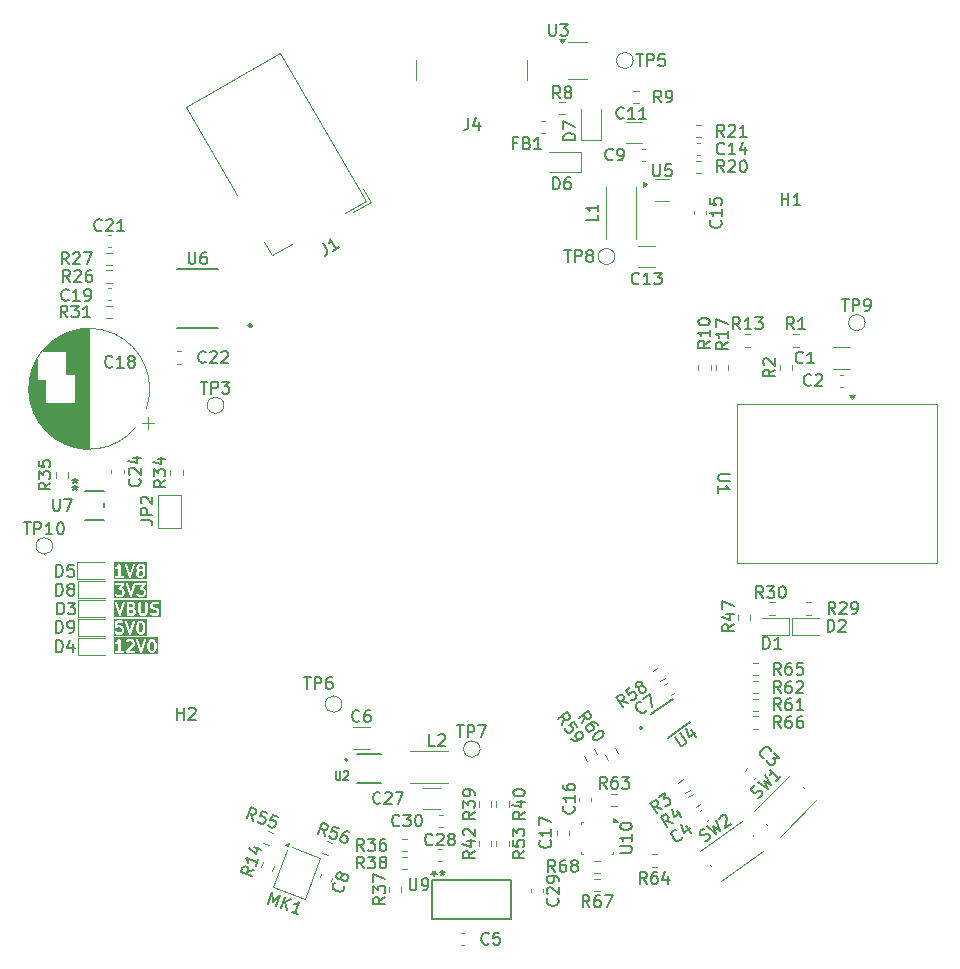
<source format=gto>
%TF.GenerationSoftware,KiCad,Pcbnew,9.0.2*%
%TF.CreationDate,2026-02-20T22:05:30+01:00*%
%TF.ProjectId,LumiCtrl,4c756d69-4374-4726-9c2e-6b696361645f,rev11*%
%TF.SameCoordinates,Original*%
%TF.FileFunction,Legend,Top*%
%TF.FilePolarity,Positive*%
%FSLAX46Y46*%
G04 Gerber Fmt 4.6, Leading zero omitted, Abs format (unit mm)*
G04 Created by KiCad (PCBNEW 9.0.2) date 2026-02-20 22:05:30*
%MOMM*%
%LPD*%
G01*
G04 APERTURE LIST*
%ADD10C,0.200000*%
%ADD11C,0.150000*%
%ADD12C,0.120000*%
%ADD13C,0.100000*%
%ADD14C,0.127000*%
%ADD15C,0.152400*%
%ADD16C,0.250000*%
G04 APERTURE END LIST*
D10*
G36*
X72050913Y-111847024D02*
G01*
X72075582Y-111871692D01*
X72111035Y-111942599D01*
X72153006Y-112110480D01*
X72153006Y-112323956D01*
X72111035Y-112491837D01*
X72075582Y-112562743D01*
X72050913Y-112587413D01*
X71991304Y-112617219D01*
X71943280Y-112617219D01*
X71883670Y-112587414D01*
X71859003Y-112562746D01*
X71823548Y-112491837D01*
X71781578Y-112323956D01*
X71781578Y-112110481D01*
X71823548Y-111942599D01*
X71859002Y-111871692D01*
X71883670Y-111847023D01*
X71943280Y-111817219D01*
X71991304Y-111817219D01*
X72050913Y-111847024D01*
G37*
G36*
X72464117Y-112928330D02*
G01*
X69661410Y-112928330D01*
X69661410Y-112203062D01*
X69772521Y-112203062D01*
X69773975Y-112207880D01*
X69773975Y-112212918D01*
X69779571Y-112226427D01*
X69783792Y-112240417D01*
X69786979Y-112244313D01*
X69788907Y-112248966D01*
X69799243Y-112259302D01*
X69808499Y-112270615D01*
X69812936Y-112272995D01*
X69816497Y-112276556D01*
X69830002Y-112282150D01*
X69842883Y-112289060D01*
X69847892Y-112289560D01*
X69852545Y-112291488D01*
X69867166Y-112291488D01*
X69881707Y-112292942D01*
X69886526Y-112291488D01*
X69891563Y-112291488D01*
X69905072Y-112285891D01*
X69919062Y-112281671D01*
X69922958Y-112278483D01*
X69927611Y-112276556D01*
X69942765Y-112264120D01*
X69978908Y-112227975D01*
X70038518Y-112198171D01*
X70229399Y-112198171D01*
X70289008Y-112227976D01*
X70313677Y-112252644D01*
X70343482Y-112312254D01*
X70343482Y-112503135D01*
X70313677Y-112562743D01*
X70289008Y-112587413D01*
X70229399Y-112617219D01*
X70038518Y-112617219D01*
X69978908Y-112587414D01*
X69942765Y-112551270D01*
X69927612Y-112538833D01*
X69891564Y-112523902D01*
X69852546Y-112523901D01*
X69816497Y-112538832D01*
X69788907Y-112566422D01*
X69773976Y-112602470D01*
X69773975Y-112641488D01*
X69788906Y-112677537D01*
X69801343Y-112692690D01*
X69848961Y-112740310D01*
X69856629Y-112746603D01*
X69858361Y-112748600D01*
X69861369Y-112750493D01*
X69864115Y-112752747D01*
X69866555Y-112753757D01*
X69874952Y-112759043D01*
X69970189Y-112806662D01*
X69988498Y-112813668D01*
X69992081Y-112813922D01*
X69995402Y-112815298D01*
X70014911Y-112817219D01*
X70253006Y-112817219D01*
X70272515Y-112815298D01*
X70275835Y-112813922D01*
X70279419Y-112813668D01*
X70297727Y-112806662D01*
X70392965Y-112759043D01*
X70401360Y-112753758D01*
X70403802Y-112752747D01*
X70406549Y-112750491D01*
X70409555Y-112748600D01*
X70411285Y-112746605D01*
X70418955Y-112740310D01*
X70466574Y-112692690D01*
X70472866Y-112685023D01*
X70474863Y-112683292D01*
X70476756Y-112680284D01*
X70479011Y-112677537D01*
X70480022Y-112675095D01*
X70485306Y-112666701D01*
X70532925Y-112571464D01*
X70539931Y-112553155D01*
X70540185Y-112549571D01*
X70541561Y-112546251D01*
X70543482Y-112526742D01*
X70543482Y-112288647D01*
X70541561Y-112269138D01*
X70540185Y-112265817D01*
X70539931Y-112262234D01*
X70532925Y-112243925D01*
X70485306Y-112148688D01*
X70480020Y-112140291D01*
X70479010Y-112137851D01*
X70476756Y-112135105D01*
X70474863Y-112132097D01*
X70472865Y-112130364D01*
X70466573Y-112122698D01*
X70418955Y-112075079D01*
X70411284Y-112068784D01*
X70409555Y-112066790D01*
X70406547Y-112064896D01*
X70403801Y-112062643D01*
X70401361Y-112061632D01*
X70392965Y-112056347D01*
X70297727Y-112008728D01*
X70279419Y-112001722D01*
X70275835Y-112001467D01*
X70272515Y-112000092D01*
X70253006Y-111998171D01*
X70014911Y-111998171D01*
X69995402Y-112000092D01*
X69992081Y-112001467D01*
X69991744Y-112001491D01*
X70010172Y-111817219D01*
X70395863Y-111817219D01*
X70415372Y-111815298D01*
X70451420Y-111800366D01*
X70479010Y-111772776D01*
X70493942Y-111736728D01*
X70493942Y-111729726D01*
X70629982Y-111729726D01*
X70634329Y-111748842D01*
X70967662Y-112748841D01*
X70975653Y-112766742D01*
X70980336Y-112772141D01*
X70983531Y-112778531D01*
X70993002Y-112786746D01*
X71001218Y-112796218D01*
X71007606Y-112799412D01*
X71013007Y-112804096D01*
X71024908Y-112808063D01*
X71036117Y-112813667D01*
X71043241Y-112814173D01*
X71050023Y-112816434D01*
X71062532Y-112815544D01*
X71075037Y-112816434D01*
X71081815Y-112814174D01*
X71088943Y-112813668D01*
X71100159Y-112808059D01*
X71112053Y-112804095D01*
X71117450Y-112799414D01*
X71123842Y-112796218D01*
X71132060Y-112786742D01*
X71141529Y-112778530D01*
X71144722Y-112772143D01*
X71149407Y-112766742D01*
X71157398Y-112748842D01*
X71374288Y-112098171D01*
X71581578Y-112098171D01*
X71581578Y-112336266D01*
X71581913Y-112339668D01*
X71581696Y-112341127D01*
X71582775Y-112348424D01*
X71583499Y-112355775D01*
X71584063Y-112357138D01*
X71584564Y-112360520D01*
X71632183Y-112550995D01*
X71632696Y-112552432D01*
X71632748Y-112553155D01*
X71635856Y-112561279D01*
X71638778Y-112569456D01*
X71639208Y-112570036D01*
X71639754Y-112571463D01*
X71687373Y-112666701D01*
X71692656Y-112675093D01*
X71693668Y-112677537D01*
X71695924Y-112680286D01*
X71697816Y-112683291D01*
X71699810Y-112685020D01*
X71706105Y-112692690D01*
X71753723Y-112740310D01*
X71761391Y-112746603D01*
X71763123Y-112748600D01*
X71766131Y-112750493D01*
X71768877Y-112752747D01*
X71771317Y-112753757D01*
X71779714Y-112759043D01*
X71874951Y-112806662D01*
X71893260Y-112813668D01*
X71896843Y-112813922D01*
X71900164Y-112815298D01*
X71919673Y-112817219D01*
X72014911Y-112817219D01*
X72034420Y-112815298D01*
X72037740Y-112813922D01*
X72041324Y-112813668D01*
X72059632Y-112806662D01*
X72154870Y-112759043D01*
X72163265Y-112753758D01*
X72165707Y-112752747D01*
X72168454Y-112750491D01*
X72171460Y-112748600D01*
X72173190Y-112746605D01*
X72180860Y-112740310D01*
X72228479Y-112692690D01*
X72234771Y-112685023D01*
X72236768Y-112683292D01*
X72238661Y-112680284D01*
X72240916Y-112677537D01*
X72241927Y-112675095D01*
X72247211Y-112666701D01*
X72294830Y-112571464D01*
X72295376Y-112570035D01*
X72295806Y-112569456D01*
X72298727Y-112561279D01*
X72301836Y-112553155D01*
X72301887Y-112552434D01*
X72302401Y-112550996D01*
X72350020Y-112360520D01*
X72350520Y-112357138D01*
X72351085Y-112355775D01*
X72351808Y-112348424D01*
X72352888Y-112341127D01*
X72352670Y-112339668D01*
X72353006Y-112336266D01*
X72353006Y-112098171D01*
X72352670Y-112094768D01*
X72352888Y-112093310D01*
X72351808Y-112086012D01*
X72351085Y-112078662D01*
X72350520Y-112077298D01*
X72350020Y-112073917D01*
X72302401Y-111883441D01*
X72301887Y-111882002D01*
X72301836Y-111881282D01*
X72298727Y-111873157D01*
X72295806Y-111864981D01*
X72295376Y-111864401D01*
X72294830Y-111862973D01*
X72247211Y-111767736D01*
X72241925Y-111759339D01*
X72240915Y-111756899D01*
X72238661Y-111754153D01*
X72236768Y-111751145D01*
X72234770Y-111749412D01*
X72228478Y-111741746D01*
X72180860Y-111694127D01*
X72173189Y-111687832D01*
X72171460Y-111685838D01*
X72168452Y-111683944D01*
X72165706Y-111681691D01*
X72163266Y-111680680D01*
X72154870Y-111675395D01*
X72059632Y-111627776D01*
X72041324Y-111620770D01*
X72037740Y-111620515D01*
X72034420Y-111619140D01*
X72014911Y-111617219D01*
X71919673Y-111617219D01*
X71900164Y-111619140D01*
X71896843Y-111620515D01*
X71893260Y-111620770D01*
X71874951Y-111627776D01*
X71779714Y-111675395D01*
X71771317Y-111680680D01*
X71768877Y-111681691D01*
X71766131Y-111683944D01*
X71763123Y-111685838D01*
X71761390Y-111687835D01*
X71753724Y-111694128D01*
X71706105Y-111741746D01*
X71699810Y-111749416D01*
X71697816Y-111751146D01*
X71695922Y-111754153D01*
X71693669Y-111756900D01*
X71692658Y-111759339D01*
X71687373Y-111767736D01*
X71639754Y-111862974D01*
X71639208Y-111864400D01*
X71638778Y-111864981D01*
X71635856Y-111873157D01*
X71632748Y-111881282D01*
X71632696Y-111882004D01*
X71632183Y-111883442D01*
X71584564Y-112073917D01*
X71584063Y-112077298D01*
X71583499Y-112078662D01*
X71582775Y-112086012D01*
X71581696Y-112093310D01*
X71581913Y-112094768D01*
X71581578Y-112098171D01*
X71374288Y-112098171D01*
X71490731Y-111748842D01*
X71495078Y-111729727D01*
X71492312Y-111690807D01*
X71474862Y-111655908D01*
X71445386Y-111630343D01*
X71408370Y-111618004D01*
X71369450Y-111620771D01*
X71334551Y-111638220D01*
X71308986Y-111667696D01*
X71300995Y-111685597D01*
X71062530Y-112400991D01*
X70824065Y-111685596D01*
X70816074Y-111667696D01*
X70790509Y-111638220D01*
X70755610Y-111620770D01*
X70716690Y-111618004D01*
X70679674Y-111630342D01*
X70650198Y-111655907D01*
X70632748Y-111690806D01*
X70629982Y-111729726D01*
X70493942Y-111729726D01*
X70493942Y-111697710D01*
X70479010Y-111661662D01*
X70451420Y-111634072D01*
X70415372Y-111619140D01*
X70395863Y-111617219D01*
X69919673Y-111617219D01*
X69912456Y-111617929D01*
X69910020Y-111617686D01*
X69907641Y-111618403D01*
X69900164Y-111619140D01*
X69886654Y-111624736D01*
X69872665Y-111628957D01*
X69868768Y-111632144D01*
X69864116Y-111634072D01*
X69853779Y-111644408D01*
X69842467Y-111653664D01*
X69840086Y-111658101D01*
X69836526Y-111661662D01*
X69830931Y-111675167D01*
X69824022Y-111688048D01*
X69822545Y-111695412D01*
X69821594Y-111697710D01*
X69821594Y-111700160D01*
X69820169Y-111707269D01*
X69772550Y-112183459D01*
X69772521Y-112203062D01*
X69661410Y-112203062D01*
X69661410Y-111506108D01*
X72464117Y-111506108D01*
X72464117Y-112928330D01*
G37*
G36*
X72098532Y-107475595D02*
G01*
X72123201Y-107500263D01*
X72153006Y-107559873D01*
X72153006Y-107703135D01*
X72123201Y-107762743D01*
X72098532Y-107787413D01*
X72038923Y-107817219D01*
X71895661Y-107817219D01*
X71836051Y-107787414D01*
X71811384Y-107762746D01*
X71781578Y-107703134D01*
X71781578Y-107559873D01*
X71811383Y-107500263D01*
X71836051Y-107475594D01*
X71895661Y-107445790D01*
X72038923Y-107445790D01*
X72098532Y-107475595D01*
G37*
G36*
X72098532Y-107047024D02*
G01*
X72123201Y-107071692D01*
X72153006Y-107131302D01*
X72153006Y-107131707D01*
X72123201Y-107191316D01*
X72098532Y-107215984D01*
X72038923Y-107245790D01*
X71895661Y-107245790D01*
X71836051Y-107215985D01*
X71811383Y-107191316D01*
X71781578Y-107131706D01*
X71781578Y-107131302D01*
X71811383Y-107071692D01*
X71836051Y-107047023D01*
X71895661Y-107017219D01*
X72038923Y-107017219D01*
X72098532Y-107047024D01*
G37*
G36*
X72464117Y-108128330D02*
G01*
X69661728Y-108128330D01*
X69661728Y-107190426D01*
X69772839Y-107190426D01*
X69775605Y-107229346D01*
X69793054Y-107264245D01*
X69822531Y-107289809D01*
X69859547Y-107302148D01*
X69898467Y-107299382D01*
X69916775Y-107292376D01*
X70012013Y-107244757D01*
X70020409Y-107239471D01*
X70022849Y-107238461D01*
X70025595Y-107236207D01*
X70028603Y-107234314D01*
X70030332Y-107232319D01*
X70038003Y-107226025D01*
X70057768Y-107206260D01*
X70057768Y-107817219D01*
X69872054Y-107817219D01*
X69852545Y-107819140D01*
X69816497Y-107834072D01*
X69788907Y-107861662D01*
X69773975Y-107897710D01*
X69773975Y-107936728D01*
X69788907Y-107972776D01*
X69816497Y-108000366D01*
X69852545Y-108015298D01*
X69872054Y-108017219D01*
X70443482Y-108017219D01*
X70462991Y-108015298D01*
X70499039Y-108000366D01*
X70526629Y-107972776D01*
X70541561Y-107936728D01*
X70541561Y-107897710D01*
X70526629Y-107861662D01*
X70499039Y-107834072D01*
X70462991Y-107819140D01*
X70443482Y-107817219D01*
X70257768Y-107817219D01*
X70257768Y-106929726D01*
X70629982Y-106929726D01*
X70634329Y-106948842D01*
X70967662Y-107948841D01*
X70975653Y-107966742D01*
X70980336Y-107972141D01*
X70983531Y-107978531D01*
X70993002Y-107986746D01*
X71001218Y-107996218D01*
X71007606Y-107999412D01*
X71013007Y-108004096D01*
X71024908Y-108008063D01*
X71036117Y-108013667D01*
X71043241Y-108014173D01*
X71050023Y-108016434D01*
X71062532Y-108015544D01*
X71075037Y-108016434D01*
X71081815Y-108014174D01*
X71088943Y-108013668D01*
X71100159Y-108008059D01*
X71112053Y-108004095D01*
X71117450Y-107999414D01*
X71123842Y-107996218D01*
X71132060Y-107986742D01*
X71141529Y-107978530D01*
X71144722Y-107972143D01*
X71149407Y-107966742D01*
X71157398Y-107948842D01*
X71437780Y-107107695D01*
X71581578Y-107107695D01*
X71581578Y-107155314D01*
X71583499Y-107174823D01*
X71584874Y-107178143D01*
X71585129Y-107181727D01*
X71592135Y-107200035D01*
X71639754Y-107295273D01*
X71645039Y-107303669D01*
X71646050Y-107306109D01*
X71648303Y-107308855D01*
X71650197Y-107311863D01*
X71652191Y-107313592D01*
X71658486Y-107321263D01*
X71683013Y-107345790D01*
X71658486Y-107370317D01*
X71652191Y-107377987D01*
X71650197Y-107379717D01*
X71648303Y-107382724D01*
X71646050Y-107385471D01*
X71645039Y-107387910D01*
X71639754Y-107396307D01*
X71592135Y-107491545D01*
X71585129Y-107509853D01*
X71584874Y-107513436D01*
X71583499Y-107516757D01*
X71581578Y-107536266D01*
X71581578Y-107726742D01*
X71583499Y-107746251D01*
X71584874Y-107749571D01*
X71585129Y-107753155D01*
X71592135Y-107771463D01*
X71639754Y-107866701D01*
X71645037Y-107875093D01*
X71646049Y-107877537D01*
X71648305Y-107880286D01*
X71650197Y-107883291D01*
X71652191Y-107885020D01*
X71658486Y-107892690D01*
X71706104Y-107940310D01*
X71713772Y-107946603D01*
X71715504Y-107948600D01*
X71718512Y-107950493D01*
X71721258Y-107952747D01*
X71723698Y-107953757D01*
X71732095Y-107959043D01*
X71827332Y-108006662D01*
X71845641Y-108013668D01*
X71849224Y-108013922D01*
X71852545Y-108015298D01*
X71872054Y-108017219D01*
X72062530Y-108017219D01*
X72082039Y-108015298D01*
X72085359Y-108013922D01*
X72088943Y-108013668D01*
X72107251Y-108006662D01*
X72202489Y-107959043D01*
X72210884Y-107953758D01*
X72213326Y-107952747D01*
X72216073Y-107950491D01*
X72219079Y-107948600D01*
X72220809Y-107946605D01*
X72228479Y-107940310D01*
X72276098Y-107892690D01*
X72282390Y-107885023D01*
X72284387Y-107883292D01*
X72286280Y-107880284D01*
X72288535Y-107877537D01*
X72289546Y-107875095D01*
X72294830Y-107866701D01*
X72342449Y-107771464D01*
X72349455Y-107753155D01*
X72349709Y-107749571D01*
X72351085Y-107746251D01*
X72353006Y-107726742D01*
X72353006Y-107536266D01*
X72351085Y-107516757D01*
X72349709Y-107513436D01*
X72349455Y-107509853D01*
X72342449Y-107491544D01*
X72294830Y-107396307D01*
X72289544Y-107387910D01*
X72288534Y-107385470D01*
X72286280Y-107382724D01*
X72284387Y-107379716D01*
X72282389Y-107377983D01*
X72276097Y-107370317D01*
X72251570Y-107345790D01*
X72276097Y-107321263D01*
X72282389Y-107313596D01*
X72284387Y-107311864D01*
X72286280Y-107308855D01*
X72288534Y-107306110D01*
X72289544Y-107303669D01*
X72294830Y-107295273D01*
X72342449Y-107200036D01*
X72349455Y-107181727D01*
X72349709Y-107178143D01*
X72351085Y-107174823D01*
X72353006Y-107155314D01*
X72353006Y-107107695D01*
X72351085Y-107088186D01*
X72349709Y-107084865D01*
X72349455Y-107081282D01*
X72342449Y-107062973D01*
X72294830Y-106967736D01*
X72289544Y-106959339D01*
X72288534Y-106956899D01*
X72286280Y-106954153D01*
X72284387Y-106951145D01*
X72282389Y-106949412D01*
X72276097Y-106941746D01*
X72228479Y-106894127D01*
X72220808Y-106887832D01*
X72219079Y-106885838D01*
X72216071Y-106883944D01*
X72213325Y-106881691D01*
X72210885Y-106880680D01*
X72202489Y-106875395D01*
X72107251Y-106827776D01*
X72088943Y-106820770D01*
X72085359Y-106820515D01*
X72082039Y-106819140D01*
X72062530Y-106817219D01*
X71872054Y-106817219D01*
X71852545Y-106819140D01*
X71849224Y-106820515D01*
X71845641Y-106820770D01*
X71827332Y-106827776D01*
X71732095Y-106875395D01*
X71723698Y-106880680D01*
X71721258Y-106881691D01*
X71718512Y-106883944D01*
X71715504Y-106885838D01*
X71713771Y-106887835D01*
X71706105Y-106894128D01*
X71658486Y-106941746D01*
X71652191Y-106949416D01*
X71650197Y-106951146D01*
X71648303Y-106954153D01*
X71646050Y-106956900D01*
X71645039Y-106959339D01*
X71639754Y-106967736D01*
X71592135Y-107062974D01*
X71585129Y-107081282D01*
X71584874Y-107084865D01*
X71583499Y-107088186D01*
X71581578Y-107107695D01*
X71437780Y-107107695D01*
X71490731Y-106948842D01*
X71495078Y-106929727D01*
X71492312Y-106890807D01*
X71474862Y-106855908D01*
X71445386Y-106830343D01*
X71408370Y-106818004D01*
X71369450Y-106820771D01*
X71334551Y-106838220D01*
X71308986Y-106867696D01*
X71300995Y-106885597D01*
X71062530Y-107600991D01*
X70824065Y-106885596D01*
X70816074Y-106867696D01*
X70790509Y-106838220D01*
X70755610Y-106820770D01*
X70716690Y-106818004D01*
X70679674Y-106830342D01*
X70650198Y-106855907D01*
X70632748Y-106890806D01*
X70629982Y-106929726D01*
X70257768Y-106929726D01*
X70257768Y-106917219D01*
X70257761Y-106917148D01*
X70257768Y-106917114D01*
X70257747Y-106917012D01*
X70255847Y-106897710D01*
X70252057Y-106888561D01*
X70250116Y-106878854D01*
X70244664Y-106870713D01*
X70240915Y-106861662D01*
X70233915Y-106854662D01*
X70228405Y-106846434D01*
X70220250Y-106840997D01*
X70213325Y-106834072D01*
X70204181Y-106830284D01*
X70195940Y-106824790D01*
X70186326Y-106822888D01*
X70177277Y-106819140D01*
X70167376Y-106819140D01*
X70157664Y-106817219D01*
X70148059Y-106819140D01*
X70138259Y-106819140D01*
X70129110Y-106822929D01*
X70119403Y-106824871D01*
X70111262Y-106830322D01*
X70102211Y-106834072D01*
X70095211Y-106841071D01*
X70086983Y-106846582D01*
X70074694Y-106861588D01*
X70074621Y-106861662D01*
X70074607Y-106861694D01*
X70074563Y-106861749D01*
X69984819Y-106996365D01*
X69908055Y-107073128D01*
X69827333Y-107113490D01*
X69810742Y-107123933D01*
X69785178Y-107153410D01*
X69772839Y-107190426D01*
X69661728Y-107190426D01*
X69661728Y-106706108D01*
X72464117Y-106706108D01*
X72464117Y-108128330D01*
G37*
G36*
X73003294Y-113397024D02*
G01*
X73027963Y-113421692D01*
X73063416Y-113492599D01*
X73105387Y-113660480D01*
X73105387Y-113873956D01*
X73063416Y-114041837D01*
X73027963Y-114112743D01*
X73003294Y-114137413D01*
X72943685Y-114167219D01*
X72895661Y-114167219D01*
X72836051Y-114137414D01*
X72811384Y-114112746D01*
X72775929Y-114041837D01*
X72733959Y-113873956D01*
X72733959Y-113660481D01*
X72775929Y-113492599D01*
X72811383Y-113421692D01*
X72836051Y-113397023D01*
X72895661Y-113367219D01*
X72943685Y-113367219D01*
X73003294Y-113397024D01*
G37*
G36*
X73416498Y-114478330D02*
G01*
X69661728Y-114478330D01*
X69661728Y-113540426D01*
X69772839Y-113540426D01*
X69775605Y-113579346D01*
X69793054Y-113614245D01*
X69822531Y-113639809D01*
X69859547Y-113652148D01*
X69898467Y-113649382D01*
X69916775Y-113642376D01*
X70012013Y-113594757D01*
X70020409Y-113589471D01*
X70022849Y-113588461D01*
X70025595Y-113586207D01*
X70028603Y-113584314D01*
X70030332Y-113582319D01*
X70038003Y-113576025D01*
X70057768Y-113556260D01*
X70057768Y-114167219D01*
X69872054Y-114167219D01*
X69852545Y-114169140D01*
X69816497Y-114184072D01*
X69788907Y-114211662D01*
X69773975Y-114247710D01*
X69773975Y-114286728D01*
X69788907Y-114322776D01*
X69816497Y-114350366D01*
X69852545Y-114365298D01*
X69872054Y-114367219D01*
X70443482Y-114367219D01*
X70462991Y-114365298D01*
X70499039Y-114350366D01*
X70526629Y-114322776D01*
X70541561Y-114286728D01*
X70541561Y-114247710D01*
X70678737Y-114247710D01*
X70678737Y-114286728D01*
X70693669Y-114322776D01*
X70721259Y-114350366D01*
X70757307Y-114365298D01*
X70776816Y-114367219D01*
X71395863Y-114367219D01*
X71415372Y-114365298D01*
X71451420Y-114350366D01*
X71479010Y-114322776D01*
X71493942Y-114286728D01*
X71493942Y-114247710D01*
X71479010Y-114211662D01*
X71451420Y-114184072D01*
X71415372Y-114169140D01*
X71395863Y-114167219D01*
X71018238Y-114167219D01*
X71418955Y-113766501D01*
X71431391Y-113751347D01*
X71432765Y-113748028D01*
X71435121Y-113745313D01*
X71443112Y-113727413D01*
X71490731Y-113584556D01*
X71492930Y-113574883D01*
X71493942Y-113572442D01*
X71494290Y-113568904D01*
X71495078Y-113565441D01*
X71494890Y-113562806D01*
X71495863Y-113552933D01*
X71495863Y-113457695D01*
X71493942Y-113438186D01*
X71492566Y-113434865D01*
X71492312Y-113431282D01*
X71485306Y-113412973D01*
X71437687Y-113317736D01*
X71432401Y-113309339D01*
X71431391Y-113306899D01*
X71429137Y-113304153D01*
X71427244Y-113301145D01*
X71425246Y-113299412D01*
X71418954Y-113291746D01*
X71406934Y-113279726D01*
X71582363Y-113279726D01*
X71586710Y-113298842D01*
X71920043Y-114298841D01*
X71928034Y-114316742D01*
X71932717Y-114322141D01*
X71935912Y-114328531D01*
X71945383Y-114336746D01*
X71953599Y-114346218D01*
X71959987Y-114349412D01*
X71965388Y-114354096D01*
X71977289Y-114358063D01*
X71988498Y-114363667D01*
X71995622Y-114364173D01*
X72002404Y-114366434D01*
X72014913Y-114365544D01*
X72027418Y-114366434D01*
X72034196Y-114364174D01*
X72041324Y-114363668D01*
X72052540Y-114358059D01*
X72064434Y-114354095D01*
X72069831Y-114349414D01*
X72076223Y-114346218D01*
X72084441Y-114336742D01*
X72093910Y-114328530D01*
X72097103Y-114322143D01*
X72101788Y-114316742D01*
X72109779Y-114298842D01*
X72326669Y-113648171D01*
X72533959Y-113648171D01*
X72533959Y-113886266D01*
X72534294Y-113889668D01*
X72534077Y-113891127D01*
X72535156Y-113898424D01*
X72535880Y-113905775D01*
X72536444Y-113907138D01*
X72536945Y-113910520D01*
X72584564Y-114100995D01*
X72585077Y-114102432D01*
X72585129Y-114103155D01*
X72588237Y-114111279D01*
X72591159Y-114119456D01*
X72591589Y-114120036D01*
X72592135Y-114121463D01*
X72639754Y-114216701D01*
X72645037Y-114225093D01*
X72646049Y-114227537D01*
X72648305Y-114230286D01*
X72650197Y-114233291D01*
X72652191Y-114235020D01*
X72658486Y-114242690D01*
X72706104Y-114290310D01*
X72713772Y-114296603D01*
X72715504Y-114298600D01*
X72718512Y-114300493D01*
X72721258Y-114302747D01*
X72723698Y-114303757D01*
X72732095Y-114309043D01*
X72827332Y-114356662D01*
X72845641Y-114363668D01*
X72849224Y-114363922D01*
X72852545Y-114365298D01*
X72872054Y-114367219D01*
X72967292Y-114367219D01*
X72986801Y-114365298D01*
X72990121Y-114363922D01*
X72993705Y-114363668D01*
X73012013Y-114356662D01*
X73107251Y-114309043D01*
X73115646Y-114303758D01*
X73118088Y-114302747D01*
X73120835Y-114300491D01*
X73123841Y-114298600D01*
X73125571Y-114296605D01*
X73133241Y-114290310D01*
X73180860Y-114242690D01*
X73187152Y-114235023D01*
X73189149Y-114233292D01*
X73191042Y-114230284D01*
X73193297Y-114227537D01*
X73194308Y-114225095D01*
X73199592Y-114216701D01*
X73247211Y-114121464D01*
X73247757Y-114120035D01*
X73248187Y-114119456D01*
X73251108Y-114111279D01*
X73254217Y-114103155D01*
X73254268Y-114102434D01*
X73254782Y-114100996D01*
X73302401Y-113910520D01*
X73302901Y-113907138D01*
X73303466Y-113905775D01*
X73304189Y-113898424D01*
X73305269Y-113891127D01*
X73305051Y-113889668D01*
X73305387Y-113886266D01*
X73305387Y-113648171D01*
X73305051Y-113644768D01*
X73305269Y-113643310D01*
X73304189Y-113636012D01*
X73303466Y-113628662D01*
X73302901Y-113627298D01*
X73302401Y-113623917D01*
X73254782Y-113433441D01*
X73254268Y-113432002D01*
X73254217Y-113431282D01*
X73251108Y-113423157D01*
X73248187Y-113414981D01*
X73247757Y-113414401D01*
X73247211Y-113412973D01*
X73199592Y-113317736D01*
X73194306Y-113309339D01*
X73193296Y-113306899D01*
X73191042Y-113304153D01*
X73189149Y-113301145D01*
X73187151Y-113299412D01*
X73180859Y-113291746D01*
X73133241Y-113244127D01*
X73125570Y-113237832D01*
X73123841Y-113235838D01*
X73120833Y-113233944D01*
X73118087Y-113231691D01*
X73115647Y-113230680D01*
X73107251Y-113225395D01*
X73012013Y-113177776D01*
X72993705Y-113170770D01*
X72990121Y-113170515D01*
X72986801Y-113169140D01*
X72967292Y-113167219D01*
X72872054Y-113167219D01*
X72852545Y-113169140D01*
X72849224Y-113170515D01*
X72845641Y-113170770D01*
X72827332Y-113177776D01*
X72732095Y-113225395D01*
X72723698Y-113230680D01*
X72721258Y-113231691D01*
X72718512Y-113233944D01*
X72715504Y-113235838D01*
X72713771Y-113237835D01*
X72706105Y-113244128D01*
X72658486Y-113291746D01*
X72652191Y-113299416D01*
X72650197Y-113301146D01*
X72648303Y-113304153D01*
X72646050Y-113306900D01*
X72645039Y-113309339D01*
X72639754Y-113317736D01*
X72592135Y-113412974D01*
X72591589Y-113414400D01*
X72591159Y-113414981D01*
X72588237Y-113423157D01*
X72585129Y-113431282D01*
X72585077Y-113432004D01*
X72584564Y-113433442D01*
X72536945Y-113623917D01*
X72536444Y-113627298D01*
X72535880Y-113628662D01*
X72535156Y-113636012D01*
X72534077Y-113643310D01*
X72534294Y-113644768D01*
X72533959Y-113648171D01*
X72326669Y-113648171D01*
X72443112Y-113298842D01*
X72447459Y-113279727D01*
X72444693Y-113240807D01*
X72427243Y-113205908D01*
X72397767Y-113180343D01*
X72360751Y-113168004D01*
X72321831Y-113170771D01*
X72286932Y-113188220D01*
X72261367Y-113217696D01*
X72253376Y-113235597D01*
X72014911Y-113950991D01*
X71776446Y-113235596D01*
X71768455Y-113217696D01*
X71742890Y-113188220D01*
X71707991Y-113170770D01*
X71669071Y-113168004D01*
X71632055Y-113180342D01*
X71602579Y-113205907D01*
X71585129Y-113240806D01*
X71582363Y-113279726D01*
X71406934Y-113279726D01*
X71371336Y-113244127D01*
X71363665Y-113237832D01*
X71361936Y-113235838D01*
X71358928Y-113233944D01*
X71356182Y-113231691D01*
X71353742Y-113230680D01*
X71345346Y-113225395D01*
X71250108Y-113177776D01*
X71231800Y-113170770D01*
X71228216Y-113170515D01*
X71224896Y-113169140D01*
X71205387Y-113167219D01*
X70967292Y-113167219D01*
X70947783Y-113169140D01*
X70944462Y-113170515D01*
X70940879Y-113170770D01*
X70922570Y-113177776D01*
X70827333Y-113225395D01*
X70818936Y-113230680D01*
X70816496Y-113231691D01*
X70813750Y-113233944D01*
X70810742Y-113235838D01*
X70809009Y-113237835D01*
X70801343Y-113244128D01*
X70753724Y-113291746D01*
X70741288Y-113306900D01*
X70726356Y-113342948D01*
X70726356Y-113381966D01*
X70741288Y-113418014D01*
X70768878Y-113445604D01*
X70804926Y-113460536D01*
X70843944Y-113460536D01*
X70879992Y-113445604D01*
X70895146Y-113433168D01*
X70931289Y-113397023D01*
X70990899Y-113367219D01*
X71181780Y-113367219D01*
X71241389Y-113397024D01*
X71266058Y-113421692D01*
X71295863Y-113481302D01*
X71295863Y-113536706D01*
X71260841Y-113641770D01*
X70706105Y-114196508D01*
X70693669Y-114211662D01*
X70678737Y-114247710D01*
X70541561Y-114247710D01*
X70526629Y-114211662D01*
X70499039Y-114184072D01*
X70462991Y-114169140D01*
X70443482Y-114167219D01*
X70257768Y-114167219D01*
X70257768Y-113267219D01*
X70257761Y-113267148D01*
X70257768Y-113267114D01*
X70257747Y-113267012D01*
X70255847Y-113247710D01*
X70252057Y-113238561D01*
X70250116Y-113228854D01*
X70244664Y-113220713D01*
X70240915Y-113211662D01*
X70233915Y-113204662D01*
X70228405Y-113196434D01*
X70220250Y-113190997D01*
X70213325Y-113184072D01*
X70204181Y-113180284D01*
X70195940Y-113174790D01*
X70186326Y-113172888D01*
X70177277Y-113169140D01*
X70167376Y-113169140D01*
X70157664Y-113167219D01*
X70148059Y-113169140D01*
X70138259Y-113169140D01*
X70129110Y-113172929D01*
X70119403Y-113174871D01*
X70111262Y-113180322D01*
X70102211Y-113184072D01*
X70095211Y-113191071D01*
X70086983Y-113196582D01*
X70074694Y-113211588D01*
X70074621Y-113211662D01*
X70074607Y-113211694D01*
X70074563Y-113211749D01*
X69984819Y-113346365D01*
X69908055Y-113423128D01*
X69827333Y-113463490D01*
X69810742Y-113473933D01*
X69785178Y-113503410D01*
X69772839Y-113540426D01*
X69661728Y-113540426D01*
X69661728Y-113056108D01*
X73416498Y-113056108D01*
X73416498Y-114478330D01*
G37*
G36*
X72514117Y-109728330D02*
G01*
X69665245Y-109728330D01*
X69665245Y-108497710D01*
X69776356Y-108497710D01*
X69776356Y-108536728D01*
X69791288Y-108572776D01*
X69818878Y-108600366D01*
X69854926Y-108615298D01*
X69874435Y-108617219D01*
X70273105Y-108617219D01*
X70084891Y-108832321D01*
X70078861Y-108840754D01*
X70077002Y-108842614D01*
X70076271Y-108844377D01*
X70073490Y-108848268D01*
X70068285Y-108863656D01*
X70062070Y-108878662D01*
X70062070Y-108882035D01*
X70060990Y-108885229D01*
X70062070Y-108901431D01*
X70062070Y-108917680D01*
X70063360Y-108920795D01*
X70063585Y-108924161D01*
X70070785Y-108938721D01*
X70077002Y-108953728D01*
X70079386Y-108956112D01*
X70080882Y-108959136D01*
X70093107Y-108969833D01*
X70104592Y-108981318D01*
X70107706Y-108982608D01*
X70110246Y-108984830D01*
X70125634Y-108990034D01*
X70140640Y-108996250D01*
X70145399Y-108996718D01*
X70147207Y-108997330D01*
X70149831Y-108997155D01*
X70160149Y-108998171D01*
X70279399Y-108998171D01*
X70339008Y-109027976D01*
X70363677Y-109052644D01*
X70393482Y-109112254D01*
X70393482Y-109303135D01*
X70363677Y-109362743D01*
X70339008Y-109387413D01*
X70279399Y-109417219D01*
X70040899Y-109417219D01*
X69981289Y-109387414D01*
X69945146Y-109351270D01*
X69929993Y-109338833D01*
X69893945Y-109323902D01*
X69854927Y-109323901D01*
X69818878Y-109338832D01*
X69791288Y-109366422D01*
X69776357Y-109402470D01*
X69776356Y-109441488D01*
X69791287Y-109477537D01*
X69803724Y-109492690D01*
X69851342Y-109540310D01*
X69859010Y-109546603D01*
X69860742Y-109548600D01*
X69863750Y-109550493D01*
X69866496Y-109552747D01*
X69868936Y-109553757D01*
X69877333Y-109559043D01*
X69972570Y-109606662D01*
X69990879Y-109613668D01*
X69994462Y-109613922D01*
X69997783Y-109615298D01*
X70017292Y-109617219D01*
X70303006Y-109617219D01*
X70322515Y-109615298D01*
X70325835Y-109613922D01*
X70329419Y-109613668D01*
X70347727Y-109606662D01*
X70442965Y-109559043D01*
X70451360Y-109553758D01*
X70453802Y-109552747D01*
X70456549Y-109550491D01*
X70459555Y-109548600D01*
X70461285Y-109546605D01*
X70468955Y-109540310D01*
X70516574Y-109492690D01*
X70522866Y-109485023D01*
X70524863Y-109483292D01*
X70526756Y-109480284D01*
X70529011Y-109477537D01*
X70530022Y-109475095D01*
X70535306Y-109466701D01*
X70582925Y-109371464D01*
X70589931Y-109353155D01*
X70590185Y-109349571D01*
X70591561Y-109346251D01*
X70593482Y-109326742D01*
X70593482Y-109088647D01*
X70591561Y-109069138D01*
X70590185Y-109065817D01*
X70589931Y-109062234D01*
X70582925Y-109043925D01*
X70535306Y-108948688D01*
X70530020Y-108940291D01*
X70529010Y-108937851D01*
X70526756Y-108935105D01*
X70524863Y-108932097D01*
X70522865Y-108930364D01*
X70516573Y-108922698D01*
X70468955Y-108875079D01*
X70461284Y-108868784D01*
X70459555Y-108866790D01*
X70456547Y-108864896D01*
X70453801Y-108862643D01*
X70451361Y-108861632D01*
X70442965Y-108856347D01*
X70364117Y-108816923D01*
X70568740Y-108583069D01*
X70574769Y-108574635D01*
X70576629Y-108572776D01*
X70577359Y-108571012D01*
X70580141Y-108567122D01*
X70585345Y-108551733D01*
X70591561Y-108536728D01*
X70591561Y-108533354D01*
X70592641Y-108530161D01*
X70592612Y-108529726D01*
X70679982Y-108529726D01*
X70684329Y-108548842D01*
X71017662Y-109548841D01*
X71025653Y-109566742D01*
X71030336Y-109572141D01*
X71033531Y-109578531D01*
X71043002Y-109586746D01*
X71051218Y-109596218D01*
X71057606Y-109599412D01*
X71063007Y-109604096D01*
X71074908Y-109608063D01*
X71086117Y-109613667D01*
X71093241Y-109614173D01*
X71100023Y-109616434D01*
X71112532Y-109615544D01*
X71125037Y-109616434D01*
X71131815Y-109614174D01*
X71138943Y-109613668D01*
X71150159Y-109608059D01*
X71162053Y-109604095D01*
X71167450Y-109599414D01*
X71173842Y-109596218D01*
X71182060Y-109586742D01*
X71191529Y-109578530D01*
X71194722Y-109572143D01*
X71199407Y-109566742D01*
X71207398Y-109548842D01*
X71540731Y-108548842D01*
X71545078Y-108529727D01*
X71542803Y-108497710D01*
X71585880Y-108497710D01*
X71585880Y-108536728D01*
X71600812Y-108572776D01*
X71628402Y-108600366D01*
X71664450Y-108615298D01*
X71683959Y-108617219D01*
X72082629Y-108617219D01*
X71894415Y-108832321D01*
X71888385Y-108840754D01*
X71886526Y-108842614D01*
X71885795Y-108844377D01*
X71883014Y-108848268D01*
X71877809Y-108863656D01*
X71871594Y-108878662D01*
X71871594Y-108882035D01*
X71870514Y-108885229D01*
X71871594Y-108901431D01*
X71871594Y-108917680D01*
X71872884Y-108920795D01*
X71873109Y-108924161D01*
X71880309Y-108938721D01*
X71886526Y-108953728D01*
X71888910Y-108956112D01*
X71890406Y-108959136D01*
X71902631Y-108969833D01*
X71914116Y-108981318D01*
X71917230Y-108982608D01*
X71919770Y-108984830D01*
X71935158Y-108990034D01*
X71950164Y-108996250D01*
X71954923Y-108996718D01*
X71956731Y-108997330D01*
X71959355Y-108997155D01*
X71969673Y-108998171D01*
X72088923Y-108998171D01*
X72148532Y-109027976D01*
X72173201Y-109052644D01*
X72203006Y-109112254D01*
X72203006Y-109303135D01*
X72173201Y-109362743D01*
X72148532Y-109387413D01*
X72088923Y-109417219D01*
X71850423Y-109417219D01*
X71790813Y-109387414D01*
X71754670Y-109351270D01*
X71739517Y-109338833D01*
X71703469Y-109323902D01*
X71664451Y-109323901D01*
X71628402Y-109338832D01*
X71600812Y-109366422D01*
X71585881Y-109402470D01*
X71585880Y-109441488D01*
X71600811Y-109477537D01*
X71613248Y-109492690D01*
X71660866Y-109540310D01*
X71668534Y-109546603D01*
X71670266Y-109548600D01*
X71673274Y-109550493D01*
X71676020Y-109552747D01*
X71678460Y-109553757D01*
X71686857Y-109559043D01*
X71782094Y-109606662D01*
X71800403Y-109613668D01*
X71803986Y-109613922D01*
X71807307Y-109615298D01*
X71826816Y-109617219D01*
X72112530Y-109617219D01*
X72132039Y-109615298D01*
X72135359Y-109613922D01*
X72138943Y-109613668D01*
X72157251Y-109606662D01*
X72252489Y-109559043D01*
X72260884Y-109553758D01*
X72263326Y-109552747D01*
X72266073Y-109550491D01*
X72269079Y-109548600D01*
X72270809Y-109546605D01*
X72278479Y-109540310D01*
X72326098Y-109492690D01*
X72332390Y-109485023D01*
X72334387Y-109483292D01*
X72336280Y-109480284D01*
X72338535Y-109477537D01*
X72339546Y-109475095D01*
X72344830Y-109466701D01*
X72392449Y-109371464D01*
X72399455Y-109353155D01*
X72399709Y-109349571D01*
X72401085Y-109346251D01*
X72403006Y-109326742D01*
X72403006Y-109088647D01*
X72401085Y-109069138D01*
X72399709Y-109065817D01*
X72399455Y-109062234D01*
X72392449Y-109043925D01*
X72344830Y-108948688D01*
X72339544Y-108940291D01*
X72338534Y-108937851D01*
X72336280Y-108935105D01*
X72334387Y-108932097D01*
X72332389Y-108930364D01*
X72326097Y-108922698D01*
X72278479Y-108875079D01*
X72270808Y-108868784D01*
X72269079Y-108866790D01*
X72266071Y-108864896D01*
X72263325Y-108862643D01*
X72260885Y-108861632D01*
X72252489Y-108856347D01*
X72173641Y-108816923D01*
X72378264Y-108583069D01*
X72384293Y-108574635D01*
X72386153Y-108572776D01*
X72386883Y-108571012D01*
X72389665Y-108567122D01*
X72394869Y-108551733D01*
X72401085Y-108536728D01*
X72401085Y-108533354D01*
X72402165Y-108530161D01*
X72401085Y-108513958D01*
X72401085Y-108497710D01*
X72399794Y-108494594D01*
X72399570Y-108491229D01*
X72392367Y-108476663D01*
X72386153Y-108461662D01*
X72383769Y-108459278D01*
X72382274Y-108456254D01*
X72370040Y-108445549D01*
X72358563Y-108434072D01*
X72355449Y-108432782D01*
X72352910Y-108430560D01*
X72337518Y-108425354D01*
X72322515Y-108419140D01*
X72317755Y-108418671D01*
X72315948Y-108418060D01*
X72313323Y-108418234D01*
X72303006Y-108417219D01*
X71683959Y-108417219D01*
X71664450Y-108419140D01*
X71628402Y-108434072D01*
X71600812Y-108461662D01*
X71585880Y-108497710D01*
X71542803Y-108497710D01*
X71542312Y-108490807D01*
X71524862Y-108455908D01*
X71495386Y-108430343D01*
X71458370Y-108418004D01*
X71419450Y-108420771D01*
X71384551Y-108438220D01*
X71358986Y-108467696D01*
X71350995Y-108485597D01*
X71112530Y-109200991D01*
X70874065Y-108485596D01*
X70866074Y-108467696D01*
X70840509Y-108438220D01*
X70805610Y-108420770D01*
X70766690Y-108418004D01*
X70729674Y-108430342D01*
X70700198Y-108455907D01*
X70682748Y-108490806D01*
X70679982Y-108529726D01*
X70592612Y-108529726D01*
X70591561Y-108513958D01*
X70591561Y-108497710D01*
X70590270Y-108494594D01*
X70590046Y-108491229D01*
X70582843Y-108476663D01*
X70576629Y-108461662D01*
X70574245Y-108459278D01*
X70572750Y-108456254D01*
X70560516Y-108445549D01*
X70549039Y-108434072D01*
X70545925Y-108432782D01*
X70543386Y-108430560D01*
X70527994Y-108425354D01*
X70512991Y-108419140D01*
X70508231Y-108418671D01*
X70506424Y-108418060D01*
X70503799Y-108418234D01*
X70493482Y-108417219D01*
X69874435Y-108417219D01*
X69854926Y-108419140D01*
X69818878Y-108434072D01*
X69791288Y-108461662D01*
X69776356Y-108497710D01*
X69665245Y-108497710D01*
X69665245Y-108306108D01*
X72514117Y-108306108D01*
X72514117Y-109728330D01*
G37*
G36*
X71298987Y-110728430D02*
G01*
X71318439Y-110747882D01*
X71348244Y-110807492D01*
X71348244Y-110903135D01*
X71318439Y-110962743D01*
X71293770Y-110987413D01*
X71234161Y-111017219D01*
X70976816Y-111017219D01*
X70976816Y-110693409D01*
X71193922Y-110693409D01*
X71298987Y-110728430D01*
G37*
G36*
X71246151Y-110247024D02*
G01*
X71270820Y-110271692D01*
X71300625Y-110331302D01*
X71300625Y-110379326D01*
X71270820Y-110438935D01*
X71246151Y-110463603D01*
X71186542Y-110493409D01*
X70976816Y-110493409D01*
X70976816Y-110217219D01*
X71186542Y-110217219D01*
X71246151Y-110247024D01*
G37*
G36*
X73659355Y-111328330D02*
G01*
X69666490Y-111328330D01*
X69666490Y-110129726D01*
X69777601Y-110129726D01*
X69781948Y-110148842D01*
X70115281Y-111148841D01*
X70123272Y-111166742D01*
X70127955Y-111172141D01*
X70131150Y-111178531D01*
X70140621Y-111186746D01*
X70148837Y-111196218D01*
X70155225Y-111199412D01*
X70160626Y-111204096D01*
X70172527Y-111208063D01*
X70183736Y-111213667D01*
X70190860Y-111214173D01*
X70197642Y-111216434D01*
X70210151Y-111215544D01*
X70222656Y-111216434D01*
X70229434Y-111214174D01*
X70236562Y-111213668D01*
X70247778Y-111208059D01*
X70259672Y-111204095D01*
X70265069Y-111199414D01*
X70271461Y-111196218D01*
X70279679Y-111186742D01*
X70289148Y-111178530D01*
X70292341Y-111172143D01*
X70297026Y-111166742D01*
X70305017Y-111148842D01*
X70638350Y-110148842D01*
X70642697Y-110129727D01*
X70641808Y-110117219D01*
X70776816Y-110117219D01*
X70776816Y-111117219D01*
X70778737Y-111136728D01*
X70793669Y-111172776D01*
X70821259Y-111200366D01*
X70857307Y-111215298D01*
X70876816Y-111217219D01*
X71257768Y-111217219D01*
X71277277Y-111215298D01*
X71280597Y-111213922D01*
X71284181Y-111213668D01*
X71302489Y-111206662D01*
X71397727Y-111159043D01*
X71406122Y-111153758D01*
X71408564Y-111152747D01*
X71411311Y-111150491D01*
X71414317Y-111148600D01*
X71416047Y-111146605D01*
X71423717Y-111140310D01*
X71471336Y-111092690D01*
X71477628Y-111085023D01*
X71479625Y-111083292D01*
X71481518Y-111080284D01*
X71483773Y-111077537D01*
X71484784Y-111075095D01*
X71490068Y-111066701D01*
X71537687Y-110971464D01*
X71544693Y-110953155D01*
X71544947Y-110949571D01*
X71546323Y-110946251D01*
X71548244Y-110926742D01*
X71548244Y-110783885D01*
X71546323Y-110764376D01*
X71544947Y-110761055D01*
X71544693Y-110757472D01*
X71537687Y-110739163D01*
X71490068Y-110643926D01*
X71484782Y-110635529D01*
X71483772Y-110633089D01*
X71481518Y-110630343D01*
X71479625Y-110627335D01*
X71477627Y-110625602D01*
X71471335Y-110617936D01*
X71423717Y-110570317D01*
X71422928Y-110569669D01*
X71423716Y-110568882D01*
X71430008Y-110561215D01*
X71432006Y-110559483D01*
X71433899Y-110556474D01*
X71436153Y-110553729D01*
X71437163Y-110551288D01*
X71442449Y-110542892D01*
X71490068Y-110447655D01*
X71497074Y-110429346D01*
X71497328Y-110425762D01*
X71498704Y-110422442D01*
X71500625Y-110402933D01*
X71500625Y-110307695D01*
X71498704Y-110288186D01*
X71497328Y-110284865D01*
X71497074Y-110281282D01*
X71490068Y-110262973D01*
X71442449Y-110167736D01*
X71437163Y-110159339D01*
X71436153Y-110156899D01*
X71433899Y-110154153D01*
X71432006Y-110151145D01*
X71430008Y-110149412D01*
X71423716Y-110141746D01*
X71399190Y-110117219D01*
X71776816Y-110117219D01*
X71776816Y-110926742D01*
X71778737Y-110946251D01*
X71780112Y-110949571D01*
X71780367Y-110953155D01*
X71787373Y-110971463D01*
X71834992Y-111066701D01*
X71840275Y-111075093D01*
X71841287Y-111077537D01*
X71843543Y-111080286D01*
X71845435Y-111083291D01*
X71847429Y-111085020D01*
X71853724Y-111092690D01*
X71901342Y-111140310D01*
X71909010Y-111146603D01*
X71910742Y-111148600D01*
X71913750Y-111150493D01*
X71916496Y-111152747D01*
X71918936Y-111153757D01*
X71927333Y-111159043D01*
X72022570Y-111206662D01*
X72040879Y-111213668D01*
X72044462Y-111213922D01*
X72047783Y-111215298D01*
X72067292Y-111217219D01*
X72257768Y-111217219D01*
X72277277Y-111215298D01*
X72280597Y-111213922D01*
X72284181Y-111213668D01*
X72302489Y-111206662D01*
X72397727Y-111159043D01*
X72406122Y-111153758D01*
X72408564Y-111152747D01*
X72411311Y-111150491D01*
X72414317Y-111148600D01*
X72416047Y-111146605D01*
X72423717Y-111140310D01*
X72471336Y-111092690D01*
X72477628Y-111085023D01*
X72479625Y-111083292D01*
X72481518Y-111080284D01*
X72483773Y-111077537D01*
X72484784Y-111075095D01*
X72490068Y-111066701D01*
X72537687Y-110971464D01*
X72544693Y-110953155D01*
X72544947Y-110949571D01*
X72546323Y-110946251D01*
X72548244Y-110926742D01*
X72548244Y-110307695D01*
X72776816Y-110307695D01*
X72776816Y-110402933D01*
X72778737Y-110422442D01*
X72780112Y-110425762D01*
X72780367Y-110429346D01*
X72787373Y-110447654D01*
X72834992Y-110542892D01*
X72840277Y-110551288D01*
X72841288Y-110553728D01*
X72843541Y-110556474D01*
X72845435Y-110559482D01*
X72847429Y-110561211D01*
X72853724Y-110568882D01*
X72901343Y-110616500D01*
X72909009Y-110622792D01*
X72910742Y-110624790D01*
X72913750Y-110626683D01*
X72916496Y-110628937D01*
X72918936Y-110629947D01*
X72927333Y-110635233D01*
X73022570Y-110682852D01*
X73023998Y-110683398D01*
X73024578Y-110683828D01*
X73032754Y-110686749D01*
X73040879Y-110689858D01*
X73041599Y-110689909D01*
X73043038Y-110690423D01*
X73222863Y-110735379D01*
X73293770Y-110770833D01*
X73318439Y-110795501D01*
X73348244Y-110855111D01*
X73348244Y-110903135D01*
X73318439Y-110962743D01*
X73293770Y-110987413D01*
X73234161Y-111017219D01*
X73035899Y-111017219D01*
X72908439Y-110974732D01*
X72889323Y-110970385D01*
X72850403Y-110973151D01*
X72815504Y-110990601D01*
X72789939Y-111020077D01*
X72777601Y-111057093D01*
X72780367Y-111096013D01*
X72797817Y-111130912D01*
X72827293Y-111156477D01*
X72845193Y-111164468D01*
X72988050Y-111212087D01*
X72997722Y-111214286D01*
X73000164Y-111215298D01*
X73003701Y-111215646D01*
X73007165Y-111216434D01*
X73009799Y-111216246D01*
X73019673Y-111217219D01*
X73257768Y-111217219D01*
X73277277Y-111215298D01*
X73280597Y-111213922D01*
X73284181Y-111213668D01*
X73302489Y-111206662D01*
X73397727Y-111159043D01*
X73406122Y-111153758D01*
X73408564Y-111152747D01*
X73411311Y-111150491D01*
X73414317Y-111148600D01*
X73416047Y-111146605D01*
X73423717Y-111140310D01*
X73471336Y-111092690D01*
X73477628Y-111085023D01*
X73479625Y-111083292D01*
X73481518Y-111080284D01*
X73483773Y-111077537D01*
X73484784Y-111075095D01*
X73490068Y-111066701D01*
X73537687Y-110971464D01*
X73544693Y-110953155D01*
X73544947Y-110949571D01*
X73546323Y-110946251D01*
X73548244Y-110926742D01*
X73548244Y-110831504D01*
X73546323Y-110811995D01*
X73544947Y-110808674D01*
X73544693Y-110805091D01*
X73537687Y-110786782D01*
X73490068Y-110691545D01*
X73484782Y-110683148D01*
X73483772Y-110680708D01*
X73481518Y-110677962D01*
X73479625Y-110674954D01*
X73477627Y-110673221D01*
X73471335Y-110665555D01*
X73423717Y-110617936D01*
X73416046Y-110611641D01*
X73414317Y-110609647D01*
X73411309Y-110607753D01*
X73408563Y-110605500D01*
X73406123Y-110604489D01*
X73397727Y-110599204D01*
X73302489Y-110551585D01*
X73301062Y-110551039D01*
X73300482Y-110550609D01*
X73292305Y-110547687D01*
X73284181Y-110544579D01*
X73283458Y-110544527D01*
X73282021Y-110544014D01*
X73102196Y-110499057D01*
X73031289Y-110463604D01*
X73006621Y-110438935D01*
X72976816Y-110379325D01*
X72976816Y-110331302D01*
X73006621Y-110271692D01*
X73031289Y-110247023D01*
X73090899Y-110217219D01*
X73289160Y-110217219D01*
X73416621Y-110259706D01*
X73435736Y-110264053D01*
X73474656Y-110261287D01*
X73509555Y-110243837D01*
X73535120Y-110214361D01*
X73547459Y-110177345D01*
X73544692Y-110138425D01*
X73527243Y-110103526D01*
X73497767Y-110077961D01*
X73479866Y-110069970D01*
X73337010Y-110022351D01*
X73327338Y-110020151D01*
X73324896Y-110019140D01*
X73321357Y-110018791D01*
X73317894Y-110018004D01*
X73315260Y-110018191D01*
X73305387Y-110017219D01*
X73067292Y-110017219D01*
X73047783Y-110019140D01*
X73044462Y-110020515D01*
X73040879Y-110020770D01*
X73022570Y-110027776D01*
X72927333Y-110075395D01*
X72918936Y-110080680D01*
X72916496Y-110081691D01*
X72913750Y-110083944D01*
X72910742Y-110085838D01*
X72909009Y-110087835D01*
X72901343Y-110094128D01*
X72853724Y-110141746D01*
X72847429Y-110149416D01*
X72845435Y-110151146D01*
X72843541Y-110154153D01*
X72841288Y-110156900D01*
X72840277Y-110159339D01*
X72834992Y-110167736D01*
X72787373Y-110262974D01*
X72780367Y-110281282D01*
X72780112Y-110284865D01*
X72778737Y-110288186D01*
X72776816Y-110307695D01*
X72548244Y-110307695D01*
X72548244Y-110117219D01*
X72546323Y-110097710D01*
X72531391Y-110061662D01*
X72503801Y-110034072D01*
X72467753Y-110019140D01*
X72428735Y-110019140D01*
X72392687Y-110034072D01*
X72365097Y-110061662D01*
X72350165Y-110097710D01*
X72348244Y-110117219D01*
X72348244Y-110903135D01*
X72318439Y-110962743D01*
X72293770Y-110987413D01*
X72234161Y-111017219D01*
X72090899Y-111017219D01*
X72031289Y-110987414D01*
X72006622Y-110962746D01*
X71976816Y-110903134D01*
X71976816Y-110117219D01*
X71974895Y-110097710D01*
X71959963Y-110061662D01*
X71932373Y-110034072D01*
X71896325Y-110019140D01*
X71857307Y-110019140D01*
X71821259Y-110034072D01*
X71793669Y-110061662D01*
X71778737Y-110097710D01*
X71776816Y-110117219D01*
X71399190Y-110117219D01*
X71376098Y-110094127D01*
X71368427Y-110087832D01*
X71366698Y-110085838D01*
X71363690Y-110083944D01*
X71360944Y-110081691D01*
X71358504Y-110080680D01*
X71350108Y-110075395D01*
X71254870Y-110027776D01*
X71236562Y-110020770D01*
X71232978Y-110020515D01*
X71229658Y-110019140D01*
X71210149Y-110017219D01*
X70876816Y-110017219D01*
X70857307Y-110019140D01*
X70821259Y-110034072D01*
X70793669Y-110061662D01*
X70778737Y-110097710D01*
X70776816Y-110117219D01*
X70641808Y-110117219D01*
X70639931Y-110090807D01*
X70622481Y-110055908D01*
X70593005Y-110030343D01*
X70555989Y-110018004D01*
X70517069Y-110020771D01*
X70482170Y-110038220D01*
X70456605Y-110067696D01*
X70448614Y-110085597D01*
X70210149Y-110800991D01*
X69971684Y-110085596D01*
X69963693Y-110067696D01*
X69938128Y-110038220D01*
X69903229Y-110020770D01*
X69864309Y-110018004D01*
X69827293Y-110030342D01*
X69797817Y-110055907D01*
X69780367Y-110090806D01*
X69777601Y-110129726D01*
X69666490Y-110129726D01*
X69666490Y-109906108D01*
X73659355Y-109906108D01*
X73659355Y-111328330D01*
G37*
D11*
X69557142Y-90109580D02*
X69509523Y-90157200D01*
X69509523Y-90157200D02*
X69366666Y-90204819D01*
X69366666Y-90204819D02*
X69271428Y-90204819D01*
X69271428Y-90204819D02*
X69128571Y-90157200D01*
X69128571Y-90157200D02*
X69033333Y-90061961D01*
X69033333Y-90061961D02*
X68985714Y-89966723D01*
X68985714Y-89966723D02*
X68938095Y-89776247D01*
X68938095Y-89776247D02*
X68938095Y-89633390D01*
X68938095Y-89633390D02*
X68985714Y-89442914D01*
X68985714Y-89442914D02*
X69033333Y-89347676D01*
X69033333Y-89347676D02*
X69128571Y-89252438D01*
X69128571Y-89252438D02*
X69271428Y-89204819D01*
X69271428Y-89204819D02*
X69366666Y-89204819D01*
X69366666Y-89204819D02*
X69509523Y-89252438D01*
X69509523Y-89252438D02*
X69557142Y-89300057D01*
X70509523Y-90204819D02*
X69938095Y-90204819D01*
X70223809Y-90204819D02*
X70223809Y-89204819D01*
X70223809Y-89204819D02*
X70128571Y-89347676D01*
X70128571Y-89347676D02*
X70033333Y-89442914D01*
X70033333Y-89442914D02*
X69938095Y-89490533D01*
X71080952Y-89633390D02*
X70985714Y-89585771D01*
X70985714Y-89585771D02*
X70938095Y-89538152D01*
X70938095Y-89538152D02*
X70890476Y-89442914D01*
X70890476Y-89442914D02*
X70890476Y-89395295D01*
X70890476Y-89395295D02*
X70938095Y-89300057D01*
X70938095Y-89300057D02*
X70985714Y-89252438D01*
X70985714Y-89252438D02*
X71080952Y-89204819D01*
X71080952Y-89204819D02*
X71271428Y-89204819D01*
X71271428Y-89204819D02*
X71366666Y-89252438D01*
X71366666Y-89252438D02*
X71414285Y-89300057D01*
X71414285Y-89300057D02*
X71461904Y-89395295D01*
X71461904Y-89395295D02*
X71461904Y-89442914D01*
X71461904Y-89442914D02*
X71414285Y-89538152D01*
X71414285Y-89538152D02*
X71366666Y-89585771D01*
X71366666Y-89585771D02*
X71271428Y-89633390D01*
X71271428Y-89633390D02*
X71080952Y-89633390D01*
X71080952Y-89633390D02*
X70985714Y-89681009D01*
X70985714Y-89681009D02*
X70938095Y-89728628D01*
X70938095Y-89728628D02*
X70890476Y-89823866D01*
X70890476Y-89823866D02*
X70890476Y-90014342D01*
X70890476Y-90014342D02*
X70938095Y-90109580D01*
X70938095Y-90109580D02*
X70985714Y-90157200D01*
X70985714Y-90157200D02*
X71080952Y-90204819D01*
X71080952Y-90204819D02*
X71271428Y-90204819D01*
X71271428Y-90204819D02*
X71366666Y-90157200D01*
X71366666Y-90157200D02*
X71414285Y-90109580D01*
X71414285Y-90109580D02*
X71461904Y-90014342D01*
X71461904Y-90014342D02*
X71461904Y-89823866D01*
X71461904Y-89823866D02*
X71414285Y-89728628D01*
X71414285Y-89728628D02*
X71366666Y-89681009D01*
X71366666Y-89681009D02*
X71271428Y-89633390D01*
X68657142Y-78559580D02*
X68609523Y-78607200D01*
X68609523Y-78607200D02*
X68466666Y-78654819D01*
X68466666Y-78654819D02*
X68371428Y-78654819D01*
X68371428Y-78654819D02*
X68228571Y-78607200D01*
X68228571Y-78607200D02*
X68133333Y-78511961D01*
X68133333Y-78511961D02*
X68085714Y-78416723D01*
X68085714Y-78416723D02*
X68038095Y-78226247D01*
X68038095Y-78226247D02*
X68038095Y-78083390D01*
X68038095Y-78083390D02*
X68085714Y-77892914D01*
X68085714Y-77892914D02*
X68133333Y-77797676D01*
X68133333Y-77797676D02*
X68228571Y-77702438D01*
X68228571Y-77702438D02*
X68371428Y-77654819D01*
X68371428Y-77654819D02*
X68466666Y-77654819D01*
X68466666Y-77654819D02*
X68609523Y-77702438D01*
X68609523Y-77702438D02*
X68657142Y-77750057D01*
X69038095Y-77750057D02*
X69085714Y-77702438D01*
X69085714Y-77702438D02*
X69180952Y-77654819D01*
X69180952Y-77654819D02*
X69419047Y-77654819D01*
X69419047Y-77654819D02*
X69514285Y-77702438D01*
X69514285Y-77702438D02*
X69561904Y-77750057D01*
X69561904Y-77750057D02*
X69609523Y-77845295D01*
X69609523Y-77845295D02*
X69609523Y-77940533D01*
X69609523Y-77940533D02*
X69561904Y-78083390D01*
X69561904Y-78083390D02*
X68990476Y-78654819D01*
X68990476Y-78654819D02*
X69609523Y-78654819D01*
X70561904Y-78654819D02*
X69990476Y-78654819D01*
X70276190Y-78654819D02*
X70276190Y-77654819D01*
X70276190Y-77654819D02*
X70180952Y-77797676D01*
X70180952Y-77797676D02*
X70085714Y-77892914D01*
X70085714Y-77892914D02*
X69990476Y-77940533D01*
X64806905Y-107904819D02*
X64806905Y-106904819D01*
X64806905Y-106904819D02*
X65045000Y-106904819D01*
X65045000Y-106904819D02*
X65187857Y-106952438D01*
X65187857Y-106952438D02*
X65283095Y-107047676D01*
X65283095Y-107047676D02*
X65330714Y-107142914D01*
X65330714Y-107142914D02*
X65378333Y-107333390D01*
X65378333Y-107333390D02*
X65378333Y-107476247D01*
X65378333Y-107476247D02*
X65330714Y-107666723D01*
X65330714Y-107666723D02*
X65283095Y-107761961D01*
X65283095Y-107761961D02*
X65187857Y-107857200D01*
X65187857Y-107857200D02*
X65045000Y-107904819D01*
X65045000Y-107904819D02*
X64806905Y-107904819D01*
X66283095Y-106904819D02*
X65806905Y-106904819D01*
X65806905Y-106904819D02*
X65759286Y-107381009D01*
X65759286Y-107381009D02*
X65806905Y-107333390D01*
X65806905Y-107333390D02*
X65902143Y-107285771D01*
X65902143Y-107285771D02*
X66140238Y-107285771D01*
X66140238Y-107285771D02*
X66235476Y-107333390D01*
X66235476Y-107333390D02*
X66283095Y-107381009D01*
X66283095Y-107381009D02*
X66330714Y-107476247D01*
X66330714Y-107476247D02*
X66330714Y-107714342D01*
X66330714Y-107714342D02*
X66283095Y-107809580D01*
X66283095Y-107809580D02*
X66235476Y-107857200D01*
X66235476Y-107857200D02*
X66140238Y-107904819D01*
X66140238Y-107904819D02*
X65902143Y-107904819D01*
X65902143Y-107904819D02*
X65806905Y-107857200D01*
X65806905Y-107857200D02*
X65759286Y-107809580D01*
X90857142Y-132604819D02*
X90523809Y-132128628D01*
X90285714Y-132604819D02*
X90285714Y-131604819D01*
X90285714Y-131604819D02*
X90666666Y-131604819D01*
X90666666Y-131604819D02*
X90761904Y-131652438D01*
X90761904Y-131652438D02*
X90809523Y-131700057D01*
X90809523Y-131700057D02*
X90857142Y-131795295D01*
X90857142Y-131795295D02*
X90857142Y-131938152D01*
X90857142Y-131938152D02*
X90809523Y-132033390D01*
X90809523Y-132033390D02*
X90761904Y-132081009D01*
X90761904Y-132081009D02*
X90666666Y-132128628D01*
X90666666Y-132128628D02*
X90285714Y-132128628D01*
X91190476Y-131604819D02*
X91809523Y-131604819D01*
X91809523Y-131604819D02*
X91476190Y-131985771D01*
X91476190Y-131985771D02*
X91619047Y-131985771D01*
X91619047Y-131985771D02*
X91714285Y-132033390D01*
X91714285Y-132033390D02*
X91761904Y-132081009D01*
X91761904Y-132081009D02*
X91809523Y-132176247D01*
X91809523Y-132176247D02*
X91809523Y-132414342D01*
X91809523Y-132414342D02*
X91761904Y-132509580D01*
X91761904Y-132509580D02*
X91714285Y-132557200D01*
X91714285Y-132557200D02*
X91619047Y-132604819D01*
X91619047Y-132604819D02*
X91333333Y-132604819D01*
X91333333Y-132604819D02*
X91238095Y-132557200D01*
X91238095Y-132557200D02*
X91190476Y-132509580D01*
X92380952Y-132033390D02*
X92285714Y-131985771D01*
X92285714Y-131985771D02*
X92238095Y-131938152D01*
X92238095Y-131938152D02*
X92190476Y-131842914D01*
X92190476Y-131842914D02*
X92190476Y-131795295D01*
X92190476Y-131795295D02*
X92238095Y-131700057D01*
X92238095Y-131700057D02*
X92285714Y-131652438D01*
X92285714Y-131652438D02*
X92380952Y-131604819D01*
X92380952Y-131604819D02*
X92571428Y-131604819D01*
X92571428Y-131604819D02*
X92666666Y-131652438D01*
X92666666Y-131652438D02*
X92714285Y-131700057D01*
X92714285Y-131700057D02*
X92761904Y-131795295D01*
X92761904Y-131795295D02*
X92761904Y-131842914D01*
X92761904Y-131842914D02*
X92714285Y-131938152D01*
X92714285Y-131938152D02*
X92666666Y-131985771D01*
X92666666Y-131985771D02*
X92571428Y-132033390D01*
X92571428Y-132033390D02*
X92380952Y-132033390D01*
X92380952Y-132033390D02*
X92285714Y-132081009D01*
X92285714Y-132081009D02*
X92238095Y-132128628D01*
X92238095Y-132128628D02*
X92190476Y-132223866D01*
X92190476Y-132223866D02*
X92190476Y-132414342D01*
X92190476Y-132414342D02*
X92238095Y-132509580D01*
X92238095Y-132509580D02*
X92285714Y-132557200D01*
X92285714Y-132557200D02*
X92380952Y-132604819D01*
X92380952Y-132604819D02*
X92571428Y-132604819D01*
X92571428Y-132604819D02*
X92666666Y-132557200D01*
X92666666Y-132557200D02*
X92714285Y-132509580D01*
X92714285Y-132509580D02*
X92761904Y-132414342D01*
X92761904Y-132414342D02*
X92761904Y-132223866D01*
X92761904Y-132223866D02*
X92714285Y-132128628D01*
X92714285Y-132128628D02*
X92666666Y-132081009D01*
X92666666Y-132081009D02*
X92571428Y-132033390D01*
X64811905Y-112654819D02*
X64811905Y-111654819D01*
X64811905Y-111654819D02*
X65050000Y-111654819D01*
X65050000Y-111654819D02*
X65192857Y-111702438D01*
X65192857Y-111702438D02*
X65288095Y-111797676D01*
X65288095Y-111797676D02*
X65335714Y-111892914D01*
X65335714Y-111892914D02*
X65383333Y-112083390D01*
X65383333Y-112083390D02*
X65383333Y-112226247D01*
X65383333Y-112226247D02*
X65335714Y-112416723D01*
X65335714Y-112416723D02*
X65288095Y-112511961D01*
X65288095Y-112511961D02*
X65192857Y-112607200D01*
X65192857Y-112607200D02*
X65050000Y-112654819D01*
X65050000Y-112654819D02*
X64811905Y-112654819D01*
X65859524Y-112654819D02*
X66050000Y-112654819D01*
X66050000Y-112654819D02*
X66145238Y-112607200D01*
X66145238Y-112607200D02*
X66192857Y-112559580D01*
X66192857Y-112559580D02*
X66288095Y-112416723D01*
X66288095Y-112416723D02*
X66335714Y-112226247D01*
X66335714Y-112226247D02*
X66335714Y-111845295D01*
X66335714Y-111845295D02*
X66288095Y-111750057D01*
X66288095Y-111750057D02*
X66240476Y-111702438D01*
X66240476Y-111702438D02*
X66145238Y-111654819D01*
X66145238Y-111654819D02*
X65954762Y-111654819D01*
X65954762Y-111654819D02*
X65859524Y-111702438D01*
X65859524Y-111702438D02*
X65811905Y-111750057D01*
X65811905Y-111750057D02*
X65764286Y-111845295D01*
X65764286Y-111845295D02*
X65764286Y-112083390D01*
X65764286Y-112083390D02*
X65811905Y-112178628D01*
X65811905Y-112178628D02*
X65859524Y-112226247D01*
X65859524Y-112226247D02*
X65954762Y-112273866D01*
X65954762Y-112273866D02*
X66145238Y-112273866D01*
X66145238Y-112273866D02*
X66240476Y-112226247D01*
X66240476Y-112226247D02*
X66288095Y-112178628D01*
X66288095Y-112178628D02*
X66335714Y-112083390D01*
X82763892Y-135579506D02*
X83105913Y-134639813D01*
X83105913Y-134639813D02*
X83174843Y-135425029D01*
X83174843Y-135425029D02*
X83732374Y-134867827D01*
X83732374Y-134867827D02*
X83390354Y-135807520D01*
X83837827Y-135970386D02*
X84179847Y-135030694D01*
X84374794Y-136165826D02*
X84167509Y-135482279D01*
X84716814Y-135226134D02*
X83984407Y-135567661D01*
X85269739Y-136491560D02*
X84732772Y-136296120D01*
X85001256Y-136393840D02*
X85343276Y-135454147D01*
X85343276Y-135454147D02*
X85204921Y-135555816D01*
X85204921Y-135555816D02*
X85082853Y-135612737D01*
X85082853Y-135612737D02*
X84977072Y-135624911D01*
X112544819Y-131278094D02*
X113354342Y-131278094D01*
X113354342Y-131278094D02*
X113449580Y-131230475D01*
X113449580Y-131230475D02*
X113497200Y-131182856D01*
X113497200Y-131182856D02*
X113544819Y-131087618D01*
X113544819Y-131087618D02*
X113544819Y-130897142D01*
X113544819Y-130897142D02*
X113497200Y-130801904D01*
X113497200Y-130801904D02*
X113449580Y-130754285D01*
X113449580Y-130754285D02*
X113354342Y-130706666D01*
X113354342Y-130706666D02*
X112544819Y-130706666D01*
X113544819Y-129706666D02*
X113544819Y-130278094D01*
X113544819Y-129992380D02*
X112544819Y-129992380D01*
X112544819Y-129992380D02*
X112687676Y-130087618D01*
X112687676Y-130087618D02*
X112782914Y-130182856D01*
X112782914Y-130182856D02*
X112830533Y-130278094D01*
X112544819Y-129087618D02*
X112544819Y-128992380D01*
X112544819Y-128992380D02*
X112592438Y-128897142D01*
X112592438Y-128897142D02*
X112640057Y-128849523D01*
X112640057Y-128849523D02*
X112735295Y-128801904D01*
X112735295Y-128801904D02*
X112925771Y-128754285D01*
X112925771Y-128754285D02*
X113163866Y-128754285D01*
X113163866Y-128754285D02*
X113354342Y-128801904D01*
X113354342Y-128801904D02*
X113449580Y-128849523D01*
X113449580Y-128849523D02*
X113497200Y-128897142D01*
X113497200Y-128897142D02*
X113544819Y-128992380D01*
X113544819Y-128992380D02*
X113544819Y-129087618D01*
X113544819Y-129087618D02*
X113497200Y-129182856D01*
X113497200Y-129182856D02*
X113449580Y-129230475D01*
X113449580Y-129230475D02*
X113354342Y-129278094D01*
X113354342Y-129278094D02*
X113163866Y-129325713D01*
X113163866Y-129325713D02*
X112925771Y-129325713D01*
X112925771Y-129325713D02*
X112735295Y-129278094D01*
X112735295Y-129278094D02*
X112640057Y-129230475D01*
X112640057Y-129230475D02*
X112592438Y-129182856D01*
X112592438Y-129182856D02*
X112544819Y-129087618D01*
X126238095Y-76454819D02*
X126238095Y-75454819D01*
X126238095Y-75931009D02*
X126809523Y-75931009D01*
X126809523Y-76454819D02*
X126809523Y-75454819D01*
X127809523Y-76454819D02*
X127238095Y-76454819D01*
X127523809Y-76454819D02*
X127523809Y-75454819D01*
X127523809Y-75454819D02*
X127428571Y-75597676D01*
X127428571Y-75597676D02*
X127333333Y-75692914D01*
X127333333Y-75692914D02*
X127238095Y-75740533D01*
X116124348Y-127568161D02*
X115578166Y-127369281D01*
X115656261Y-127895919D02*
X115082685Y-127076767D01*
X115082685Y-127076767D02*
X115394743Y-126858262D01*
X115394743Y-126858262D02*
X115500070Y-126842643D01*
X115500070Y-126842643D02*
X115566391Y-126854337D01*
X115566391Y-126854337D02*
X115660024Y-126905038D01*
X115660024Y-126905038D02*
X115741964Y-127022060D01*
X115741964Y-127022060D02*
X115757583Y-127127388D01*
X115757583Y-127127388D02*
X115745889Y-127193708D01*
X115745889Y-127193708D02*
X115695187Y-127287342D01*
X115695187Y-127287342D02*
X115383130Y-127505847D01*
X115823822Y-126557817D02*
X116330916Y-126202746D01*
X116330916Y-126202746D02*
X116276371Y-126705996D01*
X116276371Y-126705996D02*
X116393393Y-126624057D01*
X116393393Y-126624057D02*
X116498720Y-126608437D01*
X116498720Y-126608437D02*
X116565041Y-126620132D01*
X116565041Y-126620132D02*
X116658674Y-126670833D01*
X116658674Y-126670833D02*
X116795240Y-126865869D01*
X116795240Y-126865869D02*
X116810859Y-126971197D01*
X116810859Y-126971197D02*
X116799165Y-127037517D01*
X116799165Y-127037517D02*
X116748464Y-127131151D01*
X116748464Y-127131151D02*
X116514420Y-127295030D01*
X116514420Y-127295030D02*
X116409093Y-127310649D01*
X116409093Y-127310649D02*
X116342772Y-127298955D01*
X117769722Y-129990147D02*
X117758028Y-130056467D01*
X117758028Y-130056467D02*
X117668319Y-130177414D01*
X117668319Y-130177414D02*
X117590305Y-130232040D01*
X117590305Y-130232040D02*
X117445970Y-130274972D01*
X117445970Y-130274972D02*
X117313329Y-130251584D01*
X117313329Y-130251584D02*
X117219695Y-130200883D01*
X117219695Y-130200883D02*
X117071435Y-130072167D01*
X117071435Y-130072167D02*
X116989496Y-129955145D01*
X116989496Y-129955145D02*
X116919251Y-129771803D01*
X116919251Y-129771803D02*
X116903631Y-129666476D01*
X116903631Y-129666476D02*
X116927020Y-129533835D01*
X116927020Y-129533835D02*
X117016728Y-129412888D01*
X117016728Y-129412888D02*
X117094743Y-129358262D01*
X117094743Y-129358262D02*
X117239078Y-129315330D01*
X117239078Y-129315330D02*
X117305398Y-129327024D01*
X118144094Y-129030423D02*
X118526478Y-129576524D01*
X117730553Y-128854931D02*
X117945214Y-129576605D01*
X117945214Y-129576605D02*
X118452308Y-129221534D01*
X87388734Y-79659590D02*
X87745877Y-80278179D01*
X87745877Y-80278179D02*
X87776066Y-80425707D01*
X87776066Y-80425707D02*
X87741206Y-80555804D01*
X87741206Y-80555804D02*
X87641298Y-80668472D01*
X87641298Y-80668472D02*
X87558819Y-80716091D01*
X88754759Y-80025615D02*
X88259888Y-80311329D01*
X88507324Y-80168472D02*
X88007324Y-79302447D01*
X88007324Y-79302447D02*
X87996274Y-79473784D01*
X87996274Y-79473784D02*
X87961414Y-79603881D01*
X87961414Y-79603881D02*
X87902745Y-79692740D01*
X65957142Y-82954819D02*
X65623809Y-82478628D01*
X65385714Y-82954819D02*
X65385714Y-81954819D01*
X65385714Y-81954819D02*
X65766666Y-81954819D01*
X65766666Y-81954819D02*
X65861904Y-82002438D01*
X65861904Y-82002438D02*
X65909523Y-82050057D01*
X65909523Y-82050057D02*
X65957142Y-82145295D01*
X65957142Y-82145295D02*
X65957142Y-82288152D01*
X65957142Y-82288152D02*
X65909523Y-82383390D01*
X65909523Y-82383390D02*
X65861904Y-82431009D01*
X65861904Y-82431009D02*
X65766666Y-82478628D01*
X65766666Y-82478628D02*
X65385714Y-82478628D01*
X66338095Y-82050057D02*
X66385714Y-82002438D01*
X66385714Y-82002438D02*
X66480952Y-81954819D01*
X66480952Y-81954819D02*
X66719047Y-81954819D01*
X66719047Y-81954819D02*
X66814285Y-82002438D01*
X66814285Y-82002438D02*
X66861904Y-82050057D01*
X66861904Y-82050057D02*
X66909523Y-82145295D01*
X66909523Y-82145295D02*
X66909523Y-82240533D01*
X66909523Y-82240533D02*
X66861904Y-82383390D01*
X66861904Y-82383390D02*
X66290476Y-82954819D01*
X66290476Y-82954819D02*
X66909523Y-82954819D01*
X67766666Y-81954819D02*
X67576190Y-81954819D01*
X67576190Y-81954819D02*
X67480952Y-82002438D01*
X67480952Y-82002438D02*
X67433333Y-82050057D01*
X67433333Y-82050057D02*
X67338095Y-82192914D01*
X67338095Y-82192914D02*
X67290476Y-82383390D01*
X67290476Y-82383390D02*
X67290476Y-82764342D01*
X67290476Y-82764342D02*
X67338095Y-82859580D01*
X67338095Y-82859580D02*
X67385714Y-82907200D01*
X67385714Y-82907200D02*
X67480952Y-82954819D01*
X67480952Y-82954819D02*
X67671428Y-82954819D01*
X67671428Y-82954819D02*
X67766666Y-82907200D01*
X67766666Y-82907200D02*
X67814285Y-82859580D01*
X67814285Y-82859580D02*
X67861904Y-82764342D01*
X67861904Y-82764342D02*
X67861904Y-82526247D01*
X67861904Y-82526247D02*
X67814285Y-82431009D01*
X67814285Y-82431009D02*
X67766666Y-82383390D01*
X67766666Y-82383390D02*
X67671428Y-82335771D01*
X67671428Y-82335771D02*
X67480952Y-82335771D01*
X67480952Y-82335771D02*
X67385714Y-82383390D01*
X67385714Y-82383390D02*
X67338095Y-82431009D01*
X67338095Y-82431009D02*
X67290476Y-82526247D01*
X106629580Y-130242857D02*
X106677200Y-130290476D01*
X106677200Y-130290476D02*
X106724819Y-130433333D01*
X106724819Y-130433333D02*
X106724819Y-130528571D01*
X106724819Y-130528571D02*
X106677200Y-130671428D01*
X106677200Y-130671428D02*
X106581961Y-130766666D01*
X106581961Y-130766666D02*
X106486723Y-130814285D01*
X106486723Y-130814285D02*
X106296247Y-130861904D01*
X106296247Y-130861904D02*
X106153390Y-130861904D01*
X106153390Y-130861904D02*
X105962914Y-130814285D01*
X105962914Y-130814285D02*
X105867676Y-130766666D01*
X105867676Y-130766666D02*
X105772438Y-130671428D01*
X105772438Y-130671428D02*
X105724819Y-130528571D01*
X105724819Y-130528571D02*
X105724819Y-130433333D01*
X105724819Y-130433333D02*
X105772438Y-130290476D01*
X105772438Y-130290476D02*
X105820057Y-130242857D01*
X106724819Y-129290476D02*
X106724819Y-129861904D01*
X106724819Y-129576190D02*
X105724819Y-129576190D01*
X105724819Y-129576190D02*
X105867676Y-129671428D01*
X105867676Y-129671428D02*
X105962914Y-129766666D01*
X105962914Y-129766666D02*
X106010533Y-129861904D01*
X105724819Y-128957142D02*
X105724819Y-128290476D01*
X105724819Y-128290476D02*
X106724819Y-128719047D01*
X71859580Y-99642857D02*
X71907200Y-99690476D01*
X71907200Y-99690476D02*
X71954819Y-99833333D01*
X71954819Y-99833333D02*
X71954819Y-99928571D01*
X71954819Y-99928571D02*
X71907200Y-100071428D01*
X71907200Y-100071428D02*
X71811961Y-100166666D01*
X71811961Y-100166666D02*
X71716723Y-100214285D01*
X71716723Y-100214285D02*
X71526247Y-100261904D01*
X71526247Y-100261904D02*
X71383390Y-100261904D01*
X71383390Y-100261904D02*
X71192914Y-100214285D01*
X71192914Y-100214285D02*
X71097676Y-100166666D01*
X71097676Y-100166666D02*
X71002438Y-100071428D01*
X71002438Y-100071428D02*
X70954819Y-99928571D01*
X70954819Y-99928571D02*
X70954819Y-99833333D01*
X70954819Y-99833333D02*
X71002438Y-99690476D01*
X71002438Y-99690476D02*
X71050057Y-99642857D01*
X71050057Y-99261904D02*
X71002438Y-99214285D01*
X71002438Y-99214285D02*
X70954819Y-99119047D01*
X70954819Y-99119047D02*
X70954819Y-98880952D01*
X70954819Y-98880952D02*
X71002438Y-98785714D01*
X71002438Y-98785714D02*
X71050057Y-98738095D01*
X71050057Y-98738095D02*
X71145295Y-98690476D01*
X71145295Y-98690476D02*
X71240533Y-98690476D01*
X71240533Y-98690476D02*
X71383390Y-98738095D01*
X71383390Y-98738095D02*
X71954819Y-99309523D01*
X71954819Y-99309523D02*
X71954819Y-98690476D01*
X71288152Y-97833333D02*
X71954819Y-97833333D01*
X70907200Y-98071428D02*
X71621485Y-98309523D01*
X71621485Y-98309523D02*
X71621485Y-97690476D01*
X112857142Y-69059580D02*
X112809523Y-69107200D01*
X112809523Y-69107200D02*
X112666666Y-69154819D01*
X112666666Y-69154819D02*
X112571428Y-69154819D01*
X112571428Y-69154819D02*
X112428571Y-69107200D01*
X112428571Y-69107200D02*
X112333333Y-69011961D01*
X112333333Y-69011961D02*
X112285714Y-68916723D01*
X112285714Y-68916723D02*
X112238095Y-68726247D01*
X112238095Y-68726247D02*
X112238095Y-68583390D01*
X112238095Y-68583390D02*
X112285714Y-68392914D01*
X112285714Y-68392914D02*
X112333333Y-68297676D01*
X112333333Y-68297676D02*
X112428571Y-68202438D01*
X112428571Y-68202438D02*
X112571428Y-68154819D01*
X112571428Y-68154819D02*
X112666666Y-68154819D01*
X112666666Y-68154819D02*
X112809523Y-68202438D01*
X112809523Y-68202438D02*
X112857142Y-68250057D01*
X113809523Y-69154819D02*
X113238095Y-69154819D01*
X113523809Y-69154819D02*
X113523809Y-68154819D01*
X113523809Y-68154819D02*
X113428571Y-68297676D01*
X113428571Y-68297676D02*
X113333333Y-68392914D01*
X113333333Y-68392914D02*
X113238095Y-68440533D01*
X114761904Y-69154819D02*
X114190476Y-69154819D01*
X114476190Y-69154819D02*
X114476190Y-68154819D01*
X114476190Y-68154819D02*
X114380952Y-68297676D01*
X114380952Y-68297676D02*
X114285714Y-68392914D01*
X114285714Y-68392914D02*
X114190476Y-68440533D01*
X110679819Y-77271666D02*
X110679819Y-77747856D01*
X110679819Y-77747856D02*
X109679819Y-77747856D01*
X110679819Y-76414523D02*
X110679819Y-76985951D01*
X110679819Y-76700237D02*
X109679819Y-76700237D01*
X109679819Y-76700237D02*
X109822676Y-76795475D01*
X109822676Y-76795475D02*
X109917914Y-76890713D01*
X109917914Y-76890713D02*
X109965533Y-76985951D01*
X92654819Y-135042857D02*
X92178628Y-135376190D01*
X92654819Y-135614285D02*
X91654819Y-135614285D01*
X91654819Y-135614285D02*
X91654819Y-135233333D01*
X91654819Y-135233333D02*
X91702438Y-135138095D01*
X91702438Y-135138095D02*
X91750057Y-135090476D01*
X91750057Y-135090476D02*
X91845295Y-135042857D01*
X91845295Y-135042857D02*
X91988152Y-135042857D01*
X91988152Y-135042857D02*
X92083390Y-135090476D01*
X92083390Y-135090476D02*
X92131009Y-135138095D01*
X92131009Y-135138095D02*
X92178628Y-135233333D01*
X92178628Y-135233333D02*
X92178628Y-135614285D01*
X91654819Y-134709523D02*
X91654819Y-134090476D01*
X91654819Y-134090476D02*
X92035771Y-134423809D01*
X92035771Y-134423809D02*
X92035771Y-134280952D01*
X92035771Y-134280952D02*
X92083390Y-134185714D01*
X92083390Y-134185714D02*
X92131009Y-134138095D01*
X92131009Y-134138095D02*
X92226247Y-134090476D01*
X92226247Y-134090476D02*
X92464342Y-134090476D01*
X92464342Y-134090476D02*
X92559580Y-134138095D01*
X92559580Y-134138095D02*
X92607200Y-134185714D01*
X92607200Y-134185714D02*
X92654819Y-134280952D01*
X92654819Y-134280952D02*
X92654819Y-134566666D01*
X92654819Y-134566666D02*
X92607200Y-134661904D01*
X92607200Y-134661904D02*
X92559580Y-134709523D01*
X91654819Y-133757142D02*
X91654819Y-133090476D01*
X91654819Y-133090476D02*
X92654819Y-133519047D01*
X100254819Y-127817857D02*
X99778628Y-128151190D01*
X100254819Y-128389285D02*
X99254819Y-128389285D01*
X99254819Y-128389285D02*
X99254819Y-128008333D01*
X99254819Y-128008333D02*
X99302438Y-127913095D01*
X99302438Y-127913095D02*
X99350057Y-127865476D01*
X99350057Y-127865476D02*
X99445295Y-127817857D01*
X99445295Y-127817857D02*
X99588152Y-127817857D01*
X99588152Y-127817857D02*
X99683390Y-127865476D01*
X99683390Y-127865476D02*
X99731009Y-127913095D01*
X99731009Y-127913095D02*
X99778628Y-128008333D01*
X99778628Y-128008333D02*
X99778628Y-128389285D01*
X99254819Y-127484523D02*
X99254819Y-126865476D01*
X99254819Y-126865476D02*
X99635771Y-127198809D01*
X99635771Y-127198809D02*
X99635771Y-127055952D01*
X99635771Y-127055952D02*
X99683390Y-126960714D01*
X99683390Y-126960714D02*
X99731009Y-126913095D01*
X99731009Y-126913095D02*
X99826247Y-126865476D01*
X99826247Y-126865476D02*
X100064342Y-126865476D01*
X100064342Y-126865476D02*
X100159580Y-126913095D01*
X100159580Y-126913095D02*
X100207200Y-126960714D01*
X100207200Y-126960714D02*
X100254819Y-127055952D01*
X100254819Y-127055952D02*
X100254819Y-127341666D01*
X100254819Y-127341666D02*
X100207200Y-127436904D01*
X100207200Y-127436904D02*
X100159580Y-127484523D01*
X100254819Y-126389285D02*
X100254819Y-126198809D01*
X100254819Y-126198809D02*
X100207200Y-126103571D01*
X100207200Y-126103571D02*
X100159580Y-126055952D01*
X100159580Y-126055952D02*
X100016723Y-125960714D01*
X100016723Y-125960714D02*
X99826247Y-125913095D01*
X99826247Y-125913095D02*
X99445295Y-125913095D01*
X99445295Y-125913095D02*
X99350057Y-125960714D01*
X99350057Y-125960714D02*
X99302438Y-126008333D01*
X99302438Y-126008333D02*
X99254819Y-126103571D01*
X99254819Y-126103571D02*
X99254819Y-126294047D01*
X99254819Y-126294047D02*
X99302438Y-126389285D01*
X99302438Y-126389285D02*
X99350057Y-126436904D01*
X99350057Y-126436904D02*
X99445295Y-126484523D01*
X99445295Y-126484523D02*
X99683390Y-126484523D01*
X99683390Y-126484523D02*
X99778628Y-126436904D01*
X99778628Y-126436904D02*
X99826247Y-126389285D01*
X99826247Y-126389285D02*
X99873866Y-126294047D01*
X99873866Y-126294047D02*
X99873866Y-126103571D01*
X99873866Y-126103571D02*
X99826247Y-126008333D01*
X99826247Y-126008333D02*
X99778628Y-125960714D01*
X99778628Y-125960714D02*
X99683390Y-125913095D01*
X64906905Y-111104819D02*
X64906905Y-110104819D01*
X64906905Y-110104819D02*
X65145000Y-110104819D01*
X65145000Y-110104819D02*
X65287857Y-110152438D01*
X65287857Y-110152438D02*
X65383095Y-110247676D01*
X65383095Y-110247676D02*
X65430714Y-110342914D01*
X65430714Y-110342914D02*
X65478333Y-110533390D01*
X65478333Y-110533390D02*
X65478333Y-110676247D01*
X65478333Y-110676247D02*
X65430714Y-110866723D01*
X65430714Y-110866723D02*
X65383095Y-110961961D01*
X65383095Y-110961961D02*
X65287857Y-111057200D01*
X65287857Y-111057200D02*
X65145000Y-111104819D01*
X65145000Y-111104819D02*
X64906905Y-111104819D01*
X65811667Y-110104819D02*
X66430714Y-110104819D01*
X66430714Y-110104819D02*
X66097381Y-110485771D01*
X66097381Y-110485771D02*
X66240238Y-110485771D01*
X66240238Y-110485771D02*
X66335476Y-110533390D01*
X66335476Y-110533390D02*
X66383095Y-110581009D01*
X66383095Y-110581009D02*
X66430714Y-110676247D01*
X66430714Y-110676247D02*
X66430714Y-110914342D01*
X66430714Y-110914342D02*
X66383095Y-111009580D01*
X66383095Y-111009580D02*
X66335476Y-111057200D01*
X66335476Y-111057200D02*
X66240238Y-111104819D01*
X66240238Y-111104819D02*
X65954524Y-111104819D01*
X65954524Y-111104819D02*
X65859286Y-111057200D01*
X65859286Y-111057200D02*
X65811667Y-111009580D01*
X126157142Y-119204819D02*
X125823809Y-118728628D01*
X125585714Y-119204819D02*
X125585714Y-118204819D01*
X125585714Y-118204819D02*
X125966666Y-118204819D01*
X125966666Y-118204819D02*
X126061904Y-118252438D01*
X126061904Y-118252438D02*
X126109523Y-118300057D01*
X126109523Y-118300057D02*
X126157142Y-118395295D01*
X126157142Y-118395295D02*
X126157142Y-118538152D01*
X126157142Y-118538152D02*
X126109523Y-118633390D01*
X126109523Y-118633390D02*
X126061904Y-118681009D01*
X126061904Y-118681009D02*
X125966666Y-118728628D01*
X125966666Y-118728628D02*
X125585714Y-118728628D01*
X127014285Y-118204819D02*
X126823809Y-118204819D01*
X126823809Y-118204819D02*
X126728571Y-118252438D01*
X126728571Y-118252438D02*
X126680952Y-118300057D01*
X126680952Y-118300057D02*
X126585714Y-118442914D01*
X126585714Y-118442914D02*
X126538095Y-118633390D01*
X126538095Y-118633390D02*
X126538095Y-119014342D01*
X126538095Y-119014342D02*
X126585714Y-119109580D01*
X126585714Y-119109580D02*
X126633333Y-119157200D01*
X126633333Y-119157200D02*
X126728571Y-119204819D01*
X126728571Y-119204819D02*
X126919047Y-119204819D01*
X126919047Y-119204819D02*
X127014285Y-119157200D01*
X127014285Y-119157200D02*
X127061904Y-119109580D01*
X127061904Y-119109580D02*
X127109523Y-119014342D01*
X127109523Y-119014342D02*
X127109523Y-118776247D01*
X127109523Y-118776247D02*
X127061904Y-118681009D01*
X127061904Y-118681009D02*
X127014285Y-118633390D01*
X127014285Y-118633390D02*
X126919047Y-118585771D01*
X126919047Y-118585771D02*
X126728571Y-118585771D01*
X126728571Y-118585771D02*
X126633333Y-118633390D01*
X126633333Y-118633390D02*
X126585714Y-118681009D01*
X126585714Y-118681009D02*
X126538095Y-118776247D01*
X128061904Y-119204819D02*
X127490476Y-119204819D01*
X127776190Y-119204819D02*
X127776190Y-118204819D01*
X127776190Y-118204819D02*
X127680952Y-118347676D01*
X127680952Y-118347676D02*
X127585714Y-118442914D01*
X127585714Y-118442914D02*
X127490476Y-118490533D01*
X124245125Y-126630741D02*
X124379812Y-126563398D01*
X124379812Y-126563398D02*
X124548170Y-126395039D01*
X124548170Y-126395039D02*
X124581842Y-126294024D01*
X124581842Y-126294024D02*
X124581842Y-126226680D01*
X124581842Y-126226680D02*
X124548170Y-126125665D01*
X124548170Y-126125665D02*
X124480827Y-126058321D01*
X124480827Y-126058321D02*
X124379812Y-126024650D01*
X124379812Y-126024650D02*
X124312468Y-126024650D01*
X124312468Y-126024650D02*
X124211453Y-126058321D01*
X124211453Y-126058321D02*
X124043094Y-126159337D01*
X124043094Y-126159337D02*
X123942079Y-126193008D01*
X123942079Y-126193008D02*
X123874735Y-126193008D01*
X123874735Y-126193008D02*
X123773720Y-126159337D01*
X123773720Y-126159337D02*
X123706377Y-126091993D01*
X123706377Y-126091993D02*
X123672705Y-125990978D01*
X123672705Y-125990978D02*
X123672705Y-125923634D01*
X123672705Y-125923634D02*
X123706377Y-125822619D01*
X123706377Y-125822619D02*
X123874735Y-125654260D01*
X123874735Y-125654260D02*
X124009422Y-125586917D01*
X124211453Y-125317543D02*
X125086919Y-125856291D01*
X125086919Y-125856291D02*
X124716529Y-125216527D01*
X124716529Y-125216527D02*
X125356293Y-125586917D01*
X125356293Y-125586917D02*
X124817545Y-124711451D01*
X126164414Y-124778795D02*
X125760353Y-125182856D01*
X125962384Y-124980825D02*
X125255277Y-124273719D01*
X125255277Y-124273719D02*
X125288949Y-124442077D01*
X125288949Y-124442077D02*
X125288949Y-124576764D01*
X125288949Y-124576764D02*
X125255277Y-124677780D01*
X106538095Y-61104819D02*
X106538095Y-61914342D01*
X106538095Y-61914342D02*
X106585714Y-62009580D01*
X106585714Y-62009580D02*
X106633333Y-62057200D01*
X106633333Y-62057200D02*
X106728571Y-62104819D01*
X106728571Y-62104819D02*
X106919047Y-62104819D01*
X106919047Y-62104819D02*
X107014285Y-62057200D01*
X107014285Y-62057200D02*
X107061904Y-62009580D01*
X107061904Y-62009580D02*
X107109523Y-61914342D01*
X107109523Y-61914342D02*
X107109523Y-61104819D01*
X107490476Y-61104819D02*
X108109523Y-61104819D01*
X108109523Y-61104819D02*
X107776190Y-61485771D01*
X107776190Y-61485771D02*
X107919047Y-61485771D01*
X107919047Y-61485771D02*
X108014285Y-61533390D01*
X108014285Y-61533390D02*
X108061904Y-61581009D01*
X108061904Y-61581009D02*
X108109523Y-61676247D01*
X108109523Y-61676247D02*
X108109523Y-61914342D01*
X108109523Y-61914342D02*
X108061904Y-62009580D01*
X108061904Y-62009580D02*
X108014285Y-62057200D01*
X108014285Y-62057200D02*
X107919047Y-62104819D01*
X107919047Y-62104819D02*
X107633333Y-62104819D01*
X107633333Y-62104819D02*
X107538095Y-62057200D01*
X107538095Y-62057200D02*
X107490476Y-62009580D01*
X124661905Y-114004819D02*
X124661905Y-113004819D01*
X124661905Y-113004819D02*
X124900000Y-113004819D01*
X124900000Y-113004819D02*
X125042857Y-113052438D01*
X125042857Y-113052438D02*
X125138095Y-113147676D01*
X125138095Y-113147676D02*
X125185714Y-113242914D01*
X125185714Y-113242914D02*
X125233333Y-113433390D01*
X125233333Y-113433390D02*
X125233333Y-113576247D01*
X125233333Y-113576247D02*
X125185714Y-113766723D01*
X125185714Y-113766723D02*
X125138095Y-113861961D01*
X125138095Y-113861961D02*
X125042857Y-113957200D01*
X125042857Y-113957200D02*
X124900000Y-114004819D01*
X124900000Y-114004819D02*
X124661905Y-114004819D01*
X126185714Y-114004819D02*
X125614286Y-114004819D01*
X125900000Y-114004819D02*
X125900000Y-113004819D01*
X125900000Y-113004819D02*
X125804762Y-113147676D01*
X125804762Y-113147676D02*
X125709524Y-113242914D01*
X125709524Y-113242914D02*
X125614286Y-113290533D01*
X88512380Y-124362295D02*
X88512380Y-125009914D01*
X88512380Y-125009914D02*
X88542857Y-125086104D01*
X88542857Y-125086104D02*
X88573333Y-125124200D01*
X88573333Y-125124200D02*
X88634285Y-125162295D01*
X88634285Y-125162295D02*
X88756190Y-125162295D01*
X88756190Y-125162295D02*
X88817142Y-125124200D01*
X88817142Y-125124200D02*
X88847619Y-125086104D01*
X88847619Y-125086104D02*
X88878095Y-125009914D01*
X88878095Y-125009914D02*
X88878095Y-124362295D01*
X89152380Y-124438485D02*
X89182856Y-124400390D01*
X89182856Y-124400390D02*
X89243809Y-124362295D01*
X89243809Y-124362295D02*
X89396190Y-124362295D01*
X89396190Y-124362295D02*
X89457142Y-124400390D01*
X89457142Y-124400390D02*
X89487618Y-124438485D01*
X89487618Y-124438485D02*
X89518095Y-124514676D01*
X89518095Y-124514676D02*
X89518095Y-124590866D01*
X89518095Y-124590866D02*
X89487618Y-124705152D01*
X89487618Y-124705152D02*
X89121904Y-125162295D01*
X89121904Y-125162295D02*
X89518095Y-125162295D01*
X62061905Y-103306819D02*
X62633333Y-103306819D01*
X62347619Y-104306819D02*
X62347619Y-103306819D01*
X62966667Y-104306819D02*
X62966667Y-103306819D01*
X62966667Y-103306819D02*
X63347619Y-103306819D01*
X63347619Y-103306819D02*
X63442857Y-103354438D01*
X63442857Y-103354438D02*
X63490476Y-103402057D01*
X63490476Y-103402057D02*
X63538095Y-103497295D01*
X63538095Y-103497295D02*
X63538095Y-103640152D01*
X63538095Y-103640152D02*
X63490476Y-103735390D01*
X63490476Y-103735390D02*
X63442857Y-103783009D01*
X63442857Y-103783009D02*
X63347619Y-103830628D01*
X63347619Y-103830628D02*
X62966667Y-103830628D01*
X64490476Y-104306819D02*
X63919048Y-104306819D01*
X64204762Y-104306819D02*
X64204762Y-103306819D01*
X64204762Y-103306819D02*
X64109524Y-103449676D01*
X64109524Y-103449676D02*
X64014286Y-103544914D01*
X64014286Y-103544914D02*
X63919048Y-103592533D01*
X65109524Y-103306819D02*
X65204762Y-103306819D01*
X65204762Y-103306819D02*
X65300000Y-103354438D01*
X65300000Y-103354438D02*
X65347619Y-103402057D01*
X65347619Y-103402057D02*
X65395238Y-103497295D01*
X65395238Y-103497295D02*
X65442857Y-103687771D01*
X65442857Y-103687771D02*
X65442857Y-103925866D01*
X65442857Y-103925866D02*
X65395238Y-104116342D01*
X65395238Y-104116342D02*
X65347619Y-104211580D01*
X65347619Y-104211580D02*
X65300000Y-104259200D01*
X65300000Y-104259200D02*
X65204762Y-104306819D01*
X65204762Y-104306819D02*
X65109524Y-104306819D01*
X65109524Y-104306819D02*
X65014286Y-104259200D01*
X65014286Y-104259200D02*
X64966667Y-104211580D01*
X64966667Y-104211580D02*
X64919048Y-104116342D01*
X64919048Y-104116342D02*
X64871429Y-103925866D01*
X64871429Y-103925866D02*
X64871429Y-103687771D01*
X64871429Y-103687771D02*
X64919048Y-103497295D01*
X64919048Y-103497295D02*
X64966667Y-103402057D01*
X64966667Y-103402057D02*
X65014286Y-103354438D01*
X65014286Y-103354438D02*
X65109524Y-103306819D01*
X130769642Y-111054819D02*
X130436309Y-110578628D01*
X130198214Y-111054819D02*
X130198214Y-110054819D01*
X130198214Y-110054819D02*
X130579166Y-110054819D01*
X130579166Y-110054819D02*
X130674404Y-110102438D01*
X130674404Y-110102438D02*
X130722023Y-110150057D01*
X130722023Y-110150057D02*
X130769642Y-110245295D01*
X130769642Y-110245295D02*
X130769642Y-110388152D01*
X130769642Y-110388152D02*
X130722023Y-110483390D01*
X130722023Y-110483390D02*
X130674404Y-110531009D01*
X130674404Y-110531009D02*
X130579166Y-110578628D01*
X130579166Y-110578628D02*
X130198214Y-110578628D01*
X131150595Y-110150057D02*
X131198214Y-110102438D01*
X131198214Y-110102438D02*
X131293452Y-110054819D01*
X131293452Y-110054819D02*
X131531547Y-110054819D01*
X131531547Y-110054819D02*
X131626785Y-110102438D01*
X131626785Y-110102438D02*
X131674404Y-110150057D01*
X131674404Y-110150057D02*
X131722023Y-110245295D01*
X131722023Y-110245295D02*
X131722023Y-110340533D01*
X131722023Y-110340533D02*
X131674404Y-110483390D01*
X131674404Y-110483390D02*
X131102976Y-111054819D01*
X131102976Y-111054819D02*
X131722023Y-111054819D01*
X132198214Y-111054819D02*
X132388690Y-111054819D01*
X132388690Y-111054819D02*
X132483928Y-111007200D01*
X132483928Y-111007200D02*
X132531547Y-110959580D01*
X132531547Y-110959580D02*
X132626785Y-110816723D01*
X132626785Y-110816723D02*
X132674404Y-110626247D01*
X132674404Y-110626247D02*
X132674404Y-110245295D01*
X132674404Y-110245295D02*
X132626785Y-110150057D01*
X132626785Y-110150057D02*
X132579166Y-110102438D01*
X132579166Y-110102438D02*
X132483928Y-110054819D01*
X132483928Y-110054819D02*
X132293452Y-110054819D01*
X132293452Y-110054819D02*
X132198214Y-110102438D01*
X132198214Y-110102438D02*
X132150595Y-110150057D01*
X132150595Y-110150057D02*
X132102976Y-110245295D01*
X132102976Y-110245295D02*
X132102976Y-110483390D01*
X132102976Y-110483390D02*
X132150595Y-110578628D01*
X132150595Y-110578628D02*
X132198214Y-110626247D01*
X132198214Y-110626247D02*
X132293452Y-110673866D01*
X132293452Y-110673866D02*
X132483928Y-110673866D01*
X132483928Y-110673866D02*
X132579166Y-110626247D01*
X132579166Y-110626247D02*
X132626785Y-110578628D01*
X132626785Y-110578628D02*
X132674404Y-110483390D01*
X75038095Y-120004819D02*
X75038095Y-119004819D01*
X75038095Y-119481009D02*
X75609523Y-119481009D01*
X75609523Y-120004819D02*
X75609523Y-119004819D01*
X76038095Y-119100057D02*
X76085714Y-119052438D01*
X76085714Y-119052438D02*
X76180952Y-119004819D01*
X76180952Y-119004819D02*
X76419047Y-119004819D01*
X76419047Y-119004819D02*
X76514285Y-119052438D01*
X76514285Y-119052438D02*
X76561904Y-119100057D01*
X76561904Y-119100057D02*
X76609523Y-119195295D01*
X76609523Y-119195295D02*
X76609523Y-119290533D01*
X76609523Y-119290533D02*
X76561904Y-119433390D01*
X76561904Y-119433390D02*
X75990476Y-120004819D01*
X75990476Y-120004819D02*
X76609523Y-120004819D01*
X108754819Y-70938094D02*
X107754819Y-70938094D01*
X107754819Y-70938094D02*
X107754819Y-70699999D01*
X107754819Y-70699999D02*
X107802438Y-70557142D01*
X107802438Y-70557142D02*
X107897676Y-70461904D01*
X107897676Y-70461904D02*
X107992914Y-70414285D01*
X107992914Y-70414285D02*
X108183390Y-70366666D01*
X108183390Y-70366666D02*
X108326247Y-70366666D01*
X108326247Y-70366666D02*
X108516723Y-70414285D01*
X108516723Y-70414285D02*
X108611961Y-70461904D01*
X108611961Y-70461904D02*
X108707200Y-70557142D01*
X108707200Y-70557142D02*
X108754819Y-70699999D01*
X108754819Y-70699999D02*
X108754819Y-70938094D01*
X107754819Y-70033332D02*
X107754819Y-69366666D01*
X107754819Y-69366666D02*
X108754819Y-69795237D01*
X77457142Y-89709580D02*
X77409523Y-89757200D01*
X77409523Y-89757200D02*
X77266666Y-89804819D01*
X77266666Y-89804819D02*
X77171428Y-89804819D01*
X77171428Y-89804819D02*
X77028571Y-89757200D01*
X77028571Y-89757200D02*
X76933333Y-89661961D01*
X76933333Y-89661961D02*
X76885714Y-89566723D01*
X76885714Y-89566723D02*
X76838095Y-89376247D01*
X76838095Y-89376247D02*
X76838095Y-89233390D01*
X76838095Y-89233390D02*
X76885714Y-89042914D01*
X76885714Y-89042914D02*
X76933333Y-88947676D01*
X76933333Y-88947676D02*
X77028571Y-88852438D01*
X77028571Y-88852438D02*
X77171428Y-88804819D01*
X77171428Y-88804819D02*
X77266666Y-88804819D01*
X77266666Y-88804819D02*
X77409523Y-88852438D01*
X77409523Y-88852438D02*
X77457142Y-88900057D01*
X77838095Y-88900057D02*
X77885714Y-88852438D01*
X77885714Y-88852438D02*
X77980952Y-88804819D01*
X77980952Y-88804819D02*
X78219047Y-88804819D01*
X78219047Y-88804819D02*
X78314285Y-88852438D01*
X78314285Y-88852438D02*
X78361904Y-88900057D01*
X78361904Y-88900057D02*
X78409523Y-88995295D01*
X78409523Y-88995295D02*
X78409523Y-89090533D01*
X78409523Y-89090533D02*
X78361904Y-89233390D01*
X78361904Y-89233390D02*
X77790476Y-89804819D01*
X77790476Y-89804819D02*
X78409523Y-89804819D01*
X78790476Y-88900057D02*
X78838095Y-88852438D01*
X78838095Y-88852438D02*
X78933333Y-88804819D01*
X78933333Y-88804819D02*
X79171428Y-88804819D01*
X79171428Y-88804819D02*
X79266666Y-88852438D01*
X79266666Y-88852438D02*
X79314285Y-88900057D01*
X79314285Y-88900057D02*
X79361904Y-88995295D01*
X79361904Y-88995295D02*
X79361904Y-89090533D01*
X79361904Y-89090533D02*
X79314285Y-89233390D01*
X79314285Y-89233390D02*
X78742857Y-89804819D01*
X78742857Y-89804819D02*
X79361904Y-89804819D01*
X64547695Y-101304818D02*
X64547695Y-102114341D01*
X64547695Y-102114341D02*
X64595314Y-102209579D01*
X64595314Y-102209579D02*
X64642933Y-102257199D01*
X64642933Y-102257199D02*
X64738171Y-102304818D01*
X64738171Y-102304818D02*
X64928647Y-102304818D01*
X64928647Y-102304818D02*
X65023885Y-102257199D01*
X65023885Y-102257199D02*
X65071504Y-102209579D01*
X65071504Y-102209579D02*
X65119123Y-102114341D01*
X65119123Y-102114341D02*
X65119123Y-101304818D01*
X65500076Y-101304818D02*
X66166742Y-101304818D01*
X66166742Y-101304818D02*
X65738171Y-102304818D01*
X66409600Y-99554819D02*
X66409600Y-99792914D01*
X66171505Y-99697676D02*
X66409600Y-99792914D01*
X66409600Y-99792914D02*
X66647695Y-99697676D01*
X66266743Y-99983390D02*
X66409600Y-99792914D01*
X66409600Y-99792914D02*
X66552457Y-99983390D01*
X66409600Y-100154819D02*
X66409600Y-100392914D01*
X66171505Y-100297676D02*
X66409600Y-100392914D01*
X66409600Y-100392914D02*
X66647695Y-100297676D01*
X66266743Y-100583390D02*
X66409600Y-100392914D01*
X66409600Y-100392914D02*
X66552457Y-100583390D01*
X128033333Y-89759580D02*
X127985714Y-89807200D01*
X127985714Y-89807200D02*
X127842857Y-89854819D01*
X127842857Y-89854819D02*
X127747619Y-89854819D01*
X127747619Y-89854819D02*
X127604762Y-89807200D01*
X127604762Y-89807200D02*
X127509524Y-89711961D01*
X127509524Y-89711961D02*
X127461905Y-89616723D01*
X127461905Y-89616723D02*
X127414286Y-89426247D01*
X127414286Y-89426247D02*
X127414286Y-89283390D01*
X127414286Y-89283390D02*
X127461905Y-89092914D01*
X127461905Y-89092914D02*
X127509524Y-88997676D01*
X127509524Y-88997676D02*
X127604762Y-88902438D01*
X127604762Y-88902438D02*
X127747619Y-88854819D01*
X127747619Y-88854819D02*
X127842857Y-88854819D01*
X127842857Y-88854819D02*
X127985714Y-88902438D01*
X127985714Y-88902438D02*
X128033333Y-88950057D01*
X128985714Y-89854819D02*
X128414286Y-89854819D01*
X128700000Y-89854819D02*
X128700000Y-88854819D01*
X128700000Y-88854819D02*
X128604762Y-88997676D01*
X128604762Y-88997676D02*
X128509524Y-89092914D01*
X128509524Y-89092914D02*
X128414286Y-89140533D01*
X130124405Y-112554819D02*
X130124405Y-111554819D01*
X130124405Y-111554819D02*
X130362500Y-111554819D01*
X130362500Y-111554819D02*
X130505357Y-111602438D01*
X130505357Y-111602438D02*
X130600595Y-111697676D01*
X130600595Y-111697676D02*
X130648214Y-111792914D01*
X130648214Y-111792914D02*
X130695833Y-111983390D01*
X130695833Y-111983390D02*
X130695833Y-112126247D01*
X130695833Y-112126247D02*
X130648214Y-112316723D01*
X130648214Y-112316723D02*
X130600595Y-112411961D01*
X130600595Y-112411961D02*
X130505357Y-112507200D01*
X130505357Y-112507200D02*
X130362500Y-112554819D01*
X130362500Y-112554819D02*
X130124405Y-112554819D01*
X131076786Y-111650057D02*
X131124405Y-111602438D01*
X131124405Y-111602438D02*
X131219643Y-111554819D01*
X131219643Y-111554819D02*
X131457738Y-111554819D01*
X131457738Y-111554819D02*
X131552976Y-111602438D01*
X131552976Y-111602438D02*
X131600595Y-111650057D01*
X131600595Y-111650057D02*
X131648214Y-111745295D01*
X131648214Y-111745295D02*
X131648214Y-111840533D01*
X131648214Y-111840533D02*
X131600595Y-111983390D01*
X131600595Y-111983390D02*
X131029167Y-112554819D01*
X131029167Y-112554819D02*
X131648214Y-112554819D01*
X113258475Y-118614494D02*
X112712293Y-118415614D01*
X112790388Y-118942252D02*
X112216812Y-118123100D01*
X112216812Y-118123100D02*
X112528870Y-117904595D01*
X112528870Y-117904595D02*
X112634197Y-117888976D01*
X112634197Y-117888976D02*
X112700518Y-117900670D01*
X112700518Y-117900670D02*
X112794151Y-117951371D01*
X112794151Y-117951371D02*
X112876091Y-118068393D01*
X112876091Y-118068393D02*
X112891710Y-118173720D01*
X112891710Y-118173720D02*
X112880016Y-118240041D01*
X112880016Y-118240041D02*
X112829315Y-118333674D01*
X112829315Y-118333674D02*
X112517257Y-118552180D01*
X113426036Y-117276392D02*
X113035964Y-117549524D01*
X113035964Y-117549524D02*
X113270088Y-117966909D01*
X113270088Y-117966909D02*
X113281782Y-117900589D01*
X113281782Y-117900589D02*
X113332484Y-117806955D01*
X113332484Y-117806955D02*
X113527520Y-117670389D01*
X113527520Y-117670389D02*
X113632848Y-117654770D01*
X113632848Y-117654770D02*
X113699168Y-117666464D01*
X113699168Y-117666464D02*
X113792802Y-117717166D01*
X113792802Y-117717166D02*
X113929367Y-117912202D01*
X113929367Y-117912202D02*
X113944986Y-118017530D01*
X113944986Y-118017530D02*
X113933292Y-118083850D01*
X113933292Y-118083850D02*
X113882591Y-118177484D01*
X113882591Y-118177484D02*
X113687555Y-118314049D01*
X113687555Y-118314049D02*
X113582227Y-118329668D01*
X113582227Y-118329668D02*
X113515907Y-118317974D01*
X114178949Y-117272386D02*
X114073621Y-117288005D01*
X114073621Y-117288005D02*
X114007301Y-117276311D01*
X114007301Y-117276311D02*
X113913667Y-117225610D01*
X113913667Y-117225610D02*
X113886354Y-117186602D01*
X113886354Y-117186602D02*
X113870735Y-117081275D01*
X113870735Y-117081275D02*
X113882429Y-117014954D01*
X113882429Y-117014954D02*
X113933130Y-116921321D01*
X113933130Y-116921321D02*
X114089159Y-116812068D01*
X114089159Y-116812068D02*
X114194487Y-116796449D01*
X114194487Y-116796449D02*
X114260808Y-116808143D01*
X114260808Y-116808143D02*
X114354441Y-116858845D01*
X114354441Y-116858845D02*
X114381754Y-116897852D01*
X114381754Y-116897852D02*
X114397373Y-117003179D01*
X114397373Y-117003179D02*
X114385679Y-117069500D01*
X114385679Y-117069500D02*
X114334978Y-117163133D01*
X114334978Y-117163133D02*
X114178949Y-117272386D01*
X114178949Y-117272386D02*
X114128248Y-117366020D01*
X114128248Y-117366020D02*
X114116554Y-117432340D01*
X114116554Y-117432340D02*
X114132173Y-117537668D01*
X114132173Y-117537668D02*
X114241425Y-117693697D01*
X114241425Y-117693697D02*
X114335059Y-117744398D01*
X114335059Y-117744398D02*
X114401379Y-117756092D01*
X114401379Y-117756092D02*
X114506707Y-117740473D01*
X114506707Y-117740473D02*
X114662736Y-117631220D01*
X114662736Y-117631220D02*
X114713437Y-117537587D01*
X114713437Y-117537587D02*
X114725131Y-117471266D01*
X114725131Y-117471266D02*
X114709512Y-117365939D01*
X114709512Y-117365939D02*
X114600260Y-117209910D01*
X114600260Y-117209910D02*
X114506626Y-117159208D01*
X114506626Y-117159208D02*
X114440306Y-117147514D01*
X114440306Y-117147514D02*
X114334978Y-117163133D01*
X131338095Y-84406819D02*
X131909523Y-84406819D01*
X131623809Y-85406819D02*
X131623809Y-84406819D01*
X132242857Y-85406819D02*
X132242857Y-84406819D01*
X132242857Y-84406819D02*
X132623809Y-84406819D01*
X132623809Y-84406819D02*
X132719047Y-84454438D01*
X132719047Y-84454438D02*
X132766666Y-84502057D01*
X132766666Y-84502057D02*
X132814285Y-84597295D01*
X132814285Y-84597295D02*
X132814285Y-84740152D01*
X132814285Y-84740152D02*
X132766666Y-84835390D01*
X132766666Y-84835390D02*
X132719047Y-84883009D01*
X132719047Y-84883009D02*
X132623809Y-84930628D01*
X132623809Y-84930628D02*
X132242857Y-84930628D01*
X133290476Y-85406819D02*
X133480952Y-85406819D01*
X133480952Y-85406819D02*
X133576190Y-85359200D01*
X133576190Y-85359200D02*
X133623809Y-85311580D01*
X133623809Y-85311580D02*
X133719047Y-85168723D01*
X133719047Y-85168723D02*
X133766666Y-84978247D01*
X133766666Y-84978247D02*
X133766666Y-84597295D01*
X133766666Y-84597295D02*
X133719047Y-84502057D01*
X133719047Y-84502057D02*
X133671428Y-84454438D01*
X133671428Y-84454438D02*
X133576190Y-84406819D01*
X133576190Y-84406819D02*
X133385714Y-84406819D01*
X133385714Y-84406819D02*
X133290476Y-84454438D01*
X133290476Y-84454438D02*
X133242857Y-84502057D01*
X133242857Y-84502057D02*
X133195238Y-84597295D01*
X133195238Y-84597295D02*
X133195238Y-84835390D01*
X133195238Y-84835390D02*
X133242857Y-84930628D01*
X133242857Y-84930628D02*
X133290476Y-84978247D01*
X133290476Y-84978247D02*
X133385714Y-85025866D01*
X133385714Y-85025866D02*
X133576190Y-85025866D01*
X133576190Y-85025866D02*
X133671428Y-84978247D01*
X133671428Y-84978247D02*
X133719047Y-84930628D01*
X133719047Y-84930628D02*
X133766666Y-84835390D01*
X92257142Y-127059580D02*
X92209523Y-127107200D01*
X92209523Y-127107200D02*
X92066666Y-127154819D01*
X92066666Y-127154819D02*
X91971428Y-127154819D01*
X91971428Y-127154819D02*
X91828571Y-127107200D01*
X91828571Y-127107200D02*
X91733333Y-127011961D01*
X91733333Y-127011961D02*
X91685714Y-126916723D01*
X91685714Y-126916723D02*
X91638095Y-126726247D01*
X91638095Y-126726247D02*
X91638095Y-126583390D01*
X91638095Y-126583390D02*
X91685714Y-126392914D01*
X91685714Y-126392914D02*
X91733333Y-126297676D01*
X91733333Y-126297676D02*
X91828571Y-126202438D01*
X91828571Y-126202438D02*
X91971428Y-126154819D01*
X91971428Y-126154819D02*
X92066666Y-126154819D01*
X92066666Y-126154819D02*
X92209523Y-126202438D01*
X92209523Y-126202438D02*
X92257142Y-126250057D01*
X92638095Y-126250057D02*
X92685714Y-126202438D01*
X92685714Y-126202438D02*
X92780952Y-126154819D01*
X92780952Y-126154819D02*
X93019047Y-126154819D01*
X93019047Y-126154819D02*
X93114285Y-126202438D01*
X93114285Y-126202438D02*
X93161904Y-126250057D01*
X93161904Y-126250057D02*
X93209523Y-126345295D01*
X93209523Y-126345295D02*
X93209523Y-126440533D01*
X93209523Y-126440533D02*
X93161904Y-126583390D01*
X93161904Y-126583390D02*
X92590476Y-127154819D01*
X92590476Y-127154819D02*
X93209523Y-127154819D01*
X93542857Y-126154819D02*
X94209523Y-126154819D01*
X94209523Y-126154819D02*
X93780952Y-127154819D01*
X65857142Y-81454819D02*
X65523809Y-80978628D01*
X65285714Y-81454819D02*
X65285714Y-80454819D01*
X65285714Y-80454819D02*
X65666666Y-80454819D01*
X65666666Y-80454819D02*
X65761904Y-80502438D01*
X65761904Y-80502438D02*
X65809523Y-80550057D01*
X65809523Y-80550057D02*
X65857142Y-80645295D01*
X65857142Y-80645295D02*
X65857142Y-80788152D01*
X65857142Y-80788152D02*
X65809523Y-80883390D01*
X65809523Y-80883390D02*
X65761904Y-80931009D01*
X65761904Y-80931009D02*
X65666666Y-80978628D01*
X65666666Y-80978628D02*
X65285714Y-80978628D01*
X66238095Y-80550057D02*
X66285714Y-80502438D01*
X66285714Y-80502438D02*
X66380952Y-80454819D01*
X66380952Y-80454819D02*
X66619047Y-80454819D01*
X66619047Y-80454819D02*
X66714285Y-80502438D01*
X66714285Y-80502438D02*
X66761904Y-80550057D01*
X66761904Y-80550057D02*
X66809523Y-80645295D01*
X66809523Y-80645295D02*
X66809523Y-80740533D01*
X66809523Y-80740533D02*
X66761904Y-80883390D01*
X66761904Y-80883390D02*
X66190476Y-81454819D01*
X66190476Y-81454819D02*
X66809523Y-81454819D01*
X67142857Y-80454819D02*
X67809523Y-80454819D01*
X67809523Y-80454819D02*
X67380952Y-81454819D01*
X96883333Y-122254819D02*
X96407143Y-122254819D01*
X96407143Y-122254819D02*
X96407143Y-121254819D01*
X97169048Y-121350057D02*
X97216667Y-121302438D01*
X97216667Y-121302438D02*
X97311905Y-121254819D01*
X97311905Y-121254819D02*
X97550000Y-121254819D01*
X97550000Y-121254819D02*
X97645238Y-121302438D01*
X97645238Y-121302438D02*
X97692857Y-121350057D01*
X97692857Y-121350057D02*
X97740476Y-121445295D01*
X97740476Y-121445295D02*
X97740476Y-121540533D01*
X97740476Y-121540533D02*
X97692857Y-121683390D01*
X97692857Y-121683390D02*
X97121429Y-122254819D01*
X97121429Y-122254819D02*
X97740476Y-122254819D01*
X100254819Y-131142857D02*
X99778628Y-131476190D01*
X100254819Y-131714285D02*
X99254819Y-131714285D01*
X99254819Y-131714285D02*
X99254819Y-131333333D01*
X99254819Y-131333333D02*
X99302438Y-131238095D01*
X99302438Y-131238095D02*
X99350057Y-131190476D01*
X99350057Y-131190476D02*
X99445295Y-131142857D01*
X99445295Y-131142857D02*
X99588152Y-131142857D01*
X99588152Y-131142857D02*
X99683390Y-131190476D01*
X99683390Y-131190476D02*
X99731009Y-131238095D01*
X99731009Y-131238095D02*
X99778628Y-131333333D01*
X99778628Y-131333333D02*
X99778628Y-131714285D01*
X99588152Y-130285714D02*
X100254819Y-130285714D01*
X99207200Y-130523809D02*
X99921485Y-130761904D01*
X99921485Y-130761904D02*
X99921485Y-130142857D01*
X99350057Y-129809523D02*
X99302438Y-129761904D01*
X99302438Y-129761904D02*
X99254819Y-129666666D01*
X99254819Y-129666666D02*
X99254819Y-129428571D01*
X99254819Y-129428571D02*
X99302438Y-129333333D01*
X99302438Y-129333333D02*
X99350057Y-129285714D01*
X99350057Y-129285714D02*
X99445295Y-129238095D01*
X99445295Y-129238095D02*
X99540533Y-129238095D01*
X99540533Y-129238095D02*
X99683390Y-129285714D01*
X99683390Y-129285714D02*
X100254819Y-129857142D01*
X100254819Y-129857142D02*
X100254819Y-129238095D01*
X111407142Y-125854819D02*
X111073809Y-125378628D01*
X110835714Y-125854819D02*
X110835714Y-124854819D01*
X110835714Y-124854819D02*
X111216666Y-124854819D01*
X111216666Y-124854819D02*
X111311904Y-124902438D01*
X111311904Y-124902438D02*
X111359523Y-124950057D01*
X111359523Y-124950057D02*
X111407142Y-125045295D01*
X111407142Y-125045295D02*
X111407142Y-125188152D01*
X111407142Y-125188152D02*
X111359523Y-125283390D01*
X111359523Y-125283390D02*
X111311904Y-125331009D01*
X111311904Y-125331009D02*
X111216666Y-125378628D01*
X111216666Y-125378628D02*
X110835714Y-125378628D01*
X112264285Y-124854819D02*
X112073809Y-124854819D01*
X112073809Y-124854819D02*
X111978571Y-124902438D01*
X111978571Y-124902438D02*
X111930952Y-124950057D01*
X111930952Y-124950057D02*
X111835714Y-125092914D01*
X111835714Y-125092914D02*
X111788095Y-125283390D01*
X111788095Y-125283390D02*
X111788095Y-125664342D01*
X111788095Y-125664342D02*
X111835714Y-125759580D01*
X111835714Y-125759580D02*
X111883333Y-125807200D01*
X111883333Y-125807200D02*
X111978571Y-125854819D01*
X111978571Y-125854819D02*
X112169047Y-125854819D01*
X112169047Y-125854819D02*
X112264285Y-125807200D01*
X112264285Y-125807200D02*
X112311904Y-125759580D01*
X112311904Y-125759580D02*
X112359523Y-125664342D01*
X112359523Y-125664342D02*
X112359523Y-125426247D01*
X112359523Y-125426247D02*
X112311904Y-125331009D01*
X112311904Y-125331009D02*
X112264285Y-125283390D01*
X112264285Y-125283390D02*
X112169047Y-125235771D01*
X112169047Y-125235771D02*
X111978571Y-125235771D01*
X111978571Y-125235771D02*
X111883333Y-125283390D01*
X111883333Y-125283390D02*
X111835714Y-125331009D01*
X111835714Y-125331009D02*
X111788095Y-125426247D01*
X112692857Y-124854819D02*
X113311904Y-124854819D01*
X113311904Y-124854819D02*
X112978571Y-125235771D01*
X112978571Y-125235771D02*
X113121428Y-125235771D01*
X113121428Y-125235771D02*
X113216666Y-125283390D01*
X113216666Y-125283390D02*
X113264285Y-125331009D01*
X113264285Y-125331009D02*
X113311904Y-125426247D01*
X113311904Y-125426247D02*
X113311904Y-125664342D01*
X113311904Y-125664342D02*
X113264285Y-125759580D01*
X113264285Y-125759580D02*
X113216666Y-125807200D01*
X113216666Y-125807200D02*
X113121428Y-125854819D01*
X113121428Y-125854819D02*
X112835714Y-125854819D01*
X112835714Y-125854819D02*
X112740476Y-125807200D01*
X112740476Y-125807200D02*
X112692857Y-125759580D01*
X65757142Y-85954819D02*
X65423809Y-85478628D01*
X65185714Y-85954819D02*
X65185714Y-84954819D01*
X65185714Y-84954819D02*
X65566666Y-84954819D01*
X65566666Y-84954819D02*
X65661904Y-85002438D01*
X65661904Y-85002438D02*
X65709523Y-85050057D01*
X65709523Y-85050057D02*
X65757142Y-85145295D01*
X65757142Y-85145295D02*
X65757142Y-85288152D01*
X65757142Y-85288152D02*
X65709523Y-85383390D01*
X65709523Y-85383390D02*
X65661904Y-85431009D01*
X65661904Y-85431009D02*
X65566666Y-85478628D01*
X65566666Y-85478628D02*
X65185714Y-85478628D01*
X66090476Y-84954819D02*
X66709523Y-84954819D01*
X66709523Y-84954819D02*
X66376190Y-85335771D01*
X66376190Y-85335771D02*
X66519047Y-85335771D01*
X66519047Y-85335771D02*
X66614285Y-85383390D01*
X66614285Y-85383390D02*
X66661904Y-85431009D01*
X66661904Y-85431009D02*
X66709523Y-85526247D01*
X66709523Y-85526247D02*
X66709523Y-85764342D01*
X66709523Y-85764342D02*
X66661904Y-85859580D01*
X66661904Y-85859580D02*
X66614285Y-85907200D01*
X66614285Y-85907200D02*
X66519047Y-85954819D01*
X66519047Y-85954819D02*
X66233333Y-85954819D01*
X66233333Y-85954819D02*
X66138095Y-85907200D01*
X66138095Y-85907200D02*
X66090476Y-85859580D01*
X67661904Y-85954819D02*
X67090476Y-85954819D01*
X67376190Y-85954819D02*
X67376190Y-84954819D01*
X67376190Y-84954819D02*
X67280952Y-85097676D01*
X67280952Y-85097676D02*
X67185714Y-85192914D01*
X67185714Y-85192914D02*
X67090476Y-85240533D01*
X81563759Y-132720556D02*
X81002280Y-132870920D01*
X81368319Y-133257523D02*
X80428627Y-132915503D01*
X80428627Y-132915503D02*
X80558920Y-132557525D01*
X80558920Y-132557525D02*
X80636241Y-132484317D01*
X80636241Y-132484317D02*
X80697275Y-132455856D01*
X80697275Y-132455856D02*
X80803056Y-132443682D01*
X80803056Y-132443682D02*
X80937298Y-132492543D01*
X80937298Y-132492543D02*
X81010506Y-132569863D01*
X81010506Y-132569863D02*
X81038966Y-132630897D01*
X81038966Y-132630897D02*
X81051140Y-132736678D01*
X81051140Y-132736678D02*
X80920847Y-133094656D01*
X81889493Y-131825611D02*
X81694053Y-132362578D01*
X81791773Y-132094094D02*
X80852080Y-131752074D01*
X80852080Y-131752074D02*
X80953749Y-131890429D01*
X80953749Y-131890429D02*
X81010670Y-132012496D01*
X81010670Y-132012496D02*
X81022844Y-132118278D01*
X81556191Y-130792146D02*
X82182653Y-131020160D01*
X81116780Y-130885589D02*
X81706555Y-131353626D01*
X81706555Y-131353626D02*
X81918282Y-130771911D01*
X113938095Y-63656819D02*
X114509523Y-63656819D01*
X114223809Y-64656819D02*
X114223809Y-63656819D01*
X114842857Y-64656819D02*
X114842857Y-63656819D01*
X114842857Y-63656819D02*
X115223809Y-63656819D01*
X115223809Y-63656819D02*
X115319047Y-63704438D01*
X115319047Y-63704438D02*
X115366666Y-63752057D01*
X115366666Y-63752057D02*
X115414285Y-63847295D01*
X115414285Y-63847295D02*
X115414285Y-63990152D01*
X115414285Y-63990152D02*
X115366666Y-64085390D01*
X115366666Y-64085390D02*
X115319047Y-64133009D01*
X115319047Y-64133009D02*
X115223809Y-64180628D01*
X115223809Y-64180628D02*
X114842857Y-64180628D01*
X116319047Y-63656819D02*
X115842857Y-63656819D01*
X115842857Y-63656819D02*
X115795238Y-64133009D01*
X115795238Y-64133009D02*
X115842857Y-64085390D01*
X115842857Y-64085390D02*
X115938095Y-64037771D01*
X115938095Y-64037771D02*
X116176190Y-64037771D01*
X116176190Y-64037771D02*
X116271428Y-64085390D01*
X116271428Y-64085390D02*
X116319047Y-64133009D01*
X116319047Y-64133009D02*
X116366666Y-64228247D01*
X116366666Y-64228247D02*
X116366666Y-64466342D01*
X116366666Y-64466342D02*
X116319047Y-64561580D01*
X116319047Y-64561580D02*
X116271428Y-64609200D01*
X116271428Y-64609200D02*
X116176190Y-64656819D01*
X116176190Y-64656819D02*
X115938095Y-64656819D01*
X115938095Y-64656819D02*
X115842857Y-64609200D01*
X115842857Y-64609200D02*
X115795238Y-64561580D01*
X121059580Y-77742857D02*
X121107200Y-77790476D01*
X121107200Y-77790476D02*
X121154819Y-77933333D01*
X121154819Y-77933333D02*
X121154819Y-78028571D01*
X121154819Y-78028571D02*
X121107200Y-78171428D01*
X121107200Y-78171428D02*
X121011961Y-78266666D01*
X121011961Y-78266666D02*
X120916723Y-78314285D01*
X120916723Y-78314285D02*
X120726247Y-78361904D01*
X120726247Y-78361904D02*
X120583390Y-78361904D01*
X120583390Y-78361904D02*
X120392914Y-78314285D01*
X120392914Y-78314285D02*
X120297676Y-78266666D01*
X120297676Y-78266666D02*
X120202438Y-78171428D01*
X120202438Y-78171428D02*
X120154819Y-78028571D01*
X120154819Y-78028571D02*
X120154819Y-77933333D01*
X120154819Y-77933333D02*
X120202438Y-77790476D01*
X120202438Y-77790476D02*
X120250057Y-77742857D01*
X121154819Y-76790476D02*
X121154819Y-77361904D01*
X121154819Y-77076190D02*
X120154819Y-77076190D01*
X120154819Y-77076190D02*
X120297676Y-77171428D01*
X120297676Y-77171428D02*
X120392914Y-77266666D01*
X120392914Y-77266666D02*
X120440533Y-77361904D01*
X120154819Y-75885714D02*
X120154819Y-76361904D01*
X120154819Y-76361904D02*
X120631009Y-76409523D01*
X120631009Y-76409523D02*
X120583390Y-76361904D01*
X120583390Y-76361904D02*
X120535771Y-76266666D01*
X120535771Y-76266666D02*
X120535771Y-76028571D01*
X120535771Y-76028571D02*
X120583390Y-75933333D01*
X120583390Y-75933333D02*
X120631009Y-75885714D01*
X120631009Y-75885714D02*
X120726247Y-75838095D01*
X120726247Y-75838095D02*
X120964342Y-75838095D01*
X120964342Y-75838095D02*
X121059580Y-75885714D01*
X121059580Y-75885714D02*
X121107200Y-75933333D01*
X121107200Y-75933333D02*
X121154819Y-76028571D01*
X121154819Y-76028571D02*
X121154819Y-76266666D01*
X121154819Y-76266666D02*
X121107200Y-76361904D01*
X121107200Y-76361904D02*
X121059580Y-76409523D01*
X114769722Y-119190147D02*
X114758028Y-119256467D01*
X114758028Y-119256467D02*
X114668319Y-119377414D01*
X114668319Y-119377414D02*
X114590305Y-119432040D01*
X114590305Y-119432040D02*
X114445970Y-119474972D01*
X114445970Y-119474972D02*
X114313329Y-119451584D01*
X114313329Y-119451584D02*
X114219695Y-119400883D01*
X114219695Y-119400883D02*
X114071435Y-119272167D01*
X114071435Y-119272167D02*
X113989496Y-119155145D01*
X113989496Y-119155145D02*
X113919251Y-118971803D01*
X113919251Y-118971803D02*
X113903631Y-118866476D01*
X113903631Y-118866476D02*
X113927020Y-118733835D01*
X113927020Y-118733835D02*
X114016728Y-118612888D01*
X114016728Y-118612888D02*
X114094743Y-118558262D01*
X114094743Y-118558262D02*
X114239078Y-118515330D01*
X114239078Y-118515330D02*
X114305398Y-118527024D01*
X114523822Y-118257817D02*
X115069924Y-117875433D01*
X115069924Y-117875433D02*
X115292435Y-118940403D01*
X117163181Y-121490424D02*
X117627504Y-122153547D01*
X117627504Y-122153547D02*
X117721138Y-122204248D01*
X117721138Y-122204248D02*
X117787458Y-122215943D01*
X117787458Y-122215943D02*
X117892786Y-122200323D01*
X117892786Y-122200323D02*
X118048815Y-122091071D01*
X118048815Y-122091071D02*
X118099516Y-121997437D01*
X118099516Y-121997437D02*
X118111210Y-121931117D01*
X118111210Y-121931117D02*
X118095591Y-121825789D01*
X118095591Y-121825789D02*
X117631268Y-121162666D01*
X118563597Y-120916767D02*
X118945982Y-121462868D01*
X118150056Y-120741275D02*
X118364717Y-121462949D01*
X118364717Y-121462949D02*
X118871811Y-121107878D01*
X114807142Y-133904819D02*
X114473809Y-133428628D01*
X114235714Y-133904819D02*
X114235714Y-132904819D01*
X114235714Y-132904819D02*
X114616666Y-132904819D01*
X114616666Y-132904819D02*
X114711904Y-132952438D01*
X114711904Y-132952438D02*
X114759523Y-133000057D01*
X114759523Y-133000057D02*
X114807142Y-133095295D01*
X114807142Y-133095295D02*
X114807142Y-133238152D01*
X114807142Y-133238152D02*
X114759523Y-133333390D01*
X114759523Y-133333390D02*
X114711904Y-133381009D01*
X114711904Y-133381009D02*
X114616666Y-133428628D01*
X114616666Y-133428628D02*
X114235714Y-133428628D01*
X115664285Y-132904819D02*
X115473809Y-132904819D01*
X115473809Y-132904819D02*
X115378571Y-132952438D01*
X115378571Y-132952438D02*
X115330952Y-133000057D01*
X115330952Y-133000057D02*
X115235714Y-133142914D01*
X115235714Y-133142914D02*
X115188095Y-133333390D01*
X115188095Y-133333390D02*
X115188095Y-133714342D01*
X115188095Y-133714342D02*
X115235714Y-133809580D01*
X115235714Y-133809580D02*
X115283333Y-133857200D01*
X115283333Y-133857200D02*
X115378571Y-133904819D01*
X115378571Y-133904819D02*
X115569047Y-133904819D01*
X115569047Y-133904819D02*
X115664285Y-133857200D01*
X115664285Y-133857200D02*
X115711904Y-133809580D01*
X115711904Y-133809580D02*
X115759523Y-133714342D01*
X115759523Y-133714342D02*
X115759523Y-133476247D01*
X115759523Y-133476247D02*
X115711904Y-133381009D01*
X115711904Y-133381009D02*
X115664285Y-133333390D01*
X115664285Y-133333390D02*
X115569047Y-133285771D01*
X115569047Y-133285771D02*
X115378571Y-133285771D01*
X115378571Y-133285771D02*
X115283333Y-133333390D01*
X115283333Y-133333390D02*
X115235714Y-133381009D01*
X115235714Y-133381009D02*
X115188095Y-133476247D01*
X116616666Y-133238152D02*
X116616666Y-133904819D01*
X116378571Y-132857200D02*
X116140476Y-133571485D01*
X116140476Y-133571485D02*
X116759523Y-133571485D01*
X114157142Y-83059580D02*
X114109523Y-83107200D01*
X114109523Y-83107200D02*
X113966666Y-83154819D01*
X113966666Y-83154819D02*
X113871428Y-83154819D01*
X113871428Y-83154819D02*
X113728571Y-83107200D01*
X113728571Y-83107200D02*
X113633333Y-83011961D01*
X113633333Y-83011961D02*
X113585714Y-82916723D01*
X113585714Y-82916723D02*
X113538095Y-82726247D01*
X113538095Y-82726247D02*
X113538095Y-82583390D01*
X113538095Y-82583390D02*
X113585714Y-82392914D01*
X113585714Y-82392914D02*
X113633333Y-82297676D01*
X113633333Y-82297676D02*
X113728571Y-82202438D01*
X113728571Y-82202438D02*
X113871428Y-82154819D01*
X113871428Y-82154819D02*
X113966666Y-82154819D01*
X113966666Y-82154819D02*
X114109523Y-82202438D01*
X114109523Y-82202438D02*
X114157142Y-82250057D01*
X115109523Y-83154819D02*
X114538095Y-83154819D01*
X114823809Y-83154819D02*
X114823809Y-82154819D01*
X114823809Y-82154819D02*
X114728571Y-82297676D01*
X114728571Y-82297676D02*
X114633333Y-82392914D01*
X114633333Y-82392914D02*
X114538095Y-82440533D01*
X115442857Y-82154819D02*
X116061904Y-82154819D01*
X116061904Y-82154819D02*
X115728571Y-82535771D01*
X115728571Y-82535771D02*
X115871428Y-82535771D01*
X115871428Y-82535771D02*
X115966666Y-82583390D01*
X115966666Y-82583390D02*
X116014285Y-82631009D01*
X116014285Y-82631009D02*
X116061904Y-82726247D01*
X116061904Y-82726247D02*
X116061904Y-82964342D01*
X116061904Y-82964342D02*
X116014285Y-83059580D01*
X116014285Y-83059580D02*
X115966666Y-83107200D01*
X115966666Y-83107200D02*
X115871428Y-83154819D01*
X115871428Y-83154819D02*
X115585714Y-83154819D01*
X115585714Y-83154819D02*
X115490476Y-83107200D01*
X115490476Y-83107200D02*
X115442857Y-83059580D01*
X104484819Y-127817857D02*
X104008628Y-128151190D01*
X104484819Y-128389285D02*
X103484819Y-128389285D01*
X103484819Y-128389285D02*
X103484819Y-128008333D01*
X103484819Y-128008333D02*
X103532438Y-127913095D01*
X103532438Y-127913095D02*
X103580057Y-127865476D01*
X103580057Y-127865476D02*
X103675295Y-127817857D01*
X103675295Y-127817857D02*
X103818152Y-127817857D01*
X103818152Y-127817857D02*
X103913390Y-127865476D01*
X103913390Y-127865476D02*
X103961009Y-127913095D01*
X103961009Y-127913095D02*
X104008628Y-128008333D01*
X104008628Y-128008333D02*
X104008628Y-128389285D01*
X103818152Y-126960714D02*
X104484819Y-126960714D01*
X103437200Y-127198809D02*
X104151485Y-127436904D01*
X104151485Y-127436904D02*
X104151485Y-126817857D01*
X103484819Y-126246428D02*
X103484819Y-126151190D01*
X103484819Y-126151190D02*
X103532438Y-126055952D01*
X103532438Y-126055952D02*
X103580057Y-126008333D01*
X103580057Y-126008333D02*
X103675295Y-125960714D01*
X103675295Y-125960714D02*
X103865771Y-125913095D01*
X103865771Y-125913095D02*
X104103866Y-125913095D01*
X104103866Y-125913095D02*
X104294342Y-125960714D01*
X104294342Y-125960714D02*
X104389580Y-126008333D01*
X104389580Y-126008333D02*
X104437200Y-126055952D01*
X104437200Y-126055952D02*
X104484819Y-126151190D01*
X104484819Y-126151190D02*
X104484819Y-126246428D01*
X104484819Y-126246428D02*
X104437200Y-126341666D01*
X104437200Y-126341666D02*
X104389580Y-126389285D01*
X104389580Y-126389285D02*
X104294342Y-126436904D01*
X104294342Y-126436904D02*
X104103866Y-126484523D01*
X104103866Y-126484523D02*
X103865771Y-126484523D01*
X103865771Y-126484523D02*
X103675295Y-126436904D01*
X103675295Y-126436904D02*
X103580057Y-126389285D01*
X103580057Y-126389285D02*
X103532438Y-126341666D01*
X103532438Y-126341666D02*
X103484819Y-126246428D01*
X74054819Y-99742857D02*
X73578628Y-100076190D01*
X74054819Y-100314285D02*
X73054819Y-100314285D01*
X73054819Y-100314285D02*
X73054819Y-99933333D01*
X73054819Y-99933333D02*
X73102438Y-99838095D01*
X73102438Y-99838095D02*
X73150057Y-99790476D01*
X73150057Y-99790476D02*
X73245295Y-99742857D01*
X73245295Y-99742857D02*
X73388152Y-99742857D01*
X73388152Y-99742857D02*
X73483390Y-99790476D01*
X73483390Y-99790476D02*
X73531009Y-99838095D01*
X73531009Y-99838095D02*
X73578628Y-99933333D01*
X73578628Y-99933333D02*
X73578628Y-100314285D01*
X73054819Y-99409523D02*
X73054819Y-98790476D01*
X73054819Y-98790476D02*
X73435771Y-99123809D01*
X73435771Y-99123809D02*
X73435771Y-98980952D01*
X73435771Y-98980952D02*
X73483390Y-98885714D01*
X73483390Y-98885714D02*
X73531009Y-98838095D01*
X73531009Y-98838095D02*
X73626247Y-98790476D01*
X73626247Y-98790476D02*
X73864342Y-98790476D01*
X73864342Y-98790476D02*
X73959580Y-98838095D01*
X73959580Y-98838095D02*
X74007200Y-98885714D01*
X74007200Y-98885714D02*
X74054819Y-98980952D01*
X74054819Y-98980952D02*
X74054819Y-99266666D01*
X74054819Y-99266666D02*
X74007200Y-99361904D01*
X74007200Y-99361904D02*
X73959580Y-99409523D01*
X73388152Y-97933333D02*
X74054819Y-97933333D01*
X73007200Y-98171428D02*
X73721485Y-98409523D01*
X73721485Y-98409523D02*
X73721485Y-97790476D01*
X76013479Y-80429818D02*
X76013479Y-81239341D01*
X76013479Y-81239341D02*
X76061098Y-81334579D01*
X76061098Y-81334579D02*
X76108717Y-81382199D01*
X76108717Y-81382199D02*
X76203955Y-81429818D01*
X76203955Y-81429818D02*
X76394431Y-81429818D01*
X76394431Y-81429818D02*
X76489669Y-81382199D01*
X76489669Y-81382199D02*
X76537288Y-81334579D01*
X76537288Y-81334579D02*
X76584907Y-81239341D01*
X76584907Y-81239341D02*
X76584907Y-80429818D01*
X77489669Y-80429818D02*
X77299193Y-80429818D01*
X77299193Y-80429818D02*
X77203955Y-80477437D01*
X77203955Y-80477437D02*
X77156336Y-80525056D01*
X77156336Y-80525056D02*
X77061098Y-80667913D01*
X77061098Y-80667913D02*
X77013479Y-80858389D01*
X77013479Y-80858389D02*
X77013479Y-81239341D01*
X77013479Y-81239341D02*
X77061098Y-81334579D01*
X77061098Y-81334579D02*
X77108717Y-81382199D01*
X77108717Y-81382199D02*
X77203955Y-81429818D01*
X77203955Y-81429818D02*
X77394431Y-81429818D01*
X77394431Y-81429818D02*
X77489669Y-81382199D01*
X77489669Y-81382199D02*
X77537288Y-81334579D01*
X77537288Y-81334579D02*
X77584907Y-81239341D01*
X77584907Y-81239341D02*
X77584907Y-81001246D01*
X77584907Y-81001246D02*
X77537288Y-80906008D01*
X77537288Y-80906008D02*
X77489669Y-80858389D01*
X77489669Y-80858389D02*
X77394431Y-80810770D01*
X77394431Y-80810770D02*
X77203955Y-80810770D01*
X77203955Y-80810770D02*
X77108717Y-80858389D01*
X77108717Y-80858389D02*
X77061098Y-80906008D01*
X77061098Y-80906008D02*
X77013479Y-81001246D01*
X122204819Y-111942857D02*
X121728628Y-112276190D01*
X122204819Y-112514285D02*
X121204819Y-112514285D01*
X121204819Y-112514285D02*
X121204819Y-112133333D01*
X121204819Y-112133333D02*
X121252438Y-112038095D01*
X121252438Y-112038095D02*
X121300057Y-111990476D01*
X121300057Y-111990476D02*
X121395295Y-111942857D01*
X121395295Y-111942857D02*
X121538152Y-111942857D01*
X121538152Y-111942857D02*
X121633390Y-111990476D01*
X121633390Y-111990476D02*
X121681009Y-112038095D01*
X121681009Y-112038095D02*
X121728628Y-112133333D01*
X121728628Y-112133333D02*
X121728628Y-112514285D01*
X121538152Y-111085714D02*
X122204819Y-111085714D01*
X121157200Y-111323809D02*
X121871485Y-111561904D01*
X121871485Y-111561904D02*
X121871485Y-110942857D01*
X121204819Y-110657142D02*
X121204819Y-109990476D01*
X121204819Y-109990476D02*
X122204819Y-110419047D01*
X120154819Y-87942857D02*
X119678628Y-88276190D01*
X120154819Y-88514285D02*
X119154819Y-88514285D01*
X119154819Y-88514285D02*
X119154819Y-88133333D01*
X119154819Y-88133333D02*
X119202438Y-88038095D01*
X119202438Y-88038095D02*
X119250057Y-87990476D01*
X119250057Y-87990476D02*
X119345295Y-87942857D01*
X119345295Y-87942857D02*
X119488152Y-87942857D01*
X119488152Y-87942857D02*
X119583390Y-87990476D01*
X119583390Y-87990476D02*
X119631009Y-88038095D01*
X119631009Y-88038095D02*
X119678628Y-88133333D01*
X119678628Y-88133333D02*
X119678628Y-88514285D01*
X120154819Y-86990476D02*
X120154819Y-87561904D01*
X120154819Y-87276190D02*
X119154819Y-87276190D01*
X119154819Y-87276190D02*
X119297676Y-87371428D01*
X119297676Y-87371428D02*
X119392914Y-87466666D01*
X119392914Y-87466666D02*
X119440533Y-87561904D01*
X119154819Y-86371428D02*
X119154819Y-86276190D01*
X119154819Y-86276190D02*
X119202438Y-86180952D01*
X119202438Y-86180952D02*
X119250057Y-86133333D01*
X119250057Y-86133333D02*
X119345295Y-86085714D01*
X119345295Y-86085714D02*
X119535771Y-86038095D01*
X119535771Y-86038095D02*
X119773866Y-86038095D01*
X119773866Y-86038095D02*
X119964342Y-86085714D01*
X119964342Y-86085714D02*
X120059580Y-86133333D01*
X120059580Y-86133333D02*
X120107200Y-86180952D01*
X120107200Y-86180952D02*
X120154819Y-86276190D01*
X120154819Y-86276190D02*
X120154819Y-86371428D01*
X120154819Y-86371428D02*
X120107200Y-86466666D01*
X120107200Y-86466666D02*
X120059580Y-86514285D01*
X120059580Y-86514285D02*
X119964342Y-86561904D01*
X119964342Y-86561904D02*
X119773866Y-86609523D01*
X119773866Y-86609523D02*
X119535771Y-86609523D01*
X119535771Y-86609523D02*
X119345295Y-86561904D01*
X119345295Y-86561904D02*
X119250057Y-86514285D01*
X119250057Y-86514285D02*
X119202438Y-86466666D01*
X119202438Y-86466666D02*
X119154819Y-86371428D01*
X107600699Y-120444470D02*
X107799579Y-119898288D01*
X107272941Y-119976383D02*
X108092093Y-119402807D01*
X108092093Y-119402807D02*
X108310598Y-119714865D01*
X108310598Y-119714865D02*
X108326217Y-119820192D01*
X108326217Y-119820192D02*
X108314523Y-119886513D01*
X108314523Y-119886513D02*
X108263822Y-119980146D01*
X108263822Y-119980146D02*
X108146800Y-120062086D01*
X108146800Y-120062086D02*
X108041473Y-120077705D01*
X108041473Y-120077705D02*
X107975152Y-120066011D01*
X107975152Y-120066011D02*
X107881519Y-120015310D01*
X107881519Y-120015310D02*
X107663013Y-119703252D01*
X108938801Y-120612031D02*
X108665669Y-120221959D01*
X108665669Y-120221959D02*
X108248284Y-120456083D01*
X108248284Y-120456083D02*
X108314604Y-120467777D01*
X108314604Y-120467777D02*
X108408238Y-120518479D01*
X108408238Y-120518479D02*
X108544804Y-120713515D01*
X108544804Y-120713515D02*
X108560423Y-120818843D01*
X108560423Y-120818843D02*
X108548729Y-120885163D01*
X108548729Y-120885163D02*
X108498027Y-120978797D01*
X108498027Y-120978797D02*
X108302991Y-121115362D01*
X108302991Y-121115362D02*
X108197663Y-121130981D01*
X108197663Y-121130981D02*
X108131343Y-121119287D01*
X108131343Y-121119287D02*
X108037709Y-121068586D01*
X108037709Y-121068586D02*
X107901144Y-120873550D01*
X107901144Y-120873550D02*
X107885525Y-120768222D01*
X107885525Y-120768222D02*
X107897219Y-120701902D01*
X108420094Y-121614687D02*
X108529346Y-121770716D01*
X108529346Y-121770716D02*
X108622980Y-121821418D01*
X108622980Y-121821418D02*
X108689300Y-121833112D01*
X108689300Y-121833112D02*
X108860948Y-121829187D01*
X108860948Y-121829187D02*
X109044291Y-121758941D01*
X109044291Y-121758941D02*
X109356348Y-121540436D01*
X109356348Y-121540436D02*
X109407050Y-121446803D01*
X109407050Y-121446803D02*
X109418744Y-121380482D01*
X109418744Y-121380482D02*
X109403125Y-121275154D01*
X109403125Y-121275154D02*
X109293872Y-121119125D01*
X109293872Y-121119125D02*
X109200239Y-121068424D01*
X109200239Y-121068424D02*
X109133918Y-121056730D01*
X109133918Y-121056730D02*
X109028591Y-121072349D01*
X109028591Y-121072349D02*
X108833554Y-121208915D01*
X108833554Y-121208915D02*
X108782853Y-121302549D01*
X108782853Y-121302549D02*
X108771159Y-121368869D01*
X108771159Y-121368869D02*
X108786778Y-121474197D01*
X108786778Y-121474197D02*
X108896031Y-121630226D01*
X108896031Y-121630226D02*
X108989664Y-121680927D01*
X108989664Y-121680927D02*
X109055985Y-121692621D01*
X109055985Y-121692621D02*
X109161312Y-121677002D01*
X124657142Y-109704819D02*
X124323809Y-109228628D01*
X124085714Y-109704819D02*
X124085714Y-108704819D01*
X124085714Y-108704819D02*
X124466666Y-108704819D01*
X124466666Y-108704819D02*
X124561904Y-108752438D01*
X124561904Y-108752438D02*
X124609523Y-108800057D01*
X124609523Y-108800057D02*
X124657142Y-108895295D01*
X124657142Y-108895295D02*
X124657142Y-109038152D01*
X124657142Y-109038152D02*
X124609523Y-109133390D01*
X124609523Y-109133390D02*
X124561904Y-109181009D01*
X124561904Y-109181009D02*
X124466666Y-109228628D01*
X124466666Y-109228628D02*
X124085714Y-109228628D01*
X124990476Y-108704819D02*
X125609523Y-108704819D01*
X125609523Y-108704819D02*
X125276190Y-109085771D01*
X125276190Y-109085771D02*
X125419047Y-109085771D01*
X125419047Y-109085771D02*
X125514285Y-109133390D01*
X125514285Y-109133390D02*
X125561904Y-109181009D01*
X125561904Y-109181009D02*
X125609523Y-109276247D01*
X125609523Y-109276247D02*
X125609523Y-109514342D01*
X125609523Y-109514342D02*
X125561904Y-109609580D01*
X125561904Y-109609580D02*
X125514285Y-109657200D01*
X125514285Y-109657200D02*
X125419047Y-109704819D01*
X125419047Y-109704819D02*
X125133333Y-109704819D01*
X125133333Y-109704819D02*
X125038095Y-109657200D01*
X125038095Y-109657200D02*
X124990476Y-109609580D01*
X126228571Y-108704819D02*
X126323809Y-108704819D01*
X126323809Y-108704819D02*
X126419047Y-108752438D01*
X126419047Y-108752438D02*
X126466666Y-108800057D01*
X126466666Y-108800057D02*
X126514285Y-108895295D01*
X126514285Y-108895295D02*
X126561904Y-109085771D01*
X126561904Y-109085771D02*
X126561904Y-109323866D01*
X126561904Y-109323866D02*
X126514285Y-109514342D01*
X126514285Y-109514342D02*
X126466666Y-109609580D01*
X126466666Y-109609580D02*
X126419047Y-109657200D01*
X126419047Y-109657200D02*
X126323809Y-109704819D01*
X126323809Y-109704819D02*
X126228571Y-109704819D01*
X126228571Y-109704819D02*
X126133333Y-109657200D01*
X126133333Y-109657200D02*
X126085714Y-109609580D01*
X126085714Y-109609580D02*
X126038095Y-109514342D01*
X126038095Y-109514342D02*
X125990476Y-109323866D01*
X125990476Y-109323866D02*
X125990476Y-109085771D01*
X125990476Y-109085771D02*
X126038095Y-108895295D01*
X126038095Y-108895295D02*
X126085714Y-108800057D01*
X126085714Y-108800057D02*
X126133333Y-108752438D01*
X126133333Y-108752438D02*
X126228571Y-108704819D01*
X104454819Y-131142857D02*
X103978628Y-131476190D01*
X104454819Y-131714285D02*
X103454819Y-131714285D01*
X103454819Y-131714285D02*
X103454819Y-131333333D01*
X103454819Y-131333333D02*
X103502438Y-131238095D01*
X103502438Y-131238095D02*
X103550057Y-131190476D01*
X103550057Y-131190476D02*
X103645295Y-131142857D01*
X103645295Y-131142857D02*
X103788152Y-131142857D01*
X103788152Y-131142857D02*
X103883390Y-131190476D01*
X103883390Y-131190476D02*
X103931009Y-131238095D01*
X103931009Y-131238095D02*
X103978628Y-131333333D01*
X103978628Y-131333333D02*
X103978628Y-131714285D01*
X103454819Y-130238095D02*
X103454819Y-130714285D01*
X103454819Y-130714285D02*
X103931009Y-130761904D01*
X103931009Y-130761904D02*
X103883390Y-130714285D01*
X103883390Y-130714285D02*
X103835771Y-130619047D01*
X103835771Y-130619047D02*
X103835771Y-130380952D01*
X103835771Y-130380952D02*
X103883390Y-130285714D01*
X103883390Y-130285714D02*
X103931009Y-130238095D01*
X103931009Y-130238095D02*
X104026247Y-130190476D01*
X104026247Y-130190476D02*
X104264342Y-130190476D01*
X104264342Y-130190476D02*
X104359580Y-130238095D01*
X104359580Y-130238095D02*
X104407200Y-130285714D01*
X104407200Y-130285714D02*
X104454819Y-130380952D01*
X104454819Y-130380952D02*
X104454819Y-130619047D01*
X104454819Y-130619047D02*
X104407200Y-130714285D01*
X104407200Y-130714285D02*
X104359580Y-130761904D01*
X103454819Y-129857142D02*
X103454819Y-129238095D01*
X103454819Y-129238095D02*
X103835771Y-129571428D01*
X103835771Y-129571428D02*
X103835771Y-129428571D01*
X103835771Y-129428571D02*
X103883390Y-129333333D01*
X103883390Y-129333333D02*
X103931009Y-129285714D01*
X103931009Y-129285714D02*
X104026247Y-129238095D01*
X104026247Y-129238095D02*
X104264342Y-129238095D01*
X104264342Y-129238095D02*
X104359580Y-129285714D01*
X104359580Y-129285714D02*
X104407200Y-129333333D01*
X104407200Y-129333333D02*
X104454819Y-129428571D01*
X104454819Y-129428571D02*
X104454819Y-129714285D01*
X104454819Y-129714285D02*
X104407200Y-129809523D01*
X104407200Y-129809523D02*
X104359580Y-129857142D01*
X107838095Y-80256819D02*
X108409523Y-80256819D01*
X108123809Y-81256819D02*
X108123809Y-80256819D01*
X108742857Y-81256819D02*
X108742857Y-80256819D01*
X108742857Y-80256819D02*
X109123809Y-80256819D01*
X109123809Y-80256819D02*
X109219047Y-80304438D01*
X109219047Y-80304438D02*
X109266666Y-80352057D01*
X109266666Y-80352057D02*
X109314285Y-80447295D01*
X109314285Y-80447295D02*
X109314285Y-80590152D01*
X109314285Y-80590152D02*
X109266666Y-80685390D01*
X109266666Y-80685390D02*
X109219047Y-80733009D01*
X109219047Y-80733009D02*
X109123809Y-80780628D01*
X109123809Y-80780628D02*
X108742857Y-80780628D01*
X109885714Y-80685390D02*
X109790476Y-80637771D01*
X109790476Y-80637771D02*
X109742857Y-80590152D01*
X109742857Y-80590152D02*
X109695238Y-80494914D01*
X109695238Y-80494914D02*
X109695238Y-80447295D01*
X109695238Y-80447295D02*
X109742857Y-80352057D01*
X109742857Y-80352057D02*
X109790476Y-80304438D01*
X109790476Y-80304438D02*
X109885714Y-80256819D01*
X109885714Y-80256819D02*
X110076190Y-80256819D01*
X110076190Y-80256819D02*
X110171428Y-80304438D01*
X110171428Y-80304438D02*
X110219047Y-80352057D01*
X110219047Y-80352057D02*
X110266666Y-80447295D01*
X110266666Y-80447295D02*
X110266666Y-80494914D01*
X110266666Y-80494914D02*
X110219047Y-80590152D01*
X110219047Y-80590152D02*
X110171428Y-80637771D01*
X110171428Y-80637771D02*
X110076190Y-80685390D01*
X110076190Y-80685390D02*
X109885714Y-80685390D01*
X109885714Y-80685390D02*
X109790476Y-80733009D01*
X109790476Y-80733009D02*
X109742857Y-80780628D01*
X109742857Y-80780628D02*
X109695238Y-80875866D01*
X109695238Y-80875866D02*
X109695238Y-81066342D01*
X109695238Y-81066342D02*
X109742857Y-81161580D01*
X109742857Y-81161580D02*
X109790476Y-81209200D01*
X109790476Y-81209200D02*
X109885714Y-81256819D01*
X109885714Y-81256819D02*
X110076190Y-81256819D01*
X110076190Y-81256819D02*
X110171428Y-81209200D01*
X110171428Y-81209200D02*
X110219047Y-81161580D01*
X110219047Y-81161580D02*
X110266666Y-81066342D01*
X110266666Y-81066342D02*
X110266666Y-80875866D01*
X110266666Y-80875866D02*
X110219047Y-80780628D01*
X110219047Y-80780628D02*
X110171428Y-80733009D01*
X110171428Y-80733009D02*
X110076190Y-80685390D01*
X89180892Y-134079599D02*
X89209352Y-134140633D01*
X89209352Y-134140633D02*
X89205240Y-134291162D01*
X89205240Y-134291162D02*
X89172666Y-134380656D01*
X89172666Y-134380656D02*
X89079059Y-134498612D01*
X89079059Y-134498612D02*
X88956991Y-134555533D01*
X88956991Y-134555533D02*
X88851210Y-134567707D01*
X88851210Y-134567707D02*
X88655934Y-134547307D01*
X88655934Y-134547307D02*
X88521692Y-134498447D01*
X88521692Y-134498447D02*
X88358990Y-134388553D01*
X88358990Y-134388553D02*
X88285782Y-134311233D01*
X88285782Y-134311233D02*
X88228861Y-134189165D01*
X88228861Y-134189165D02*
X88232974Y-134038636D01*
X88232974Y-134038636D02*
X88265547Y-133949142D01*
X88265547Y-133949142D02*
X88359154Y-133831187D01*
X88359154Y-133831187D02*
X88420188Y-133802726D01*
X88928859Y-133379765D02*
X88851539Y-133452973D01*
X88851539Y-133452973D02*
X88790505Y-133481434D01*
X88790505Y-133481434D02*
X88684724Y-133493608D01*
X88684724Y-133493608D02*
X88639976Y-133477321D01*
X88639976Y-133477321D02*
X88566768Y-133400001D01*
X88566768Y-133400001D02*
X88538308Y-133338967D01*
X88538308Y-133338967D02*
X88526134Y-133233185D01*
X88526134Y-133233185D02*
X88591281Y-133054196D01*
X88591281Y-133054196D02*
X88668601Y-132980988D01*
X88668601Y-132980988D02*
X88729635Y-132952528D01*
X88729635Y-132952528D02*
X88835416Y-132940354D01*
X88835416Y-132940354D02*
X88880164Y-132956641D01*
X88880164Y-132956641D02*
X88953371Y-133033961D01*
X88953371Y-133033961D02*
X88981832Y-133094995D01*
X88981832Y-133094995D02*
X88994006Y-133200776D01*
X88994006Y-133200776D02*
X88928859Y-133379765D01*
X88928859Y-133379765D02*
X88941033Y-133485547D01*
X88941033Y-133485547D02*
X88969494Y-133546581D01*
X88969494Y-133546581D02*
X89042702Y-133623901D01*
X89042702Y-133623901D02*
X89221691Y-133689048D01*
X89221691Y-133689048D02*
X89327472Y-133676874D01*
X89327472Y-133676874D02*
X89388506Y-133648413D01*
X89388506Y-133648413D02*
X89465826Y-133575206D01*
X89465826Y-133575206D02*
X89530973Y-133396216D01*
X89530973Y-133396216D02*
X89518799Y-133290435D01*
X89518799Y-133290435D02*
X89490339Y-133229401D01*
X89490339Y-133229401D02*
X89417131Y-133152081D01*
X89417131Y-133152081D02*
X89238142Y-133086934D01*
X89238142Y-133086934D02*
X89132361Y-133099108D01*
X89132361Y-133099108D02*
X89071327Y-133127569D01*
X89071327Y-133127569D02*
X88994006Y-133200776D01*
X106861905Y-75104819D02*
X106861905Y-74104819D01*
X106861905Y-74104819D02*
X107100000Y-74104819D01*
X107100000Y-74104819D02*
X107242857Y-74152438D01*
X107242857Y-74152438D02*
X107338095Y-74247676D01*
X107338095Y-74247676D02*
X107385714Y-74342914D01*
X107385714Y-74342914D02*
X107433333Y-74533390D01*
X107433333Y-74533390D02*
X107433333Y-74676247D01*
X107433333Y-74676247D02*
X107385714Y-74866723D01*
X107385714Y-74866723D02*
X107338095Y-74961961D01*
X107338095Y-74961961D02*
X107242857Y-75057200D01*
X107242857Y-75057200D02*
X107100000Y-75104819D01*
X107100000Y-75104819D02*
X106861905Y-75104819D01*
X108290476Y-74104819D02*
X108100000Y-74104819D01*
X108100000Y-74104819D02*
X108004762Y-74152438D01*
X108004762Y-74152438D02*
X107957143Y-74200057D01*
X107957143Y-74200057D02*
X107861905Y-74342914D01*
X107861905Y-74342914D02*
X107814286Y-74533390D01*
X107814286Y-74533390D02*
X107814286Y-74914342D01*
X107814286Y-74914342D02*
X107861905Y-75009580D01*
X107861905Y-75009580D02*
X107909524Y-75057200D01*
X107909524Y-75057200D02*
X108004762Y-75104819D01*
X108004762Y-75104819D02*
X108195238Y-75104819D01*
X108195238Y-75104819D02*
X108290476Y-75057200D01*
X108290476Y-75057200D02*
X108338095Y-75009580D01*
X108338095Y-75009580D02*
X108385714Y-74914342D01*
X108385714Y-74914342D02*
X108385714Y-74676247D01*
X108385714Y-74676247D02*
X108338095Y-74581009D01*
X108338095Y-74581009D02*
X108290476Y-74533390D01*
X108290476Y-74533390D02*
X108195238Y-74485771D01*
X108195238Y-74485771D02*
X108004762Y-74485771D01*
X108004762Y-74485771D02*
X107909524Y-74533390D01*
X107909524Y-74533390D02*
X107861905Y-74581009D01*
X107861905Y-74581009D02*
X107814286Y-74676247D01*
X64806905Y-109504819D02*
X64806905Y-108504819D01*
X64806905Y-108504819D02*
X65045000Y-108504819D01*
X65045000Y-108504819D02*
X65187857Y-108552438D01*
X65187857Y-108552438D02*
X65283095Y-108647676D01*
X65283095Y-108647676D02*
X65330714Y-108742914D01*
X65330714Y-108742914D02*
X65378333Y-108933390D01*
X65378333Y-108933390D02*
X65378333Y-109076247D01*
X65378333Y-109076247D02*
X65330714Y-109266723D01*
X65330714Y-109266723D02*
X65283095Y-109361961D01*
X65283095Y-109361961D02*
X65187857Y-109457200D01*
X65187857Y-109457200D02*
X65045000Y-109504819D01*
X65045000Y-109504819D02*
X64806905Y-109504819D01*
X65949762Y-108933390D02*
X65854524Y-108885771D01*
X65854524Y-108885771D02*
X65806905Y-108838152D01*
X65806905Y-108838152D02*
X65759286Y-108742914D01*
X65759286Y-108742914D02*
X65759286Y-108695295D01*
X65759286Y-108695295D02*
X65806905Y-108600057D01*
X65806905Y-108600057D02*
X65854524Y-108552438D01*
X65854524Y-108552438D02*
X65949762Y-108504819D01*
X65949762Y-108504819D02*
X66140238Y-108504819D01*
X66140238Y-108504819D02*
X66235476Y-108552438D01*
X66235476Y-108552438D02*
X66283095Y-108600057D01*
X66283095Y-108600057D02*
X66330714Y-108695295D01*
X66330714Y-108695295D02*
X66330714Y-108742914D01*
X66330714Y-108742914D02*
X66283095Y-108838152D01*
X66283095Y-108838152D02*
X66235476Y-108885771D01*
X66235476Y-108885771D02*
X66140238Y-108933390D01*
X66140238Y-108933390D02*
X65949762Y-108933390D01*
X65949762Y-108933390D02*
X65854524Y-108981009D01*
X65854524Y-108981009D02*
X65806905Y-109028628D01*
X65806905Y-109028628D02*
X65759286Y-109123866D01*
X65759286Y-109123866D02*
X65759286Y-109314342D01*
X65759286Y-109314342D02*
X65806905Y-109409580D01*
X65806905Y-109409580D02*
X65854524Y-109457200D01*
X65854524Y-109457200D02*
X65949762Y-109504819D01*
X65949762Y-109504819D02*
X66140238Y-109504819D01*
X66140238Y-109504819D02*
X66235476Y-109457200D01*
X66235476Y-109457200D02*
X66283095Y-109409580D01*
X66283095Y-109409580D02*
X66330714Y-109314342D01*
X66330714Y-109314342D02*
X66330714Y-109123866D01*
X66330714Y-109123866D02*
X66283095Y-109028628D01*
X66283095Y-109028628D02*
X66235476Y-108981009D01*
X66235476Y-108981009D02*
X66140238Y-108933390D01*
X93857142Y-128959580D02*
X93809523Y-129007200D01*
X93809523Y-129007200D02*
X93666666Y-129054819D01*
X93666666Y-129054819D02*
X93571428Y-129054819D01*
X93571428Y-129054819D02*
X93428571Y-129007200D01*
X93428571Y-129007200D02*
X93333333Y-128911961D01*
X93333333Y-128911961D02*
X93285714Y-128816723D01*
X93285714Y-128816723D02*
X93238095Y-128626247D01*
X93238095Y-128626247D02*
X93238095Y-128483390D01*
X93238095Y-128483390D02*
X93285714Y-128292914D01*
X93285714Y-128292914D02*
X93333333Y-128197676D01*
X93333333Y-128197676D02*
X93428571Y-128102438D01*
X93428571Y-128102438D02*
X93571428Y-128054819D01*
X93571428Y-128054819D02*
X93666666Y-128054819D01*
X93666666Y-128054819D02*
X93809523Y-128102438D01*
X93809523Y-128102438D02*
X93857142Y-128150057D01*
X94190476Y-128054819D02*
X94809523Y-128054819D01*
X94809523Y-128054819D02*
X94476190Y-128435771D01*
X94476190Y-128435771D02*
X94619047Y-128435771D01*
X94619047Y-128435771D02*
X94714285Y-128483390D01*
X94714285Y-128483390D02*
X94761904Y-128531009D01*
X94761904Y-128531009D02*
X94809523Y-128626247D01*
X94809523Y-128626247D02*
X94809523Y-128864342D01*
X94809523Y-128864342D02*
X94761904Y-128959580D01*
X94761904Y-128959580D02*
X94714285Y-129007200D01*
X94714285Y-129007200D02*
X94619047Y-129054819D01*
X94619047Y-129054819D02*
X94333333Y-129054819D01*
X94333333Y-129054819D02*
X94238095Y-129007200D01*
X94238095Y-129007200D02*
X94190476Y-128959580D01*
X95428571Y-128054819D02*
X95523809Y-128054819D01*
X95523809Y-128054819D02*
X95619047Y-128102438D01*
X95619047Y-128102438D02*
X95666666Y-128150057D01*
X95666666Y-128150057D02*
X95714285Y-128245295D01*
X95714285Y-128245295D02*
X95761904Y-128435771D01*
X95761904Y-128435771D02*
X95761904Y-128673866D01*
X95761904Y-128673866D02*
X95714285Y-128864342D01*
X95714285Y-128864342D02*
X95666666Y-128959580D01*
X95666666Y-128959580D02*
X95619047Y-129007200D01*
X95619047Y-129007200D02*
X95523809Y-129054819D01*
X95523809Y-129054819D02*
X95428571Y-129054819D01*
X95428571Y-129054819D02*
X95333333Y-129007200D01*
X95333333Y-129007200D02*
X95285714Y-128959580D01*
X95285714Y-128959580D02*
X95238095Y-128864342D01*
X95238095Y-128864342D02*
X95190476Y-128673866D01*
X95190476Y-128673866D02*
X95190476Y-128435771D01*
X95190476Y-128435771D02*
X95238095Y-128245295D01*
X95238095Y-128245295D02*
X95285714Y-128150057D01*
X95285714Y-128150057D02*
X95333333Y-128102438D01*
X95333333Y-128102438D02*
X95428571Y-128054819D01*
X85788095Y-116406819D02*
X86359523Y-116406819D01*
X86073809Y-117406819D02*
X86073809Y-116406819D01*
X86692857Y-117406819D02*
X86692857Y-116406819D01*
X86692857Y-116406819D02*
X87073809Y-116406819D01*
X87073809Y-116406819D02*
X87169047Y-116454438D01*
X87169047Y-116454438D02*
X87216666Y-116502057D01*
X87216666Y-116502057D02*
X87264285Y-116597295D01*
X87264285Y-116597295D02*
X87264285Y-116740152D01*
X87264285Y-116740152D02*
X87216666Y-116835390D01*
X87216666Y-116835390D02*
X87169047Y-116883009D01*
X87169047Y-116883009D02*
X87073809Y-116930628D01*
X87073809Y-116930628D02*
X86692857Y-116930628D01*
X88121428Y-116406819D02*
X87930952Y-116406819D01*
X87930952Y-116406819D02*
X87835714Y-116454438D01*
X87835714Y-116454438D02*
X87788095Y-116502057D01*
X87788095Y-116502057D02*
X87692857Y-116644914D01*
X87692857Y-116644914D02*
X87645238Y-116835390D01*
X87645238Y-116835390D02*
X87645238Y-117216342D01*
X87645238Y-117216342D02*
X87692857Y-117311580D01*
X87692857Y-117311580D02*
X87740476Y-117359200D01*
X87740476Y-117359200D02*
X87835714Y-117406819D01*
X87835714Y-117406819D02*
X88026190Y-117406819D01*
X88026190Y-117406819D02*
X88121428Y-117359200D01*
X88121428Y-117359200D02*
X88169047Y-117311580D01*
X88169047Y-117311580D02*
X88216666Y-117216342D01*
X88216666Y-117216342D02*
X88216666Y-116978247D01*
X88216666Y-116978247D02*
X88169047Y-116883009D01*
X88169047Y-116883009D02*
X88121428Y-116835390D01*
X88121428Y-116835390D02*
X88026190Y-116787771D01*
X88026190Y-116787771D02*
X87835714Y-116787771D01*
X87835714Y-116787771D02*
X87740476Y-116835390D01*
X87740476Y-116835390D02*
X87692857Y-116883009D01*
X87692857Y-116883009D02*
X87645238Y-116978247D01*
X119741358Y-130298326D02*
X119885692Y-130255394D01*
X119885692Y-130255394D02*
X120080729Y-130118828D01*
X120080729Y-130118828D02*
X120131430Y-130025195D01*
X120131430Y-130025195D02*
X120143124Y-129958874D01*
X120143124Y-129958874D02*
X120127505Y-129853547D01*
X120127505Y-129853547D02*
X120072879Y-129775532D01*
X120072879Y-129775532D02*
X119979245Y-129724831D01*
X119979245Y-129724831D02*
X119912925Y-129713137D01*
X119912925Y-129713137D02*
X119807597Y-129728756D01*
X119807597Y-129728756D02*
X119624255Y-129799001D01*
X119624255Y-129799001D02*
X119518927Y-129814621D01*
X119518927Y-129814621D02*
X119452607Y-129802926D01*
X119452607Y-129802926D02*
X119358973Y-129752225D01*
X119358973Y-129752225D02*
X119304347Y-129674211D01*
X119304347Y-129674211D02*
X119288728Y-129568883D01*
X119288728Y-129568883D02*
X119300422Y-129502563D01*
X119300422Y-129502563D02*
X119351123Y-129408929D01*
X119351123Y-129408929D02*
X119546159Y-129272363D01*
X119546159Y-129272363D02*
X119690494Y-129229431D01*
X119936232Y-128999232D02*
X120704844Y-129681818D01*
X120704844Y-129681818D02*
X120451176Y-128987457D01*
X120451176Y-128987457D02*
X121016902Y-129463312D01*
X121016902Y-129463312D02*
X120638362Y-128507595D01*
X120966039Y-128394417D02*
X120977733Y-128328097D01*
X120977733Y-128328097D02*
X121028434Y-128234463D01*
X121028434Y-128234463D02*
X121223471Y-128097897D01*
X121223471Y-128097897D02*
X121328798Y-128082278D01*
X121328798Y-128082278D02*
X121395119Y-128093972D01*
X121395119Y-128093972D02*
X121488752Y-128144674D01*
X121488752Y-128144674D02*
X121543379Y-128222688D01*
X121543379Y-128222688D02*
X121586311Y-128367023D01*
X121586311Y-128367023D02*
X121445982Y-129162868D01*
X121445982Y-129162868D02*
X121953076Y-128807797D01*
X126157142Y-117754819D02*
X125823809Y-117278628D01*
X125585714Y-117754819D02*
X125585714Y-116754819D01*
X125585714Y-116754819D02*
X125966666Y-116754819D01*
X125966666Y-116754819D02*
X126061904Y-116802438D01*
X126061904Y-116802438D02*
X126109523Y-116850057D01*
X126109523Y-116850057D02*
X126157142Y-116945295D01*
X126157142Y-116945295D02*
X126157142Y-117088152D01*
X126157142Y-117088152D02*
X126109523Y-117183390D01*
X126109523Y-117183390D02*
X126061904Y-117231009D01*
X126061904Y-117231009D02*
X125966666Y-117278628D01*
X125966666Y-117278628D02*
X125585714Y-117278628D01*
X127014285Y-116754819D02*
X126823809Y-116754819D01*
X126823809Y-116754819D02*
X126728571Y-116802438D01*
X126728571Y-116802438D02*
X126680952Y-116850057D01*
X126680952Y-116850057D02*
X126585714Y-116992914D01*
X126585714Y-116992914D02*
X126538095Y-117183390D01*
X126538095Y-117183390D02*
X126538095Y-117564342D01*
X126538095Y-117564342D02*
X126585714Y-117659580D01*
X126585714Y-117659580D02*
X126633333Y-117707200D01*
X126633333Y-117707200D02*
X126728571Y-117754819D01*
X126728571Y-117754819D02*
X126919047Y-117754819D01*
X126919047Y-117754819D02*
X127014285Y-117707200D01*
X127014285Y-117707200D02*
X127061904Y-117659580D01*
X127061904Y-117659580D02*
X127109523Y-117564342D01*
X127109523Y-117564342D02*
X127109523Y-117326247D01*
X127109523Y-117326247D02*
X127061904Y-117231009D01*
X127061904Y-117231009D02*
X127014285Y-117183390D01*
X127014285Y-117183390D02*
X126919047Y-117135771D01*
X126919047Y-117135771D02*
X126728571Y-117135771D01*
X126728571Y-117135771D02*
X126633333Y-117183390D01*
X126633333Y-117183390D02*
X126585714Y-117231009D01*
X126585714Y-117231009D02*
X126538095Y-117326247D01*
X127490476Y-116850057D02*
X127538095Y-116802438D01*
X127538095Y-116802438D02*
X127633333Y-116754819D01*
X127633333Y-116754819D02*
X127871428Y-116754819D01*
X127871428Y-116754819D02*
X127966666Y-116802438D01*
X127966666Y-116802438D02*
X128014285Y-116850057D01*
X128014285Y-116850057D02*
X128061904Y-116945295D01*
X128061904Y-116945295D02*
X128061904Y-117040533D01*
X128061904Y-117040533D02*
X128014285Y-117183390D01*
X128014285Y-117183390D02*
X127442857Y-117754819D01*
X127442857Y-117754819D02*
X128061904Y-117754819D01*
X122707142Y-86954819D02*
X122373809Y-86478628D01*
X122135714Y-86954819D02*
X122135714Y-85954819D01*
X122135714Y-85954819D02*
X122516666Y-85954819D01*
X122516666Y-85954819D02*
X122611904Y-86002438D01*
X122611904Y-86002438D02*
X122659523Y-86050057D01*
X122659523Y-86050057D02*
X122707142Y-86145295D01*
X122707142Y-86145295D02*
X122707142Y-86288152D01*
X122707142Y-86288152D02*
X122659523Y-86383390D01*
X122659523Y-86383390D02*
X122611904Y-86431009D01*
X122611904Y-86431009D02*
X122516666Y-86478628D01*
X122516666Y-86478628D02*
X122135714Y-86478628D01*
X123659523Y-86954819D02*
X123088095Y-86954819D01*
X123373809Y-86954819D02*
X123373809Y-85954819D01*
X123373809Y-85954819D02*
X123278571Y-86097676D01*
X123278571Y-86097676D02*
X123183333Y-86192914D01*
X123183333Y-86192914D02*
X123088095Y-86240533D01*
X123992857Y-85954819D02*
X124611904Y-85954819D01*
X124611904Y-85954819D02*
X124278571Y-86335771D01*
X124278571Y-86335771D02*
X124421428Y-86335771D01*
X124421428Y-86335771D02*
X124516666Y-86383390D01*
X124516666Y-86383390D02*
X124564285Y-86431009D01*
X124564285Y-86431009D02*
X124611904Y-86526247D01*
X124611904Y-86526247D02*
X124611904Y-86764342D01*
X124611904Y-86764342D02*
X124564285Y-86859580D01*
X124564285Y-86859580D02*
X124516666Y-86907200D01*
X124516666Y-86907200D02*
X124421428Y-86954819D01*
X124421428Y-86954819D02*
X124135714Y-86954819D01*
X124135714Y-86954819D02*
X124040476Y-86907200D01*
X124040476Y-86907200D02*
X123992857Y-86859580D01*
X107057142Y-132904819D02*
X106723809Y-132428628D01*
X106485714Y-132904819D02*
X106485714Y-131904819D01*
X106485714Y-131904819D02*
X106866666Y-131904819D01*
X106866666Y-131904819D02*
X106961904Y-131952438D01*
X106961904Y-131952438D02*
X107009523Y-132000057D01*
X107009523Y-132000057D02*
X107057142Y-132095295D01*
X107057142Y-132095295D02*
X107057142Y-132238152D01*
X107057142Y-132238152D02*
X107009523Y-132333390D01*
X107009523Y-132333390D02*
X106961904Y-132381009D01*
X106961904Y-132381009D02*
X106866666Y-132428628D01*
X106866666Y-132428628D02*
X106485714Y-132428628D01*
X107914285Y-131904819D02*
X107723809Y-131904819D01*
X107723809Y-131904819D02*
X107628571Y-131952438D01*
X107628571Y-131952438D02*
X107580952Y-132000057D01*
X107580952Y-132000057D02*
X107485714Y-132142914D01*
X107485714Y-132142914D02*
X107438095Y-132333390D01*
X107438095Y-132333390D02*
X107438095Y-132714342D01*
X107438095Y-132714342D02*
X107485714Y-132809580D01*
X107485714Y-132809580D02*
X107533333Y-132857200D01*
X107533333Y-132857200D02*
X107628571Y-132904819D01*
X107628571Y-132904819D02*
X107819047Y-132904819D01*
X107819047Y-132904819D02*
X107914285Y-132857200D01*
X107914285Y-132857200D02*
X107961904Y-132809580D01*
X107961904Y-132809580D02*
X108009523Y-132714342D01*
X108009523Y-132714342D02*
X108009523Y-132476247D01*
X108009523Y-132476247D02*
X107961904Y-132381009D01*
X107961904Y-132381009D02*
X107914285Y-132333390D01*
X107914285Y-132333390D02*
X107819047Y-132285771D01*
X107819047Y-132285771D02*
X107628571Y-132285771D01*
X107628571Y-132285771D02*
X107533333Y-132333390D01*
X107533333Y-132333390D02*
X107485714Y-132381009D01*
X107485714Y-132381009D02*
X107438095Y-132476247D01*
X108580952Y-132333390D02*
X108485714Y-132285771D01*
X108485714Y-132285771D02*
X108438095Y-132238152D01*
X108438095Y-132238152D02*
X108390476Y-132142914D01*
X108390476Y-132142914D02*
X108390476Y-132095295D01*
X108390476Y-132095295D02*
X108438095Y-132000057D01*
X108438095Y-132000057D02*
X108485714Y-131952438D01*
X108485714Y-131952438D02*
X108580952Y-131904819D01*
X108580952Y-131904819D02*
X108771428Y-131904819D01*
X108771428Y-131904819D02*
X108866666Y-131952438D01*
X108866666Y-131952438D02*
X108914285Y-132000057D01*
X108914285Y-132000057D02*
X108961904Y-132095295D01*
X108961904Y-132095295D02*
X108961904Y-132142914D01*
X108961904Y-132142914D02*
X108914285Y-132238152D01*
X108914285Y-132238152D02*
X108866666Y-132285771D01*
X108866666Y-132285771D02*
X108771428Y-132333390D01*
X108771428Y-132333390D02*
X108580952Y-132333390D01*
X108580952Y-132333390D02*
X108485714Y-132381009D01*
X108485714Y-132381009D02*
X108438095Y-132428628D01*
X108438095Y-132428628D02*
X108390476Y-132523866D01*
X108390476Y-132523866D02*
X108390476Y-132714342D01*
X108390476Y-132714342D02*
X108438095Y-132809580D01*
X108438095Y-132809580D02*
X108485714Y-132857200D01*
X108485714Y-132857200D02*
X108580952Y-132904819D01*
X108580952Y-132904819D02*
X108771428Y-132904819D01*
X108771428Y-132904819D02*
X108866666Y-132857200D01*
X108866666Y-132857200D02*
X108914285Y-132809580D01*
X108914285Y-132809580D02*
X108961904Y-132714342D01*
X108961904Y-132714342D02*
X108961904Y-132523866D01*
X108961904Y-132523866D02*
X108914285Y-132428628D01*
X108914285Y-132428628D02*
X108866666Y-132381009D01*
X108866666Y-132381009D02*
X108771428Y-132333390D01*
X121357142Y-73654819D02*
X121023809Y-73178628D01*
X120785714Y-73654819D02*
X120785714Y-72654819D01*
X120785714Y-72654819D02*
X121166666Y-72654819D01*
X121166666Y-72654819D02*
X121261904Y-72702438D01*
X121261904Y-72702438D02*
X121309523Y-72750057D01*
X121309523Y-72750057D02*
X121357142Y-72845295D01*
X121357142Y-72845295D02*
X121357142Y-72988152D01*
X121357142Y-72988152D02*
X121309523Y-73083390D01*
X121309523Y-73083390D02*
X121261904Y-73131009D01*
X121261904Y-73131009D02*
X121166666Y-73178628D01*
X121166666Y-73178628D02*
X120785714Y-73178628D01*
X121738095Y-72750057D02*
X121785714Y-72702438D01*
X121785714Y-72702438D02*
X121880952Y-72654819D01*
X121880952Y-72654819D02*
X122119047Y-72654819D01*
X122119047Y-72654819D02*
X122214285Y-72702438D01*
X122214285Y-72702438D02*
X122261904Y-72750057D01*
X122261904Y-72750057D02*
X122309523Y-72845295D01*
X122309523Y-72845295D02*
X122309523Y-72940533D01*
X122309523Y-72940533D02*
X122261904Y-73083390D01*
X122261904Y-73083390D02*
X121690476Y-73654819D01*
X121690476Y-73654819D02*
X122309523Y-73654819D01*
X122928571Y-72654819D02*
X123023809Y-72654819D01*
X123023809Y-72654819D02*
X123119047Y-72702438D01*
X123119047Y-72702438D02*
X123166666Y-72750057D01*
X123166666Y-72750057D02*
X123214285Y-72845295D01*
X123214285Y-72845295D02*
X123261904Y-73035771D01*
X123261904Y-73035771D02*
X123261904Y-73273866D01*
X123261904Y-73273866D02*
X123214285Y-73464342D01*
X123214285Y-73464342D02*
X123166666Y-73559580D01*
X123166666Y-73559580D02*
X123119047Y-73607200D01*
X123119047Y-73607200D02*
X123023809Y-73654819D01*
X123023809Y-73654819D02*
X122928571Y-73654819D01*
X122928571Y-73654819D02*
X122833333Y-73607200D01*
X122833333Y-73607200D02*
X122785714Y-73559580D01*
X122785714Y-73559580D02*
X122738095Y-73464342D01*
X122738095Y-73464342D02*
X122690476Y-73273866D01*
X122690476Y-73273866D02*
X122690476Y-73035771D01*
X122690476Y-73035771D02*
X122738095Y-72845295D01*
X122738095Y-72845295D02*
X122785714Y-72750057D01*
X122785714Y-72750057D02*
X122833333Y-72702438D01*
X122833333Y-72702438D02*
X122928571Y-72654819D01*
X77038095Y-91406819D02*
X77609523Y-91406819D01*
X77323809Y-92406819D02*
X77323809Y-91406819D01*
X77942857Y-92406819D02*
X77942857Y-91406819D01*
X77942857Y-91406819D02*
X78323809Y-91406819D01*
X78323809Y-91406819D02*
X78419047Y-91454438D01*
X78419047Y-91454438D02*
X78466666Y-91502057D01*
X78466666Y-91502057D02*
X78514285Y-91597295D01*
X78514285Y-91597295D02*
X78514285Y-91740152D01*
X78514285Y-91740152D02*
X78466666Y-91835390D01*
X78466666Y-91835390D02*
X78419047Y-91883009D01*
X78419047Y-91883009D02*
X78323809Y-91930628D01*
X78323809Y-91930628D02*
X77942857Y-91930628D01*
X78847619Y-91406819D02*
X79466666Y-91406819D01*
X79466666Y-91406819D02*
X79133333Y-91787771D01*
X79133333Y-91787771D02*
X79276190Y-91787771D01*
X79276190Y-91787771D02*
X79371428Y-91835390D01*
X79371428Y-91835390D02*
X79419047Y-91883009D01*
X79419047Y-91883009D02*
X79466666Y-91978247D01*
X79466666Y-91978247D02*
X79466666Y-92216342D01*
X79466666Y-92216342D02*
X79419047Y-92311580D01*
X79419047Y-92311580D02*
X79371428Y-92359200D01*
X79371428Y-92359200D02*
X79276190Y-92406819D01*
X79276190Y-92406819D02*
X78990476Y-92406819D01*
X78990476Y-92406819D02*
X78895238Y-92359200D01*
X78895238Y-92359200D02*
X78847619Y-92311580D01*
X124730489Y-123233809D02*
X124663145Y-123233809D01*
X124663145Y-123233809D02*
X124528458Y-123166465D01*
X124528458Y-123166465D02*
X124461115Y-123099122D01*
X124461115Y-123099122D02*
X124393771Y-122964435D01*
X124393771Y-122964435D02*
X124393771Y-122829748D01*
X124393771Y-122829748D02*
X124427443Y-122728733D01*
X124427443Y-122728733D02*
X124528458Y-122560374D01*
X124528458Y-122560374D02*
X124629473Y-122459359D01*
X124629473Y-122459359D02*
X124797832Y-122358343D01*
X124797832Y-122358343D02*
X124898847Y-122324672D01*
X124898847Y-122324672D02*
X125033534Y-122324672D01*
X125033534Y-122324672D02*
X125168221Y-122392015D01*
X125168221Y-122392015D02*
X125235565Y-122459359D01*
X125235565Y-122459359D02*
X125302908Y-122594046D01*
X125302908Y-122594046D02*
X125302908Y-122661389D01*
X125605954Y-122829748D02*
X126043687Y-123267481D01*
X126043687Y-123267481D02*
X125538611Y-123301152D01*
X125538611Y-123301152D02*
X125639626Y-123402168D01*
X125639626Y-123402168D02*
X125673298Y-123503183D01*
X125673298Y-123503183D02*
X125673298Y-123570526D01*
X125673298Y-123570526D02*
X125639626Y-123671542D01*
X125639626Y-123671542D02*
X125471267Y-123839900D01*
X125471267Y-123839900D02*
X125370252Y-123873572D01*
X125370252Y-123873572D02*
X125302908Y-123873572D01*
X125302908Y-123873572D02*
X125201893Y-123839900D01*
X125201893Y-123839900D02*
X124999863Y-123637870D01*
X124999863Y-123637870D02*
X124966191Y-123536855D01*
X124966191Y-123536855D02*
X124966191Y-123469511D01*
X109957142Y-135884819D02*
X109623809Y-135408628D01*
X109385714Y-135884819D02*
X109385714Y-134884819D01*
X109385714Y-134884819D02*
X109766666Y-134884819D01*
X109766666Y-134884819D02*
X109861904Y-134932438D01*
X109861904Y-134932438D02*
X109909523Y-134980057D01*
X109909523Y-134980057D02*
X109957142Y-135075295D01*
X109957142Y-135075295D02*
X109957142Y-135218152D01*
X109957142Y-135218152D02*
X109909523Y-135313390D01*
X109909523Y-135313390D02*
X109861904Y-135361009D01*
X109861904Y-135361009D02*
X109766666Y-135408628D01*
X109766666Y-135408628D02*
X109385714Y-135408628D01*
X110814285Y-134884819D02*
X110623809Y-134884819D01*
X110623809Y-134884819D02*
X110528571Y-134932438D01*
X110528571Y-134932438D02*
X110480952Y-134980057D01*
X110480952Y-134980057D02*
X110385714Y-135122914D01*
X110385714Y-135122914D02*
X110338095Y-135313390D01*
X110338095Y-135313390D02*
X110338095Y-135694342D01*
X110338095Y-135694342D02*
X110385714Y-135789580D01*
X110385714Y-135789580D02*
X110433333Y-135837200D01*
X110433333Y-135837200D02*
X110528571Y-135884819D01*
X110528571Y-135884819D02*
X110719047Y-135884819D01*
X110719047Y-135884819D02*
X110814285Y-135837200D01*
X110814285Y-135837200D02*
X110861904Y-135789580D01*
X110861904Y-135789580D02*
X110909523Y-135694342D01*
X110909523Y-135694342D02*
X110909523Y-135456247D01*
X110909523Y-135456247D02*
X110861904Y-135361009D01*
X110861904Y-135361009D02*
X110814285Y-135313390D01*
X110814285Y-135313390D02*
X110719047Y-135265771D01*
X110719047Y-135265771D02*
X110528571Y-135265771D01*
X110528571Y-135265771D02*
X110433333Y-135313390D01*
X110433333Y-135313390D02*
X110385714Y-135361009D01*
X110385714Y-135361009D02*
X110338095Y-135456247D01*
X111242857Y-134884819D02*
X111909523Y-134884819D01*
X111909523Y-134884819D02*
X111480952Y-135884819D01*
X99696666Y-69074819D02*
X99696666Y-69789104D01*
X99696666Y-69789104D02*
X99649047Y-69931961D01*
X99649047Y-69931961D02*
X99553809Y-70027200D01*
X99553809Y-70027200D02*
X99410952Y-70074819D01*
X99410952Y-70074819D02*
X99315714Y-70074819D01*
X100601428Y-69408152D02*
X100601428Y-70074819D01*
X100363333Y-69027200D02*
X100125238Y-69741485D01*
X100125238Y-69741485D02*
X100744285Y-69741485D01*
X107259580Y-135142857D02*
X107307200Y-135190476D01*
X107307200Y-135190476D02*
X107354819Y-135333333D01*
X107354819Y-135333333D02*
X107354819Y-135428571D01*
X107354819Y-135428571D02*
X107307200Y-135571428D01*
X107307200Y-135571428D02*
X107211961Y-135666666D01*
X107211961Y-135666666D02*
X107116723Y-135714285D01*
X107116723Y-135714285D02*
X106926247Y-135761904D01*
X106926247Y-135761904D02*
X106783390Y-135761904D01*
X106783390Y-135761904D02*
X106592914Y-135714285D01*
X106592914Y-135714285D02*
X106497676Y-135666666D01*
X106497676Y-135666666D02*
X106402438Y-135571428D01*
X106402438Y-135571428D02*
X106354819Y-135428571D01*
X106354819Y-135428571D02*
X106354819Y-135333333D01*
X106354819Y-135333333D02*
X106402438Y-135190476D01*
X106402438Y-135190476D02*
X106450057Y-135142857D01*
X106450057Y-134761904D02*
X106402438Y-134714285D01*
X106402438Y-134714285D02*
X106354819Y-134619047D01*
X106354819Y-134619047D02*
X106354819Y-134380952D01*
X106354819Y-134380952D02*
X106402438Y-134285714D01*
X106402438Y-134285714D02*
X106450057Y-134238095D01*
X106450057Y-134238095D02*
X106545295Y-134190476D01*
X106545295Y-134190476D02*
X106640533Y-134190476D01*
X106640533Y-134190476D02*
X106783390Y-134238095D01*
X106783390Y-134238095D02*
X107354819Y-134809523D01*
X107354819Y-134809523D02*
X107354819Y-134190476D01*
X107354819Y-133714285D02*
X107354819Y-133523809D01*
X107354819Y-133523809D02*
X107307200Y-133428571D01*
X107307200Y-133428571D02*
X107259580Y-133380952D01*
X107259580Y-133380952D02*
X107116723Y-133285714D01*
X107116723Y-133285714D02*
X106926247Y-133238095D01*
X106926247Y-133238095D02*
X106545295Y-133238095D01*
X106545295Y-133238095D02*
X106450057Y-133285714D01*
X106450057Y-133285714D02*
X106402438Y-133333333D01*
X106402438Y-133333333D02*
X106354819Y-133428571D01*
X106354819Y-133428571D02*
X106354819Y-133619047D01*
X106354819Y-133619047D02*
X106402438Y-133714285D01*
X106402438Y-133714285D02*
X106450057Y-133761904D01*
X106450057Y-133761904D02*
X106545295Y-133809523D01*
X106545295Y-133809523D02*
X106783390Y-133809523D01*
X106783390Y-133809523D02*
X106878628Y-133761904D01*
X106878628Y-133761904D02*
X106926247Y-133714285D01*
X106926247Y-133714285D02*
X106973866Y-133619047D01*
X106973866Y-133619047D02*
X106973866Y-133428571D01*
X106973866Y-133428571D02*
X106926247Y-133333333D01*
X106926247Y-133333333D02*
X106878628Y-133285714D01*
X106878628Y-133285714D02*
X106783390Y-133238095D01*
X121845180Y-99238095D02*
X121035657Y-99238095D01*
X121035657Y-99238095D02*
X120940419Y-99285714D01*
X120940419Y-99285714D02*
X120892800Y-99333333D01*
X120892800Y-99333333D02*
X120845180Y-99428571D01*
X120845180Y-99428571D02*
X120845180Y-99619047D01*
X120845180Y-99619047D02*
X120892800Y-99714285D01*
X120892800Y-99714285D02*
X120940419Y-99761904D01*
X120940419Y-99761904D02*
X121035657Y-99809523D01*
X121035657Y-99809523D02*
X121845180Y-99809523D01*
X120845180Y-100809523D02*
X120845180Y-100238095D01*
X120845180Y-100523809D02*
X121845180Y-100523809D01*
X121845180Y-100523809D02*
X121702323Y-100428571D01*
X121702323Y-100428571D02*
X121607085Y-100333333D01*
X121607085Y-100333333D02*
X121559466Y-100238095D01*
X64324819Y-99942857D02*
X63848628Y-100276190D01*
X64324819Y-100514285D02*
X63324819Y-100514285D01*
X63324819Y-100514285D02*
X63324819Y-100133333D01*
X63324819Y-100133333D02*
X63372438Y-100038095D01*
X63372438Y-100038095D02*
X63420057Y-99990476D01*
X63420057Y-99990476D02*
X63515295Y-99942857D01*
X63515295Y-99942857D02*
X63658152Y-99942857D01*
X63658152Y-99942857D02*
X63753390Y-99990476D01*
X63753390Y-99990476D02*
X63801009Y-100038095D01*
X63801009Y-100038095D02*
X63848628Y-100133333D01*
X63848628Y-100133333D02*
X63848628Y-100514285D01*
X63324819Y-99609523D02*
X63324819Y-98990476D01*
X63324819Y-98990476D02*
X63705771Y-99323809D01*
X63705771Y-99323809D02*
X63705771Y-99180952D01*
X63705771Y-99180952D02*
X63753390Y-99085714D01*
X63753390Y-99085714D02*
X63801009Y-99038095D01*
X63801009Y-99038095D02*
X63896247Y-98990476D01*
X63896247Y-98990476D02*
X64134342Y-98990476D01*
X64134342Y-98990476D02*
X64229580Y-99038095D01*
X64229580Y-99038095D02*
X64277200Y-99085714D01*
X64277200Y-99085714D02*
X64324819Y-99180952D01*
X64324819Y-99180952D02*
X64324819Y-99466666D01*
X64324819Y-99466666D02*
X64277200Y-99561904D01*
X64277200Y-99561904D02*
X64229580Y-99609523D01*
X63324819Y-98085714D02*
X63324819Y-98561904D01*
X63324819Y-98561904D02*
X63801009Y-98609523D01*
X63801009Y-98609523D02*
X63753390Y-98561904D01*
X63753390Y-98561904D02*
X63705771Y-98466666D01*
X63705771Y-98466666D02*
X63705771Y-98228571D01*
X63705771Y-98228571D02*
X63753390Y-98133333D01*
X63753390Y-98133333D02*
X63801009Y-98085714D01*
X63801009Y-98085714D02*
X63896247Y-98038095D01*
X63896247Y-98038095D02*
X64134342Y-98038095D01*
X64134342Y-98038095D02*
X64229580Y-98085714D01*
X64229580Y-98085714D02*
X64277200Y-98133333D01*
X64277200Y-98133333D02*
X64324819Y-98228571D01*
X64324819Y-98228571D02*
X64324819Y-98466666D01*
X64324819Y-98466666D02*
X64277200Y-98561904D01*
X64277200Y-98561904D02*
X64229580Y-98609523D01*
X103804166Y-71181009D02*
X103470833Y-71181009D01*
X103470833Y-71704819D02*
X103470833Y-70704819D01*
X103470833Y-70704819D02*
X103947023Y-70704819D01*
X104661309Y-71181009D02*
X104804166Y-71228628D01*
X104804166Y-71228628D02*
X104851785Y-71276247D01*
X104851785Y-71276247D02*
X104899404Y-71371485D01*
X104899404Y-71371485D02*
X104899404Y-71514342D01*
X104899404Y-71514342D02*
X104851785Y-71609580D01*
X104851785Y-71609580D02*
X104804166Y-71657200D01*
X104804166Y-71657200D02*
X104708928Y-71704819D01*
X104708928Y-71704819D02*
X104327976Y-71704819D01*
X104327976Y-71704819D02*
X104327976Y-70704819D01*
X104327976Y-70704819D02*
X104661309Y-70704819D01*
X104661309Y-70704819D02*
X104756547Y-70752438D01*
X104756547Y-70752438D02*
X104804166Y-70800057D01*
X104804166Y-70800057D02*
X104851785Y-70895295D01*
X104851785Y-70895295D02*
X104851785Y-70990533D01*
X104851785Y-70990533D02*
X104804166Y-71085771D01*
X104804166Y-71085771D02*
X104756547Y-71133390D01*
X104756547Y-71133390D02*
X104661309Y-71181009D01*
X104661309Y-71181009D02*
X104327976Y-71181009D01*
X105851785Y-71704819D02*
X105280357Y-71704819D01*
X105566071Y-71704819D02*
X105566071Y-70704819D01*
X105566071Y-70704819D02*
X105470833Y-70847676D01*
X105470833Y-70847676D02*
X105375595Y-70942914D01*
X105375595Y-70942914D02*
X105280357Y-70990533D01*
X115350595Y-73004819D02*
X115350595Y-73814342D01*
X115350595Y-73814342D02*
X115398214Y-73909580D01*
X115398214Y-73909580D02*
X115445833Y-73957200D01*
X115445833Y-73957200D02*
X115541071Y-74004819D01*
X115541071Y-74004819D02*
X115731547Y-74004819D01*
X115731547Y-74004819D02*
X115826785Y-73957200D01*
X115826785Y-73957200D02*
X115874404Y-73909580D01*
X115874404Y-73909580D02*
X115922023Y-73814342D01*
X115922023Y-73814342D02*
X115922023Y-73004819D01*
X116874404Y-73004819D02*
X116398214Y-73004819D01*
X116398214Y-73004819D02*
X116350595Y-73481009D01*
X116350595Y-73481009D02*
X116398214Y-73433390D01*
X116398214Y-73433390D02*
X116493452Y-73385771D01*
X116493452Y-73385771D02*
X116731547Y-73385771D01*
X116731547Y-73385771D02*
X116826785Y-73433390D01*
X116826785Y-73433390D02*
X116874404Y-73481009D01*
X116874404Y-73481009D02*
X116922023Y-73576247D01*
X116922023Y-73576247D02*
X116922023Y-73814342D01*
X116922023Y-73814342D02*
X116874404Y-73909580D01*
X116874404Y-73909580D02*
X116826785Y-73957200D01*
X116826785Y-73957200D02*
X116731547Y-74004819D01*
X116731547Y-74004819D02*
X116493452Y-74004819D01*
X116493452Y-74004819D02*
X116398214Y-73957200D01*
X116398214Y-73957200D02*
X116350595Y-73909580D01*
X108609580Y-127342857D02*
X108657200Y-127390476D01*
X108657200Y-127390476D02*
X108704819Y-127533333D01*
X108704819Y-127533333D02*
X108704819Y-127628571D01*
X108704819Y-127628571D02*
X108657200Y-127771428D01*
X108657200Y-127771428D02*
X108561961Y-127866666D01*
X108561961Y-127866666D02*
X108466723Y-127914285D01*
X108466723Y-127914285D02*
X108276247Y-127961904D01*
X108276247Y-127961904D02*
X108133390Y-127961904D01*
X108133390Y-127961904D02*
X107942914Y-127914285D01*
X107942914Y-127914285D02*
X107847676Y-127866666D01*
X107847676Y-127866666D02*
X107752438Y-127771428D01*
X107752438Y-127771428D02*
X107704819Y-127628571D01*
X107704819Y-127628571D02*
X107704819Y-127533333D01*
X107704819Y-127533333D02*
X107752438Y-127390476D01*
X107752438Y-127390476D02*
X107800057Y-127342857D01*
X108704819Y-126390476D02*
X108704819Y-126961904D01*
X108704819Y-126676190D02*
X107704819Y-126676190D01*
X107704819Y-126676190D02*
X107847676Y-126771428D01*
X107847676Y-126771428D02*
X107942914Y-126866666D01*
X107942914Y-126866666D02*
X107990533Y-126961904D01*
X107704819Y-125533333D02*
X107704819Y-125723809D01*
X107704819Y-125723809D02*
X107752438Y-125819047D01*
X107752438Y-125819047D02*
X107800057Y-125866666D01*
X107800057Y-125866666D02*
X107942914Y-125961904D01*
X107942914Y-125961904D02*
X108133390Y-126009523D01*
X108133390Y-126009523D02*
X108514342Y-126009523D01*
X108514342Y-126009523D02*
X108609580Y-125961904D01*
X108609580Y-125961904D02*
X108657200Y-125914285D01*
X108657200Y-125914285D02*
X108704819Y-125819047D01*
X108704819Y-125819047D02*
X108704819Y-125628571D01*
X108704819Y-125628571D02*
X108657200Y-125533333D01*
X108657200Y-125533333D02*
X108609580Y-125485714D01*
X108609580Y-125485714D02*
X108514342Y-125438095D01*
X108514342Y-125438095D02*
X108276247Y-125438095D01*
X108276247Y-125438095D02*
X108181009Y-125485714D01*
X108181009Y-125485714D02*
X108133390Y-125533333D01*
X108133390Y-125533333D02*
X108085771Y-125628571D01*
X108085771Y-125628571D02*
X108085771Y-125819047D01*
X108085771Y-125819047D02*
X108133390Y-125914285D01*
X108133390Y-125914285D02*
X108181009Y-125961904D01*
X108181009Y-125961904D02*
X108276247Y-126009523D01*
X65857142Y-84459580D02*
X65809523Y-84507200D01*
X65809523Y-84507200D02*
X65666666Y-84554819D01*
X65666666Y-84554819D02*
X65571428Y-84554819D01*
X65571428Y-84554819D02*
X65428571Y-84507200D01*
X65428571Y-84507200D02*
X65333333Y-84411961D01*
X65333333Y-84411961D02*
X65285714Y-84316723D01*
X65285714Y-84316723D02*
X65238095Y-84126247D01*
X65238095Y-84126247D02*
X65238095Y-83983390D01*
X65238095Y-83983390D02*
X65285714Y-83792914D01*
X65285714Y-83792914D02*
X65333333Y-83697676D01*
X65333333Y-83697676D02*
X65428571Y-83602438D01*
X65428571Y-83602438D02*
X65571428Y-83554819D01*
X65571428Y-83554819D02*
X65666666Y-83554819D01*
X65666666Y-83554819D02*
X65809523Y-83602438D01*
X65809523Y-83602438D02*
X65857142Y-83650057D01*
X66809523Y-84554819D02*
X66238095Y-84554819D01*
X66523809Y-84554819D02*
X66523809Y-83554819D01*
X66523809Y-83554819D02*
X66428571Y-83697676D01*
X66428571Y-83697676D02*
X66333333Y-83792914D01*
X66333333Y-83792914D02*
X66238095Y-83840533D01*
X67285714Y-84554819D02*
X67476190Y-84554819D01*
X67476190Y-84554819D02*
X67571428Y-84507200D01*
X67571428Y-84507200D02*
X67619047Y-84459580D01*
X67619047Y-84459580D02*
X67714285Y-84316723D01*
X67714285Y-84316723D02*
X67761904Y-84126247D01*
X67761904Y-84126247D02*
X67761904Y-83745295D01*
X67761904Y-83745295D02*
X67714285Y-83650057D01*
X67714285Y-83650057D02*
X67666666Y-83602438D01*
X67666666Y-83602438D02*
X67571428Y-83554819D01*
X67571428Y-83554819D02*
X67380952Y-83554819D01*
X67380952Y-83554819D02*
X67285714Y-83602438D01*
X67285714Y-83602438D02*
X67238095Y-83650057D01*
X67238095Y-83650057D02*
X67190476Y-83745295D01*
X67190476Y-83745295D02*
X67190476Y-83983390D01*
X67190476Y-83983390D02*
X67238095Y-84078628D01*
X67238095Y-84078628D02*
X67285714Y-84126247D01*
X67285714Y-84126247D02*
X67380952Y-84173866D01*
X67380952Y-84173866D02*
X67571428Y-84173866D01*
X67571428Y-84173866D02*
X67666666Y-84126247D01*
X67666666Y-84126247D02*
X67714285Y-84078628D01*
X67714285Y-84078628D02*
X67761904Y-83983390D01*
X90483333Y-120109580D02*
X90435714Y-120157200D01*
X90435714Y-120157200D02*
X90292857Y-120204819D01*
X90292857Y-120204819D02*
X90197619Y-120204819D01*
X90197619Y-120204819D02*
X90054762Y-120157200D01*
X90054762Y-120157200D02*
X89959524Y-120061961D01*
X89959524Y-120061961D02*
X89911905Y-119966723D01*
X89911905Y-119966723D02*
X89864286Y-119776247D01*
X89864286Y-119776247D02*
X89864286Y-119633390D01*
X89864286Y-119633390D02*
X89911905Y-119442914D01*
X89911905Y-119442914D02*
X89959524Y-119347676D01*
X89959524Y-119347676D02*
X90054762Y-119252438D01*
X90054762Y-119252438D02*
X90197619Y-119204819D01*
X90197619Y-119204819D02*
X90292857Y-119204819D01*
X90292857Y-119204819D02*
X90435714Y-119252438D01*
X90435714Y-119252438D02*
X90483333Y-119300057D01*
X91340476Y-119204819D02*
X91150000Y-119204819D01*
X91150000Y-119204819D02*
X91054762Y-119252438D01*
X91054762Y-119252438D02*
X91007143Y-119300057D01*
X91007143Y-119300057D02*
X90911905Y-119442914D01*
X90911905Y-119442914D02*
X90864286Y-119633390D01*
X90864286Y-119633390D02*
X90864286Y-120014342D01*
X90864286Y-120014342D02*
X90911905Y-120109580D01*
X90911905Y-120109580D02*
X90959524Y-120157200D01*
X90959524Y-120157200D02*
X91054762Y-120204819D01*
X91054762Y-120204819D02*
X91245238Y-120204819D01*
X91245238Y-120204819D02*
X91340476Y-120157200D01*
X91340476Y-120157200D02*
X91388095Y-120109580D01*
X91388095Y-120109580D02*
X91435714Y-120014342D01*
X91435714Y-120014342D02*
X91435714Y-119776247D01*
X91435714Y-119776247D02*
X91388095Y-119681009D01*
X91388095Y-119681009D02*
X91340476Y-119633390D01*
X91340476Y-119633390D02*
X91245238Y-119585771D01*
X91245238Y-119585771D02*
X91054762Y-119585771D01*
X91054762Y-119585771D02*
X90959524Y-119633390D01*
X90959524Y-119633390D02*
X90911905Y-119681009D01*
X90911905Y-119681009D02*
X90864286Y-119776247D01*
X107483333Y-67404819D02*
X107150000Y-66928628D01*
X106911905Y-67404819D02*
X106911905Y-66404819D01*
X106911905Y-66404819D02*
X107292857Y-66404819D01*
X107292857Y-66404819D02*
X107388095Y-66452438D01*
X107388095Y-66452438D02*
X107435714Y-66500057D01*
X107435714Y-66500057D02*
X107483333Y-66595295D01*
X107483333Y-66595295D02*
X107483333Y-66738152D01*
X107483333Y-66738152D02*
X107435714Y-66833390D01*
X107435714Y-66833390D02*
X107388095Y-66881009D01*
X107388095Y-66881009D02*
X107292857Y-66928628D01*
X107292857Y-66928628D02*
X106911905Y-66928628D01*
X108054762Y-66833390D02*
X107959524Y-66785771D01*
X107959524Y-66785771D02*
X107911905Y-66738152D01*
X107911905Y-66738152D02*
X107864286Y-66642914D01*
X107864286Y-66642914D02*
X107864286Y-66595295D01*
X107864286Y-66595295D02*
X107911905Y-66500057D01*
X107911905Y-66500057D02*
X107959524Y-66452438D01*
X107959524Y-66452438D02*
X108054762Y-66404819D01*
X108054762Y-66404819D02*
X108245238Y-66404819D01*
X108245238Y-66404819D02*
X108340476Y-66452438D01*
X108340476Y-66452438D02*
X108388095Y-66500057D01*
X108388095Y-66500057D02*
X108435714Y-66595295D01*
X108435714Y-66595295D02*
X108435714Y-66642914D01*
X108435714Y-66642914D02*
X108388095Y-66738152D01*
X108388095Y-66738152D02*
X108340476Y-66785771D01*
X108340476Y-66785771D02*
X108245238Y-66833390D01*
X108245238Y-66833390D02*
X108054762Y-66833390D01*
X108054762Y-66833390D02*
X107959524Y-66881009D01*
X107959524Y-66881009D02*
X107911905Y-66928628D01*
X107911905Y-66928628D02*
X107864286Y-67023866D01*
X107864286Y-67023866D02*
X107864286Y-67214342D01*
X107864286Y-67214342D02*
X107911905Y-67309580D01*
X107911905Y-67309580D02*
X107959524Y-67357200D01*
X107959524Y-67357200D02*
X108054762Y-67404819D01*
X108054762Y-67404819D02*
X108245238Y-67404819D01*
X108245238Y-67404819D02*
X108340476Y-67357200D01*
X108340476Y-67357200D02*
X108388095Y-67309580D01*
X108388095Y-67309580D02*
X108435714Y-67214342D01*
X108435714Y-67214342D02*
X108435714Y-67023866D01*
X108435714Y-67023866D02*
X108388095Y-66928628D01*
X108388095Y-66928628D02*
X108340476Y-66881009D01*
X108340476Y-66881009D02*
X108245238Y-66833390D01*
X90857142Y-131104819D02*
X90523809Y-130628628D01*
X90285714Y-131104819D02*
X90285714Y-130104819D01*
X90285714Y-130104819D02*
X90666666Y-130104819D01*
X90666666Y-130104819D02*
X90761904Y-130152438D01*
X90761904Y-130152438D02*
X90809523Y-130200057D01*
X90809523Y-130200057D02*
X90857142Y-130295295D01*
X90857142Y-130295295D02*
X90857142Y-130438152D01*
X90857142Y-130438152D02*
X90809523Y-130533390D01*
X90809523Y-130533390D02*
X90761904Y-130581009D01*
X90761904Y-130581009D02*
X90666666Y-130628628D01*
X90666666Y-130628628D02*
X90285714Y-130628628D01*
X91190476Y-130104819D02*
X91809523Y-130104819D01*
X91809523Y-130104819D02*
X91476190Y-130485771D01*
X91476190Y-130485771D02*
X91619047Y-130485771D01*
X91619047Y-130485771D02*
X91714285Y-130533390D01*
X91714285Y-130533390D02*
X91761904Y-130581009D01*
X91761904Y-130581009D02*
X91809523Y-130676247D01*
X91809523Y-130676247D02*
X91809523Y-130914342D01*
X91809523Y-130914342D02*
X91761904Y-131009580D01*
X91761904Y-131009580D02*
X91714285Y-131057200D01*
X91714285Y-131057200D02*
X91619047Y-131104819D01*
X91619047Y-131104819D02*
X91333333Y-131104819D01*
X91333333Y-131104819D02*
X91238095Y-131057200D01*
X91238095Y-131057200D02*
X91190476Y-131009580D01*
X92666666Y-130104819D02*
X92476190Y-130104819D01*
X92476190Y-130104819D02*
X92380952Y-130152438D01*
X92380952Y-130152438D02*
X92333333Y-130200057D01*
X92333333Y-130200057D02*
X92238095Y-130342914D01*
X92238095Y-130342914D02*
X92190476Y-130533390D01*
X92190476Y-130533390D02*
X92190476Y-130914342D01*
X92190476Y-130914342D02*
X92238095Y-131009580D01*
X92238095Y-131009580D02*
X92285714Y-131057200D01*
X92285714Y-131057200D02*
X92380952Y-131104819D01*
X92380952Y-131104819D02*
X92571428Y-131104819D01*
X92571428Y-131104819D02*
X92666666Y-131057200D01*
X92666666Y-131057200D02*
X92714285Y-131009580D01*
X92714285Y-131009580D02*
X92761904Y-130914342D01*
X92761904Y-130914342D02*
X92761904Y-130676247D01*
X92761904Y-130676247D02*
X92714285Y-130581009D01*
X92714285Y-130581009D02*
X92666666Y-130533390D01*
X92666666Y-130533390D02*
X92571428Y-130485771D01*
X92571428Y-130485771D02*
X92380952Y-130485771D01*
X92380952Y-130485771D02*
X92285714Y-130533390D01*
X92285714Y-130533390D02*
X92238095Y-130581009D01*
X92238095Y-130581009D02*
X92190476Y-130676247D01*
X109358706Y-120334275D02*
X109557586Y-119788093D01*
X109030948Y-119866188D02*
X109850100Y-119292612D01*
X109850100Y-119292612D02*
X110068605Y-119604670D01*
X110068605Y-119604670D02*
X110084224Y-119709997D01*
X110084224Y-119709997D02*
X110072530Y-119776318D01*
X110072530Y-119776318D02*
X110021829Y-119869951D01*
X110021829Y-119869951D02*
X109904807Y-119951891D01*
X109904807Y-119951891D02*
X109799480Y-119967510D01*
X109799480Y-119967510D02*
X109733159Y-119955816D01*
X109733159Y-119955816D02*
X109639526Y-119905115D01*
X109639526Y-119905115D02*
X109421020Y-119593057D01*
X110669495Y-120462829D02*
X110560242Y-120306800D01*
X110560242Y-120306800D02*
X110466609Y-120256099D01*
X110466609Y-120256099D02*
X110400288Y-120244405D01*
X110400288Y-120244405D02*
X110228640Y-120248330D01*
X110228640Y-120248330D02*
X110045298Y-120318575D01*
X110045298Y-120318575D02*
X109733240Y-120537080D01*
X109733240Y-120537080D02*
X109682539Y-120630714D01*
X109682539Y-120630714D02*
X109670845Y-120697034D01*
X109670845Y-120697034D02*
X109686464Y-120802362D01*
X109686464Y-120802362D02*
X109795716Y-120958391D01*
X109795716Y-120958391D02*
X109889350Y-121009092D01*
X109889350Y-121009092D02*
X109955670Y-121020786D01*
X109955670Y-121020786D02*
X110060998Y-121005167D01*
X110060998Y-121005167D02*
X110256034Y-120868602D01*
X110256034Y-120868602D02*
X110306736Y-120774968D01*
X110306736Y-120774968D02*
X110318430Y-120708648D01*
X110318430Y-120708648D02*
X110302811Y-120603320D01*
X110302811Y-120603320D02*
X110193558Y-120447291D01*
X110193558Y-120447291D02*
X110099924Y-120396590D01*
X110099924Y-120396590D02*
X110033604Y-120384896D01*
X110033604Y-120384896D02*
X109928276Y-120400515D01*
X111079192Y-121047938D02*
X111133819Y-121125952D01*
X111133819Y-121125952D02*
X111149438Y-121231280D01*
X111149438Y-121231280D02*
X111137744Y-121297600D01*
X111137744Y-121297600D02*
X111087042Y-121391234D01*
X111087042Y-121391234D02*
X110958327Y-121539494D01*
X110958327Y-121539494D02*
X110763290Y-121676060D01*
X110763290Y-121676060D02*
X110579948Y-121746305D01*
X110579948Y-121746305D02*
X110474621Y-121761924D01*
X110474621Y-121761924D02*
X110408300Y-121750230D01*
X110408300Y-121750230D02*
X110314667Y-121699529D01*
X110314667Y-121699529D02*
X110260040Y-121621514D01*
X110260040Y-121621514D02*
X110244421Y-121516187D01*
X110244421Y-121516187D02*
X110256115Y-121449866D01*
X110256115Y-121449866D02*
X110306817Y-121356233D01*
X110306817Y-121356233D02*
X110435532Y-121207973D01*
X110435532Y-121207973D02*
X110630569Y-121071407D01*
X110630569Y-121071407D02*
X110813911Y-121001161D01*
X110813911Y-121001161D02*
X110919238Y-120985542D01*
X110919238Y-120985542D02*
X110985559Y-120997236D01*
X110985559Y-120997236D02*
X111079192Y-121047938D01*
X125654819Y-90366666D02*
X125178628Y-90699999D01*
X125654819Y-90938094D02*
X124654819Y-90938094D01*
X124654819Y-90938094D02*
X124654819Y-90557142D01*
X124654819Y-90557142D02*
X124702438Y-90461904D01*
X124702438Y-90461904D02*
X124750057Y-90414285D01*
X124750057Y-90414285D02*
X124845295Y-90366666D01*
X124845295Y-90366666D02*
X124988152Y-90366666D01*
X124988152Y-90366666D02*
X125083390Y-90414285D01*
X125083390Y-90414285D02*
X125131009Y-90461904D01*
X125131009Y-90461904D02*
X125178628Y-90557142D01*
X125178628Y-90557142D02*
X125178628Y-90938094D01*
X124750057Y-89985713D02*
X124702438Y-89938094D01*
X124702438Y-89938094D02*
X124654819Y-89842856D01*
X124654819Y-89842856D02*
X124654819Y-89604761D01*
X124654819Y-89604761D02*
X124702438Y-89509523D01*
X124702438Y-89509523D02*
X124750057Y-89461904D01*
X124750057Y-89461904D02*
X124845295Y-89414285D01*
X124845295Y-89414285D02*
X124940533Y-89414285D01*
X124940533Y-89414285D02*
X125083390Y-89461904D01*
X125083390Y-89461904D02*
X125654819Y-90033332D01*
X125654819Y-90033332D02*
X125654819Y-89414285D01*
X121357142Y-70654819D02*
X121023809Y-70178628D01*
X120785714Y-70654819D02*
X120785714Y-69654819D01*
X120785714Y-69654819D02*
X121166666Y-69654819D01*
X121166666Y-69654819D02*
X121261904Y-69702438D01*
X121261904Y-69702438D02*
X121309523Y-69750057D01*
X121309523Y-69750057D02*
X121357142Y-69845295D01*
X121357142Y-69845295D02*
X121357142Y-69988152D01*
X121357142Y-69988152D02*
X121309523Y-70083390D01*
X121309523Y-70083390D02*
X121261904Y-70131009D01*
X121261904Y-70131009D02*
X121166666Y-70178628D01*
X121166666Y-70178628D02*
X120785714Y-70178628D01*
X121738095Y-69750057D02*
X121785714Y-69702438D01*
X121785714Y-69702438D02*
X121880952Y-69654819D01*
X121880952Y-69654819D02*
X122119047Y-69654819D01*
X122119047Y-69654819D02*
X122214285Y-69702438D01*
X122214285Y-69702438D02*
X122261904Y-69750057D01*
X122261904Y-69750057D02*
X122309523Y-69845295D01*
X122309523Y-69845295D02*
X122309523Y-69940533D01*
X122309523Y-69940533D02*
X122261904Y-70083390D01*
X122261904Y-70083390D02*
X121690476Y-70654819D01*
X121690476Y-70654819D02*
X122309523Y-70654819D01*
X123261904Y-70654819D02*
X122690476Y-70654819D01*
X122976190Y-70654819D02*
X122976190Y-69654819D01*
X122976190Y-69654819D02*
X122880952Y-69797676D01*
X122880952Y-69797676D02*
X122785714Y-69892914D01*
X122785714Y-69892914D02*
X122690476Y-69940533D01*
X64806905Y-114304819D02*
X64806905Y-113304819D01*
X64806905Y-113304819D02*
X65045000Y-113304819D01*
X65045000Y-113304819D02*
X65187857Y-113352438D01*
X65187857Y-113352438D02*
X65283095Y-113447676D01*
X65283095Y-113447676D02*
X65330714Y-113542914D01*
X65330714Y-113542914D02*
X65378333Y-113733390D01*
X65378333Y-113733390D02*
X65378333Y-113876247D01*
X65378333Y-113876247D02*
X65330714Y-114066723D01*
X65330714Y-114066723D02*
X65283095Y-114161961D01*
X65283095Y-114161961D02*
X65187857Y-114257200D01*
X65187857Y-114257200D02*
X65045000Y-114304819D01*
X65045000Y-114304819D02*
X64806905Y-114304819D01*
X66235476Y-113638152D02*
X66235476Y-114304819D01*
X65997381Y-113257200D02*
X65759286Y-113971485D01*
X65759286Y-113971485D02*
X66378333Y-113971485D01*
X127258333Y-86954819D02*
X126925000Y-86478628D01*
X126686905Y-86954819D02*
X126686905Y-85954819D01*
X126686905Y-85954819D02*
X127067857Y-85954819D01*
X127067857Y-85954819D02*
X127163095Y-86002438D01*
X127163095Y-86002438D02*
X127210714Y-86050057D01*
X127210714Y-86050057D02*
X127258333Y-86145295D01*
X127258333Y-86145295D02*
X127258333Y-86288152D01*
X127258333Y-86288152D02*
X127210714Y-86383390D01*
X127210714Y-86383390D02*
X127163095Y-86431009D01*
X127163095Y-86431009D02*
X127067857Y-86478628D01*
X127067857Y-86478628D02*
X126686905Y-86478628D01*
X128210714Y-86954819D02*
X127639286Y-86954819D01*
X127925000Y-86954819D02*
X127925000Y-85954819D01*
X127925000Y-85954819D02*
X127829762Y-86097676D01*
X127829762Y-86097676D02*
X127734524Y-86192914D01*
X127734524Y-86192914D02*
X127639286Y-86240533D01*
X96657142Y-130559580D02*
X96609523Y-130607200D01*
X96609523Y-130607200D02*
X96466666Y-130654819D01*
X96466666Y-130654819D02*
X96371428Y-130654819D01*
X96371428Y-130654819D02*
X96228571Y-130607200D01*
X96228571Y-130607200D02*
X96133333Y-130511961D01*
X96133333Y-130511961D02*
X96085714Y-130416723D01*
X96085714Y-130416723D02*
X96038095Y-130226247D01*
X96038095Y-130226247D02*
X96038095Y-130083390D01*
X96038095Y-130083390D02*
X96085714Y-129892914D01*
X96085714Y-129892914D02*
X96133333Y-129797676D01*
X96133333Y-129797676D02*
X96228571Y-129702438D01*
X96228571Y-129702438D02*
X96371428Y-129654819D01*
X96371428Y-129654819D02*
X96466666Y-129654819D01*
X96466666Y-129654819D02*
X96609523Y-129702438D01*
X96609523Y-129702438D02*
X96657142Y-129750057D01*
X97038095Y-129750057D02*
X97085714Y-129702438D01*
X97085714Y-129702438D02*
X97180952Y-129654819D01*
X97180952Y-129654819D02*
X97419047Y-129654819D01*
X97419047Y-129654819D02*
X97514285Y-129702438D01*
X97514285Y-129702438D02*
X97561904Y-129750057D01*
X97561904Y-129750057D02*
X97609523Y-129845295D01*
X97609523Y-129845295D02*
X97609523Y-129940533D01*
X97609523Y-129940533D02*
X97561904Y-130083390D01*
X97561904Y-130083390D02*
X96990476Y-130654819D01*
X96990476Y-130654819D02*
X97609523Y-130654819D01*
X98180952Y-130083390D02*
X98085714Y-130035771D01*
X98085714Y-130035771D02*
X98038095Y-129988152D01*
X98038095Y-129988152D02*
X97990476Y-129892914D01*
X97990476Y-129892914D02*
X97990476Y-129845295D01*
X97990476Y-129845295D02*
X98038095Y-129750057D01*
X98038095Y-129750057D02*
X98085714Y-129702438D01*
X98085714Y-129702438D02*
X98180952Y-129654819D01*
X98180952Y-129654819D02*
X98371428Y-129654819D01*
X98371428Y-129654819D02*
X98466666Y-129702438D01*
X98466666Y-129702438D02*
X98514285Y-129750057D01*
X98514285Y-129750057D02*
X98561904Y-129845295D01*
X98561904Y-129845295D02*
X98561904Y-129892914D01*
X98561904Y-129892914D02*
X98514285Y-129988152D01*
X98514285Y-129988152D02*
X98466666Y-130035771D01*
X98466666Y-130035771D02*
X98371428Y-130083390D01*
X98371428Y-130083390D02*
X98180952Y-130083390D01*
X98180952Y-130083390D02*
X98085714Y-130131009D01*
X98085714Y-130131009D02*
X98038095Y-130178628D01*
X98038095Y-130178628D02*
X97990476Y-130273866D01*
X97990476Y-130273866D02*
X97990476Y-130464342D01*
X97990476Y-130464342D02*
X98038095Y-130559580D01*
X98038095Y-130559580D02*
X98085714Y-130607200D01*
X98085714Y-130607200D02*
X98180952Y-130654819D01*
X98180952Y-130654819D02*
X98371428Y-130654819D01*
X98371428Y-130654819D02*
X98466666Y-130607200D01*
X98466666Y-130607200D02*
X98514285Y-130559580D01*
X98514285Y-130559580D02*
X98561904Y-130464342D01*
X98561904Y-130464342D02*
X98561904Y-130273866D01*
X98561904Y-130273866D02*
X98514285Y-130178628D01*
X98514285Y-130178628D02*
X98466666Y-130131009D01*
X98466666Y-130131009D02*
X98371428Y-130083390D01*
X94738095Y-133454819D02*
X94738095Y-134264342D01*
X94738095Y-134264342D02*
X94785714Y-134359580D01*
X94785714Y-134359580D02*
X94833333Y-134407200D01*
X94833333Y-134407200D02*
X94928571Y-134454819D01*
X94928571Y-134454819D02*
X95119047Y-134454819D01*
X95119047Y-134454819D02*
X95214285Y-134407200D01*
X95214285Y-134407200D02*
X95261904Y-134359580D01*
X95261904Y-134359580D02*
X95309523Y-134264342D01*
X95309523Y-134264342D02*
X95309523Y-133454819D01*
X95833333Y-134454819D02*
X96023809Y-134454819D01*
X96023809Y-134454819D02*
X96119047Y-134407200D01*
X96119047Y-134407200D02*
X96166666Y-134359580D01*
X96166666Y-134359580D02*
X96261904Y-134216723D01*
X96261904Y-134216723D02*
X96309523Y-134026247D01*
X96309523Y-134026247D02*
X96309523Y-133645295D01*
X96309523Y-133645295D02*
X96261904Y-133550057D01*
X96261904Y-133550057D02*
X96214285Y-133502438D01*
X96214285Y-133502438D02*
X96119047Y-133454819D01*
X96119047Y-133454819D02*
X95928571Y-133454819D01*
X95928571Y-133454819D02*
X95833333Y-133502438D01*
X95833333Y-133502438D02*
X95785714Y-133550057D01*
X95785714Y-133550057D02*
X95738095Y-133645295D01*
X95738095Y-133645295D02*
X95738095Y-133883390D01*
X95738095Y-133883390D02*
X95785714Y-133978628D01*
X95785714Y-133978628D02*
X95833333Y-134026247D01*
X95833333Y-134026247D02*
X95928571Y-134073866D01*
X95928571Y-134073866D02*
X96119047Y-134073866D01*
X96119047Y-134073866D02*
X96214285Y-134026247D01*
X96214285Y-134026247D02*
X96261904Y-133978628D01*
X96261904Y-133978628D02*
X96309523Y-133883390D01*
X97500000Y-132754819D02*
X97500000Y-132992914D01*
X97261905Y-132897676D02*
X97500000Y-132992914D01*
X97500000Y-132992914D02*
X97738095Y-132897676D01*
X97357143Y-133183390D02*
X97500000Y-132992914D01*
X97500000Y-132992914D02*
X97642857Y-133183390D01*
X96813999Y-133216681D02*
X96813999Y-132978586D01*
X97052094Y-133073824D02*
X96813999Y-132978586D01*
X96813999Y-132978586D02*
X96575904Y-133073824D01*
X96956856Y-132788110D02*
X96813999Y-132978586D01*
X96813999Y-132978586D02*
X96671142Y-132788110D01*
X126157142Y-120704819D02*
X125823809Y-120228628D01*
X125585714Y-120704819D02*
X125585714Y-119704819D01*
X125585714Y-119704819D02*
X125966666Y-119704819D01*
X125966666Y-119704819D02*
X126061904Y-119752438D01*
X126061904Y-119752438D02*
X126109523Y-119800057D01*
X126109523Y-119800057D02*
X126157142Y-119895295D01*
X126157142Y-119895295D02*
X126157142Y-120038152D01*
X126157142Y-120038152D02*
X126109523Y-120133390D01*
X126109523Y-120133390D02*
X126061904Y-120181009D01*
X126061904Y-120181009D02*
X125966666Y-120228628D01*
X125966666Y-120228628D02*
X125585714Y-120228628D01*
X127014285Y-119704819D02*
X126823809Y-119704819D01*
X126823809Y-119704819D02*
X126728571Y-119752438D01*
X126728571Y-119752438D02*
X126680952Y-119800057D01*
X126680952Y-119800057D02*
X126585714Y-119942914D01*
X126585714Y-119942914D02*
X126538095Y-120133390D01*
X126538095Y-120133390D02*
X126538095Y-120514342D01*
X126538095Y-120514342D02*
X126585714Y-120609580D01*
X126585714Y-120609580D02*
X126633333Y-120657200D01*
X126633333Y-120657200D02*
X126728571Y-120704819D01*
X126728571Y-120704819D02*
X126919047Y-120704819D01*
X126919047Y-120704819D02*
X127014285Y-120657200D01*
X127014285Y-120657200D02*
X127061904Y-120609580D01*
X127061904Y-120609580D02*
X127109523Y-120514342D01*
X127109523Y-120514342D02*
X127109523Y-120276247D01*
X127109523Y-120276247D02*
X127061904Y-120181009D01*
X127061904Y-120181009D02*
X127014285Y-120133390D01*
X127014285Y-120133390D02*
X126919047Y-120085771D01*
X126919047Y-120085771D02*
X126728571Y-120085771D01*
X126728571Y-120085771D02*
X126633333Y-120133390D01*
X126633333Y-120133390D02*
X126585714Y-120181009D01*
X126585714Y-120181009D02*
X126538095Y-120276247D01*
X127966666Y-119704819D02*
X127776190Y-119704819D01*
X127776190Y-119704819D02*
X127680952Y-119752438D01*
X127680952Y-119752438D02*
X127633333Y-119800057D01*
X127633333Y-119800057D02*
X127538095Y-119942914D01*
X127538095Y-119942914D02*
X127490476Y-120133390D01*
X127490476Y-120133390D02*
X127490476Y-120514342D01*
X127490476Y-120514342D02*
X127538095Y-120609580D01*
X127538095Y-120609580D02*
X127585714Y-120657200D01*
X127585714Y-120657200D02*
X127680952Y-120704819D01*
X127680952Y-120704819D02*
X127871428Y-120704819D01*
X127871428Y-120704819D02*
X127966666Y-120657200D01*
X127966666Y-120657200D02*
X128014285Y-120609580D01*
X128014285Y-120609580D02*
X128061904Y-120514342D01*
X128061904Y-120514342D02*
X128061904Y-120276247D01*
X128061904Y-120276247D02*
X128014285Y-120181009D01*
X128014285Y-120181009D02*
X127966666Y-120133390D01*
X127966666Y-120133390D02*
X127871428Y-120085771D01*
X127871428Y-120085771D02*
X127680952Y-120085771D01*
X127680952Y-120085771D02*
X127585714Y-120133390D01*
X127585714Y-120133390D02*
X127538095Y-120181009D01*
X127538095Y-120181009D02*
X127490476Y-120276247D01*
X81490353Y-128557519D02*
X81339989Y-127996040D01*
X80953386Y-128362079D02*
X81295406Y-127422387D01*
X81295406Y-127422387D02*
X81653384Y-127552680D01*
X81653384Y-127552680D02*
X81726592Y-127630001D01*
X81726592Y-127630001D02*
X81755053Y-127691035D01*
X81755053Y-127691035D02*
X81767227Y-127796816D01*
X81767227Y-127796816D02*
X81718366Y-127931058D01*
X81718366Y-127931058D02*
X81641046Y-128004266D01*
X81641046Y-128004266D02*
X81580012Y-128032726D01*
X81580012Y-128032726D02*
X81474231Y-128044900D01*
X81474231Y-128044900D02*
X81116253Y-127914607D01*
X82682571Y-127927274D02*
X82235099Y-127764407D01*
X82235099Y-127764407D02*
X82027485Y-128195593D01*
X82027485Y-128195593D02*
X82088519Y-128167132D01*
X82088519Y-128167132D02*
X82194300Y-128154958D01*
X82194300Y-128154958D02*
X82418036Y-128236392D01*
X82418036Y-128236392D02*
X82491244Y-128313712D01*
X82491244Y-128313712D02*
X82519705Y-128374746D01*
X82519705Y-128374746D02*
X82531878Y-128480528D01*
X82531878Y-128480528D02*
X82450445Y-128704264D01*
X82450445Y-128704264D02*
X82373124Y-128777472D01*
X82373124Y-128777472D02*
X82312091Y-128805932D01*
X82312091Y-128805932D02*
X82206309Y-128818106D01*
X82206309Y-128818106D02*
X81982573Y-128736673D01*
X81982573Y-128736673D02*
X81909365Y-128659352D01*
X81909365Y-128659352D02*
X81880905Y-128598318D01*
X83577517Y-128253007D02*
X83130044Y-128090140D01*
X83130044Y-128090140D02*
X82922430Y-128521326D01*
X82922430Y-128521326D02*
X82983464Y-128492866D01*
X82983464Y-128492866D02*
X83089245Y-128480692D01*
X83089245Y-128480692D02*
X83312982Y-128562125D01*
X83312982Y-128562125D02*
X83386189Y-128639446D01*
X83386189Y-128639446D02*
X83414650Y-128700480D01*
X83414650Y-128700480D02*
X83426824Y-128806261D01*
X83426824Y-128806261D02*
X83345391Y-129029997D01*
X83345391Y-129029997D02*
X83268070Y-129103205D01*
X83268070Y-129103205D02*
X83207036Y-129131666D01*
X83207036Y-129131666D02*
X83101255Y-129143840D01*
X83101255Y-129143840D02*
X82877518Y-129062406D01*
X82877518Y-129062406D02*
X82804311Y-128985086D01*
X82804311Y-128985086D02*
X82775850Y-128924052D01*
X126157142Y-116204819D02*
X125823809Y-115728628D01*
X125585714Y-116204819D02*
X125585714Y-115204819D01*
X125585714Y-115204819D02*
X125966666Y-115204819D01*
X125966666Y-115204819D02*
X126061904Y-115252438D01*
X126061904Y-115252438D02*
X126109523Y-115300057D01*
X126109523Y-115300057D02*
X126157142Y-115395295D01*
X126157142Y-115395295D02*
X126157142Y-115538152D01*
X126157142Y-115538152D02*
X126109523Y-115633390D01*
X126109523Y-115633390D02*
X126061904Y-115681009D01*
X126061904Y-115681009D02*
X125966666Y-115728628D01*
X125966666Y-115728628D02*
X125585714Y-115728628D01*
X127014285Y-115204819D02*
X126823809Y-115204819D01*
X126823809Y-115204819D02*
X126728571Y-115252438D01*
X126728571Y-115252438D02*
X126680952Y-115300057D01*
X126680952Y-115300057D02*
X126585714Y-115442914D01*
X126585714Y-115442914D02*
X126538095Y-115633390D01*
X126538095Y-115633390D02*
X126538095Y-116014342D01*
X126538095Y-116014342D02*
X126585714Y-116109580D01*
X126585714Y-116109580D02*
X126633333Y-116157200D01*
X126633333Y-116157200D02*
X126728571Y-116204819D01*
X126728571Y-116204819D02*
X126919047Y-116204819D01*
X126919047Y-116204819D02*
X127014285Y-116157200D01*
X127014285Y-116157200D02*
X127061904Y-116109580D01*
X127061904Y-116109580D02*
X127109523Y-116014342D01*
X127109523Y-116014342D02*
X127109523Y-115776247D01*
X127109523Y-115776247D02*
X127061904Y-115681009D01*
X127061904Y-115681009D02*
X127014285Y-115633390D01*
X127014285Y-115633390D02*
X126919047Y-115585771D01*
X126919047Y-115585771D02*
X126728571Y-115585771D01*
X126728571Y-115585771D02*
X126633333Y-115633390D01*
X126633333Y-115633390D02*
X126585714Y-115681009D01*
X126585714Y-115681009D02*
X126538095Y-115776247D01*
X128014285Y-115204819D02*
X127538095Y-115204819D01*
X127538095Y-115204819D02*
X127490476Y-115681009D01*
X127490476Y-115681009D02*
X127538095Y-115633390D01*
X127538095Y-115633390D02*
X127633333Y-115585771D01*
X127633333Y-115585771D02*
X127871428Y-115585771D01*
X127871428Y-115585771D02*
X127966666Y-115633390D01*
X127966666Y-115633390D02*
X128014285Y-115681009D01*
X128014285Y-115681009D02*
X128061904Y-115776247D01*
X128061904Y-115776247D02*
X128061904Y-116014342D01*
X128061904Y-116014342D02*
X128014285Y-116109580D01*
X128014285Y-116109580D02*
X127966666Y-116157200D01*
X127966666Y-116157200D02*
X127871428Y-116204819D01*
X127871428Y-116204819D02*
X127633333Y-116204819D01*
X127633333Y-116204819D02*
X127538095Y-116157200D01*
X127538095Y-116157200D02*
X127490476Y-116109580D01*
X116033333Y-67754819D02*
X115700000Y-67278628D01*
X115461905Y-67754819D02*
X115461905Y-66754819D01*
X115461905Y-66754819D02*
X115842857Y-66754819D01*
X115842857Y-66754819D02*
X115938095Y-66802438D01*
X115938095Y-66802438D02*
X115985714Y-66850057D01*
X115985714Y-66850057D02*
X116033333Y-66945295D01*
X116033333Y-66945295D02*
X116033333Y-67088152D01*
X116033333Y-67088152D02*
X115985714Y-67183390D01*
X115985714Y-67183390D02*
X115938095Y-67231009D01*
X115938095Y-67231009D02*
X115842857Y-67278628D01*
X115842857Y-67278628D02*
X115461905Y-67278628D01*
X116509524Y-67754819D02*
X116700000Y-67754819D01*
X116700000Y-67754819D02*
X116795238Y-67707200D01*
X116795238Y-67707200D02*
X116842857Y-67659580D01*
X116842857Y-67659580D02*
X116938095Y-67516723D01*
X116938095Y-67516723D02*
X116985714Y-67326247D01*
X116985714Y-67326247D02*
X116985714Y-66945295D01*
X116985714Y-66945295D02*
X116938095Y-66850057D01*
X116938095Y-66850057D02*
X116890476Y-66802438D01*
X116890476Y-66802438D02*
X116795238Y-66754819D01*
X116795238Y-66754819D02*
X116604762Y-66754819D01*
X116604762Y-66754819D02*
X116509524Y-66802438D01*
X116509524Y-66802438D02*
X116461905Y-66850057D01*
X116461905Y-66850057D02*
X116414286Y-66945295D01*
X116414286Y-66945295D02*
X116414286Y-67183390D01*
X116414286Y-67183390D02*
X116461905Y-67278628D01*
X116461905Y-67278628D02*
X116509524Y-67326247D01*
X116509524Y-67326247D02*
X116604762Y-67373866D01*
X116604762Y-67373866D02*
X116795238Y-67373866D01*
X116795238Y-67373866D02*
X116890476Y-67326247D01*
X116890476Y-67326247D02*
X116938095Y-67278628D01*
X116938095Y-67278628D02*
X116985714Y-67183390D01*
X87540354Y-129857519D02*
X87389990Y-129296040D01*
X87003387Y-129662079D02*
X87345407Y-128722387D01*
X87345407Y-128722387D02*
X87703385Y-128852680D01*
X87703385Y-128852680D02*
X87776593Y-128930001D01*
X87776593Y-128930001D02*
X87805054Y-128991035D01*
X87805054Y-128991035D02*
X87817228Y-129096816D01*
X87817228Y-129096816D02*
X87768367Y-129231058D01*
X87768367Y-129231058D02*
X87691047Y-129304266D01*
X87691047Y-129304266D02*
X87630013Y-129332726D01*
X87630013Y-129332726D02*
X87524232Y-129344900D01*
X87524232Y-129344900D02*
X87166254Y-129214607D01*
X88732572Y-129227274D02*
X88285100Y-129064407D01*
X88285100Y-129064407D02*
X88077486Y-129495593D01*
X88077486Y-129495593D02*
X88138520Y-129467132D01*
X88138520Y-129467132D02*
X88244301Y-129454958D01*
X88244301Y-129454958D02*
X88468037Y-129536392D01*
X88468037Y-129536392D02*
X88541245Y-129613712D01*
X88541245Y-129613712D02*
X88569706Y-129674746D01*
X88569706Y-129674746D02*
X88581879Y-129780528D01*
X88581879Y-129780528D02*
X88500446Y-130004264D01*
X88500446Y-130004264D02*
X88423125Y-130077472D01*
X88423125Y-130077472D02*
X88362092Y-130105932D01*
X88362092Y-130105932D02*
X88256310Y-130118106D01*
X88256310Y-130118106D02*
X88032574Y-130036673D01*
X88032574Y-130036673D02*
X87959366Y-129959352D01*
X87959366Y-129959352D02*
X87930906Y-129898318D01*
X89582770Y-129536720D02*
X89403781Y-129471574D01*
X89403781Y-129471574D02*
X89298000Y-129483748D01*
X89298000Y-129483748D02*
X89236966Y-129512208D01*
X89236966Y-129512208D02*
X89098612Y-129613877D01*
X89098612Y-129613877D02*
X88988718Y-129776579D01*
X88988718Y-129776579D02*
X88858424Y-130134557D01*
X88858424Y-130134557D02*
X88870598Y-130240339D01*
X88870598Y-130240339D02*
X88899059Y-130301372D01*
X88899059Y-130301372D02*
X88972267Y-130378693D01*
X88972267Y-130378693D02*
X89151256Y-130443840D01*
X89151256Y-130443840D02*
X89257037Y-130431666D01*
X89257037Y-130431666D02*
X89318071Y-130403205D01*
X89318071Y-130403205D02*
X89395392Y-130329997D01*
X89395392Y-130329997D02*
X89476825Y-130106261D01*
X89476825Y-130106261D02*
X89464651Y-130000480D01*
X89464651Y-130000480D02*
X89436190Y-129939446D01*
X89436190Y-129939446D02*
X89362983Y-129862125D01*
X89362983Y-129862125D02*
X89183993Y-129796979D01*
X89183993Y-129796979D02*
X89078212Y-129809153D01*
X89078212Y-129809153D02*
X89017178Y-129837613D01*
X89017178Y-129837613D02*
X88939858Y-129910821D01*
X121357142Y-72059580D02*
X121309523Y-72107200D01*
X121309523Y-72107200D02*
X121166666Y-72154819D01*
X121166666Y-72154819D02*
X121071428Y-72154819D01*
X121071428Y-72154819D02*
X120928571Y-72107200D01*
X120928571Y-72107200D02*
X120833333Y-72011961D01*
X120833333Y-72011961D02*
X120785714Y-71916723D01*
X120785714Y-71916723D02*
X120738095Y-71726247D01*
X120738095Y-71726247D02*
X120738095Y-71583390D01*
X120738095Y-71583390D02*
X120785714Y-71392914D01*
X120785714Y-71392914D02*
X120833333Y-71297676D01*
X120833333Y-71297676D02*
X120928571Y-71202438D01*
X120928571Y-71202438D02*
X121071428Y-71154819D01*
X121071428Y-71154819D02*
X121166666Y-71154819D01*
X121166666Y-71154819D02*
X121309523Y-71202438D01*
X121309523Y-71202438D02*
X121357142Y-71250057D01*
X122309523Y-72154819D02*
X121738095Y-72154819D01*
X122023809Y-72154819D02*
X122023809Y-71154819D01*
X122023809Y-71154819D02*
X121928571Y-71297676D01*
X121928571Y-71297676D02*
X121833333Y-71392914D01*
X121833333Y-71392914D02*
X121738095Y-71440533D01*
X123166666Y-71488152D02*
X123166666Y-72154819D01*
X122928571Y-71107200D02*
X122690476Y-71821485D01*
X122690476Y-71821485D02*
X123309523Y-71821485D01*
X111933333Y-72564580D02*
X111885714Y-72612200D01*
X111885714Y-72612200D02*
X111742857Y-72659819D01*
X111742857Y-72659819D02*
X111647619Y-72659819D01*
X111647619Y-72659819D02*
X111504762Y-72612200D01*
X111504762Y-72612200D02*
X111409524Y-72516961D01*
X111409524Y-72516961D02*
X111361905Y-72421723D01*
X111361905Y-72421723D02*
X111314286Y-72231247D01*
X111314286Y-72231247D02*
X111314286Y-72088390D01*
X111314286Y-72088390D02*
X111361905Y-71897914D01*
X111361905Y-71897914D02*
X111409524Y-71802676D01*
X111409524Y-71802676D02*
X111504762Y-71707438D01*
X111504762Y-71707438D02*
X111647619Y-71659819D01*
X111647619Y-71659819D02*
X111742857Y-71659819D01*
X111742857Y-71659819D02*
X111885714Y-71707438D01*
X111885714Y-71707438D02*
X111933333Y-71755057D01*
X112409524Y-72659819D02*
X112600000Y-72659819D01*
X112600000Y-72659819D02*
X112695238Y-72612200D01*
X112695238Y-72612200D02*
X112742857Y-72564580D01*
X112742857Y-72564580D02*
X112838095Y-72421723D01*
X112838095Y-72421723D02*
X112885714Y-72231247D01*
X112885714Y-72231247D02*
X112885714Y-71850295D01*
X112885714Y-71850295D02*
X112838095Y-71755057D01*
X112838095Y-71755057D02*
X112790476Y-71707438D01*
X112790476Y-71707438D02*
X112695238Y-71659819D01*
X112695238Y-71659819D02*
X112504762Y-71659819D01*
X112504762Y-71659819D02*
X112409524Y-71707438D01*
X112409524Y-71707438D02*
X112361905Y-71755057D01*
X112361905Y-71755057D02*
X112314286Y-71850295D01*
X112314286Y-71850295D02*
X112314286Y-72088390D01*
X112314286Y-72088390D02*
X112361905Y-72183628D01*
X112361905Y-72183628D02*
X112409524Y-72231247D01*
X112409524Y-72231247D02*
X112504762Y-72278866D01*
X112504762Y-72278866D02*
X112695238Y-72278866D01*
X112695238Y-72278866D02*
X112790476Y-72231247D01*
X112790476Y-72231247D02*
X112838095Y-72183628D01*
X112838095Y-72183628D02*
X112885714Y-72088390D01*
X117024348Y-128768161D02*
X116478166Y-128569281D01*
X116556261Y-129095919D02*
X115982685Y-128276767D01*
X115982685Y-128276767D02*
X116294743Y-128058262D01*
X116294743Y-128058262D02*
X116400070Y-128042643D01*
X116400070Y-128042643D02*
X116466391Y-128054337D01*
X116466391Y-128054337D02*
X116560024Y-128105038D01*
X116560024Y-128105038D02*
X116641964Y-128222060D01*
X116641964Y-128222060D02*
X116657583Y-128327388D01*
X116657583Y-128327388D02*
X116645889Y-128393708D01*
X116645889Y-128393708D02*
X116595187Y-128487342D01*
X116595187Y-128487342D02*
X116283130Y-128705847D01*
X117344094Y-127730423D02*
X117726478Y-128276524D01*
X116930553Y-127554931D02*
X117145214Y-128276605D01*
X117145214Y-128276605D02*
X117652308Y-127921534D01*
X71954819Y-103133333D02*
X72669104Y-103133333D01*
X72669104Y-103133333D02*
X72811961Y-103180952D01*
X72811961Y-103180952D02*
X72907200Y-103276190D01*
X72907200Y-103276190D02*
X72954819Y-103419047D01*
X72954819Y-103419047D02*
X72954819Y-103514285D01*
X72954819Y-102657142D02*
X71954819Y-102657142D01*
X71954819Y-102657142D02*
X71954819Y-102276190D01*
X71954819Y-102276190D02*
X72002438Y-102180952D01*
X72002438Y-102180952D02*
X72050057Y-102133333D01*
X72050057Y-102133333D02*
X72145295Y-102085714D01*
X72145295Y-102085714D02*
X72288152Y-102085714D01*
X72288152Y-102085714D02*
X72383390Y-102133333D01*
X72383390Y-102133333D02*
X72431009Y-102180952D01*
X72431009Y-102180952D02*
X72478628Y-102276190D01*
X72478628Y-102276190D02*
X72478628Y-102657142D01*
X72050057Y-101704761D02*
X72002438Y-101657142D01*
X72002438Y-101657142D02*
X71954819Y-101561904D01*
X71954819Y-101561904D02*
X71954819Y-101323809D01*
X71954819Y-101323809D02*
X72002438Y-101228571D01*
X72002438Y-101228571D02*
X72050057Y-101180952D01*
X72050057Y-101180952D02*
X72145295Y-101133333D01*
X72145295Y-101133333D02*
X72240533Y-101133333D01*
X72240533Y-101133333D02*
X72383390Y-101180952D01*
X72383390Y-101180952D02*
X72954819Y-101752380D01*
X72954819Y-101752380D02*
X72954819Y-101133333D01*
X121654819Y-88042857D02*
X121178628Y-88376190D01*
X121654819Y-88614285D02*
X120654819Y-88614285D01*
X120654819Y-88614285D02*
X120654819Y-88233333D01*
X120654819Y-88233333D02*
X120702438Y-88138095D01*
X120702438Y-88138095D02*
X120750057Y-88090476D01*
X120750057Y-88090476D02*
X120845295Y-88042857D01*
X120845295Y-88042857D02*
X120988152Y-88042857D01*
X120988152Y-88042857D02*
X121083390Y-88090476D01*
X121083390Y-88090476D02*
X121131009Y-88138095D01*
X121131009Y-88138095D02*
X121178628Y-88233333D01*
X121178628Y-88233333D02*
X121178628Y-88614285D01*
X121654819Y-87090476D02*
X121654819Y-87661904D01*
X121654819Y-87376190D02*
X120654819Y-87376190D01*
X120654819Y-87376190D02*
X120797676Y-87471428D01*
X120797676Y-87471428D02*
X120892914Y-87566666D01*
X120892914Y-87566666D02*
X120940533Y-87661904D01*
X120654819Y-86757142D02*
X120654819Y-86090476D01*
X120654819Y-86090476D02*
X121654819Y-86519047D01*
X128733333Y-91659580D02*
X128685714Y-91707200D01*
X128685714Y-91707200D02*
X128542857Y-91754819D01*
X128542857Y-91754819D02*
X128447619Y-91754819D01*
X128447619Y-91754819D02*
X128304762Y-91707200D01*
X128304762Y-91707200D02*
X128209524Y-91611961D01*
X128209524Y-91611961D02*
X128161905Y-91516723D01*
X128161905Y-91516723D02*
X128114286Y-91326247D01*
X128114286Y-91326247D02*
X128114286Y-91183390D01*
X128114286Y-91183390D02*
X128161905Y-90992914D01*
X128161905Y-90992914D02*
X128209524Y-90897676D01*
X128209524Y-90897676D02*
X128304762Y-90802438D01*
X128304762Y-90802438D02*
X128447619Y-90754819D01*
X128447619Y-90754819D02*
X128542857Y-90754819D01*
X128542857Y-90754819D02*
X128685714Y-90802438D01*
X128685714Y-90802438D02*
X128733333Y-90850057D01*
X129114286Y-90850057D02*
X129161905Y-90802438D01*
X129161905Y-90802438D02*
X129257143Y-90754819D01*
X129257143Y-90754819D02*
X129495238Y-90754819D01*
X129495238Y-90754819D02*
X129590476Y-90802438D01*
X129590476Y-90802438D02*
X129638095Y-90850057D01*
X129638095Y-90850057D02*
X129685714Y-90945295D01*
X129685714Y-90945295D02*
X129685714Y-91040533D01*
X129685714Y-91040533D02*
X129638095Y-91183390D01*
X129638095Y-91183390D02*
X129066667Y-91754819D01*
X129066667Y-91754819D02*
X129685714Y-91754819D01*
X98738095Y-120506819D02*
X99309523Y-120506819D01*
X99023809Y-121506819D02*
X99023809Y-120506819D01*
X99642857Y-121506819D02*
X99642857Y-120506819D01*
X99642857Y-120506819D02*
X100023809Y-120506819D01*
X100023809Y-120506819D02*
X100119047Y-120554438D01*
X100119047Y-120554438D02*
X100166666Y-120602057D01*
X100166666Y-120602057D02*
X100214285Y-120697295D01*
X100214285Y-120697295D02*
X100214285Y-120840152D01*
X100214285Y-120840152D02*
X100166666Y-120935390D01*
X100166666Y-120935390D02*
X100119047Y-120983009D01*
X100119047Y-120983009D02*
X100023809Y-121030628D01*
X100023809Y-121030628D02*
X99642857Y-121030628D01*
X100547619Y-120506819D02*
X101214285Y-120506819D01*
X101214285Y-120506819D02*
X100785714Y-121506819D01*
X101433333Y-138959580D02*
X101385714Y-139007200D01*
X101385714Y-139007200D02*
X101242857Y-139054819D01*
X101242857Y-139054819D02*
X101147619Y-139054819D01*
X101147619Y-139054819D02*
X101004762Y-139007200D01*
X101004762Y-139007200D02*
X100909524Y-138911961D01*
X100909524Y-138911961D02*
X100861905Y-138816723D01*
X100861905Y-138816723D02*
X100814286Y-138626247D01*
X100814286Y-138626247D02*
X100814286Y-138483390D01*
X100814286Y-138483390D02*
X100861905Y-138292914D01*
X100861905Y-138292914D02*
X100909524Y-138197676D01*
X100909524Y-138197676D02*
X101004762Y-138102438D01*
X101004762Y-138102438D02*
X101147619Y-138054819D01*
X101147619Y-138054819D02*
X101242857Y-138054819D01*
X10
... [25068 chars truncated]
</source>
